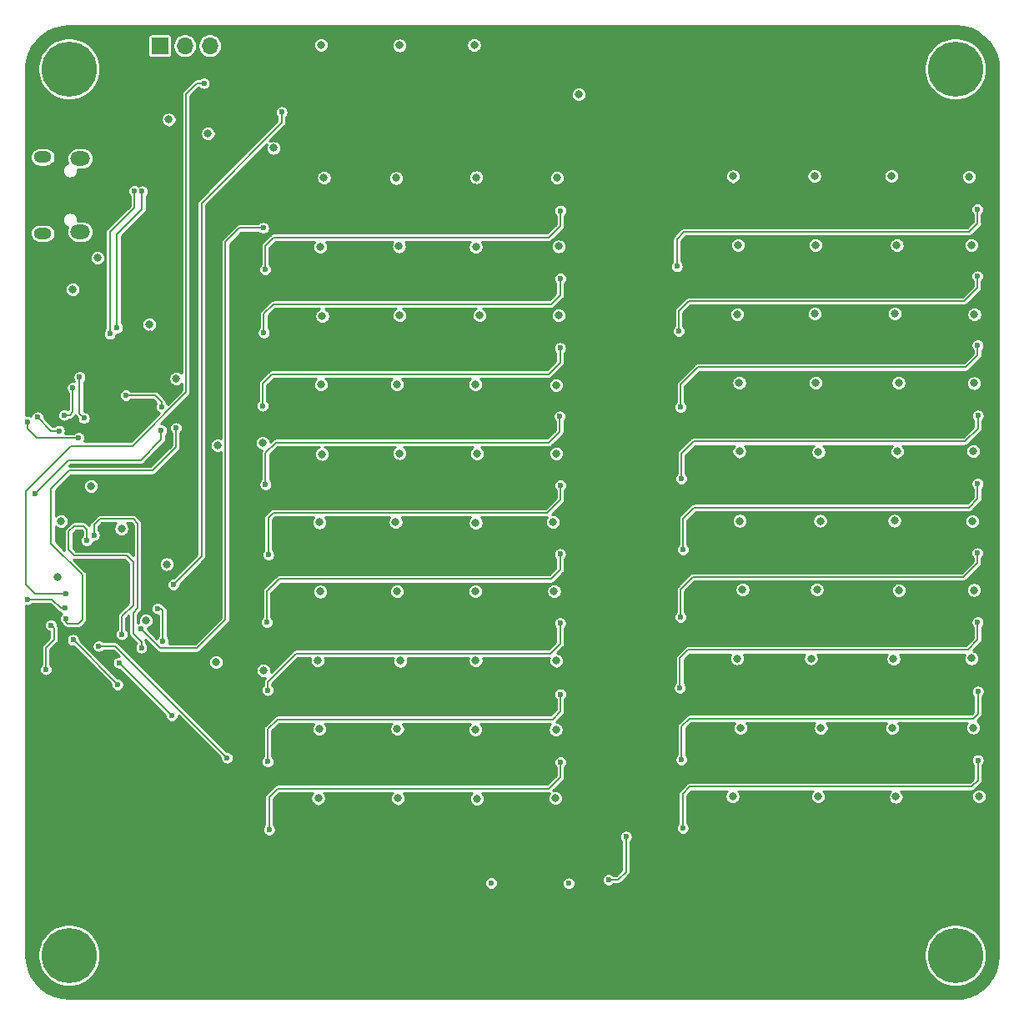
<source format=gbr>
G04 #@! TF.GenerationSoftware,KiCad,Pcbnew,5.1.5+dfsg1-2build2*
G04 #@! TF.CreationDate,2021-01-24T21:22:00+01:00*
G04 #@! TF.ProjectId,Logic_panel_v1_1,4c6f6769-635f-4706-916e-656c5f76315f,rev?*
G04 #@! TF.SameCoordinates,Original*
G04 #@! TF.FileFunction,Copper,L4,Bot*
G04 #@! TF.FilePolarity,Positive*
%FSLAX46Y46*%
G04 Gerber Fmt 4.6, Leading zero omitted, Abs format (unit mm)*
G04 Created by KiCad (PCBNEW 5.1.5+dfsg1-2build2) date 2021-01-24 21:22:00*
%MOMM*%
%LPD*%
G04 APERTURE LIST*
G04 #@! TA.AperFunction,ComponentPad*
%ADD10C,5.600000*%
G04 #@! TD*
G04 #@! TA.AperFunction,ComponentPad*
%ADD11R,1.700000X1.700000*%
G04 #@! TD*
G04 #@! TA.AperFunction,ComponentPad*
%ADD12O,1.700000X1.700000*%
G04 #@! TD*
G04 #@! TA.AperFunction,ComponentPad*
%ADD13O,2.000000X1.450000*%
G04 #@! TD*
G04 #@! TA.AperFunction,ComponentPad*
%ADD14O,1.800000X1.150000*%
G04 #@! TD*
G04 #@! TA.AperFunction,ViaPad*
%ADD15C,0.800000*%
G04 #@! TD*
G04 #@! TA.AperFunction,ViaPad*
%ADD16C,0.600000*%
G04 #@! TD*
G04 #@! TA.AperFunction,Conductor*
%ADD17C,0.150000*%
G04 #@! TD*
G04 #@! TA.AperFunction,Conductor*
%ADD18C,0.254000*%
G04 #@! TD*
G04 APERTURE END LIST*
D10*
G04 #@! TO.P,H1,1*
G04 #@! TO.N,N/C*
X55000001Y-145000001D03*
G04 #@! TD*
G04 #@! TO.P,H2,1*
G04 #@! TO.N,N/C*
X145000001Y-55000001D03*
G04 #@! TD*
G04 #@! TO.P,H3,1*
G04 #@! TO.N,N/C*
X55000001Y-55000001D03*
G04 #@! TD*
G04 #@! TO.P,H4,1*
G04 #@! TO.N,N/C*
X145000001Y-145000001D03*
G04 #@! TD*
D11*
G04 #@! TO.P,SW1,1*
G04 #@! TO.N,Board_1-+5V*
X64220001Y-52640001D03*
D12*
G04 #@! TO.P,SW1,2*
G04 #@! TO.N,Board_1-Net-(D92-Pad2)*
X66760001Y-52640001D03*
G04 #@! TO.P,SW1,3*
G04 #@! TO.N,Board_1-Net-(SW1-Pad3)*
X69300001Y-52640001D03*
G04 #@! TD*
D13*
G04 #@! TO.P,J1,6*
G04 #@! TO.N,Board_1-Net-(J1-Pad6)*
X56140001Y-64095001D03*
X56140001Y-71545001D03*
D14*
X52340001Y-63945001D03*
X52340001Y-71695001D03*
G04 #@! TD*
D15*
G04 #@! TO.N,Board_1-+3V3*
X55390001Y-77390001D03*
X54200001Y-100920001D03*
D16*
X105740001Y-137700001D03*
X97870001Y-137670001D03*
D15*
X57250001Y-97340001D03*
X62790001Y-111020001D03*
X53870001Y-106610001D03*
X64910001Y-105290001D03*
X60321722Y-101700334D03*
X65900001Y-86420001D03*
X63170001Y-80930001D03*
G04 #@! TO.N,Board_1-+5V*
X69110001Y-61570001D03*
X57890001Y-74190001D03*
X65130001Y-60140001D03*
X70100001Y-93220001D03*
X69920001Y-115220001D03*
D16*
G04 #@! TO.N,Board_1-/herni_LED.sch/10.sch/DATA_IN*
X104900001Y-125400001D03*
X75320001Y-132250001D03*
G04 #@! TO.N,Board_1-/herni_LED.sch/2.sch/DATA_IN*
X104890001Y-69390001D03*
X74930001Y-75360001D03*
G04 #@! TO.N,Board_1-/herni_LED.sch/3.sch/DATA_IN*
X104880001Y-76260001D03*
X74790001Y-81780001D03*
G04 #@! TO.N,Board_1-/herni_LED.sch/4.ch/DATA_IN*
X104860001Y-83350001D03*
X74660001Y-89200001D03*
G04 #@! TO.N,Board_1-/herni_LED.sch/5.sch/DATA_IN*
X104830001Y-90270001D03*
X74960001Y-97190001D03*
G04 #@! TO.N,Board_1-/herni_LED.sch/6.sch/DATA_IN*
X104890001Y-97280001D03*
X75240001Y-104340001D03*
G04 #@! TO.N,Board_1-/herni_LED.sch/7.sch/DATA_IN*
X104870001Y-104250001D03*
X75090001Y-111200001D03*
G04 #@! TO.N,Board_1-/herni_LED.sch/8.sch/DATA_IN*
X104870001Y-111250001D03*
X75190001Y-118070001D03*
G04 #@! TO.N,Board_1-/herni_LED.sch/9.sch/DATA_IN*
X104900001Y-118490001D03*
X75190001Y-125340001D03*
G04 #@! TO.N,Board_1-/hodnoceni_LED.sch/10.sch/DATA_IN*
X147280001Y-125180001D03*
X117320001Y-132080001D03*
G04 #@! TO.N,Board_1-/hodnoceni_LED.sch/2.sch/DATA_IN*
X147240001Y-69270001D03*
X116730001Y-75050001D03*
G04 #@! TO.N,Board_1-/hodnoceni_LED.sch/3.sch/DATA_IN*
X147230001Y-76050001D03*
X116910001Y-81610001D03*
G04 #@! TO.N,Board_1-/hodnoceni_LED.sch/4.ch/DATA_IN*
X147270001Y-83070001D03*
X117100001Y-89350001D03*
G04 #@! TO.N,Board_1-/hodnoceni_LED.sch/5.sch/DATA_IN*
X147280001Y-90200001D03*
X117170001Y-96600001D03*
G04 #@! TO.N,Board_1-/hodnoceni_LED.sch/6.sch/DATA_IN*
X147270001Y-97100001D03*
X117330001Y-103800001D03*
G04 #@! TO.N,Board_1-/hodnoceni_LED.sch/7.sch/DATA_IN*
X147240001Y-104160001D03*
X117100001Y-110670001D03*
G04 #@! TO.N,Board_1-/hodnoceni_LED.sch/8.sch/DATA_IN*
X147270001Y-111170001D03*
X117030001Y-117860001D03*
G04 #@! TO.N,Board_1-/hodnoceni_LED.sch/9.sch/DATA_IN*
X147280001Y-118210001D03*
X117190001Y-125150001D03*
G04 #@! TO.N,Board_1-BARVA_1*
X59920001Y-117520001D03*
X55410001Y-112980001D03*
G04 #@! TO.N,Board_1-BARVA_4*
X56810001Y-102900001D03*
X60350001Y-112400001D03*
G04 #@! TO.N,Board_1-BARVA_5*
X57540001Y-102320001D03*
X62350001Y-113770001D03*
G04 #@! TO.N,Board_1-BARVA_6*
X64540001Y-113110001D03*
X63990001Y-109780001D03*
G04 #@! TO.N,Board_1-BTN_END*
X53160001Y-111480001D03*
X52655001Y-115975001D03*
G04 #@! TO.N,Board_1-BTN_ENTER*
X60070001Y-115290001D03*
X65449999Y-120670001D03*
G04 #@! TO.N,Board_1-BTN_NEW_GAME*
X58030001Y-113599999D03*
X111555001Y-132950001D03*
X109780001Y-137325001D03*
X71055001Y-124950001D03*
G04 #@! TO.N,Board_1-DATA_herni_LED*
X62290001Y-111845001D03*
X74718001Y-71148001D03*
G04 #@! TO.N,Board_1-DATA_zadani_LED*
X76600001Y-59390001D03*
X65600001Y-107360001D03*
G04 #@! TO.N,Board_1-GND*
X56970001Y-109210001D03*
X57920001Y-109220001D03*
X58840001Y-109160001D03*
X57490001Y-108410001D03*
X58440001Y-108380001D03*
X59380001Y-108350001D03*
X59850001Y-109070001D03*
X60940001Y-109090001D03*
X60410001Y-108420001D03*
X60880001Y-107470001D03*
X59950001Y-107470001D03*
X58970001Y-107420001D03*
X57990001Y-107450001D03*
X57010001Y-107450001D03*
X57600001Y-106630001D03*
X58470001Y-106590001D03*
X59370001Y-106590001D03*
X60270001Y-106540001D03*
X60670001Y-105730001D03*
X59870001Y-105720001D03*
X58940001Y-105710001D03*
X58070001Y-105720001D03*
X57130001Y-105680001D03*
D15*
X76460001Y-69220001D03*
X86220001Y-67910001D03*
X93400001Y-67920001D03*
X101710001Y-67920001D03*
X73680001Y-72980001D03*
X78210001Y-74960001D03*
X85590001Y-74920001D03*
X93650001Y-74930001D03*
X101570001Y-74900001D03*
X78180001Y-81930001D03*
X85500001Y-81900001D03*
X93620001Y-81910001D03*
X101550001Y-81990001D03*
X101490001Y-88920001D03*
X93700001Y-88990001D03*
X85680001Y-89000001D03*
X78250001Y-88940001D03*
X78100001Y-95950001D03*
X85630001Y-95970001D03*
X93580001Y-95970001D03*
X101810001Y-95950001D03*
X101640001Y-102950001D03*
X93810001Y-102920001D03*
X85800001Y-102950001D03*
X78300001Y-102970001D03*
X78300001Y-109950001D03*
X85980001Y-109970001D03*
X93780001Y-109950001D03*
X101700001Y-109950001D03*
X78220001Y-116970001D03*
X85590001Y-116950001D03*
X93760001Y-116960001D03*
X101940001Y-116930001D03*
X101820001Y-123950001D03*
X93820001Y-123970001D03*
X85780001Y-123940001D03*
X78320001Y-123960001D03*
X78150001Y-130900001D03*
X85830001Y-130920001D03*
X93880001Y-130900001D03*
X101750001Y-130870001D03*
X78530001Y-54490001D03*
X86280001Y-54420001D03*
X94030001Y-54440001D03*
X101870001Y-54400001D03*
X67690001Y-65270001D03*
X63080001Y-60140001D03*
X120210001Y-67830001D03*
X128140001Y-67750001D03*
X136140001Y-67770001D03*
X144370001Y-67770001D03*
X144250001Y-74820001D03*
X136440001Y-74800001D03*
X128180001Y-74810001D03*
X120240001Y-74760001D03*
X120120001Y-81780001D03*
X128410001Y-81800001D03*
X136290001Y-81800001D03*
X144230001Y-81810001D03*
X144220001Y-88760001D03*
X136430001Y-88810001D03*
X128200001Y-88800001D03*
X120440001Y-88840001D03*
X120350001Y-95760001D03*
X128550001Y-95750001D03*
X136440001Y-95800001D03*
X144230001Y-95740001D03*
X144330001Y-102760001D03*
X136630001Y-102800001D03*
X120620001Y-102790001D03*
X128460001Y-102810001D03*
X120410001Y-109760001D03*
X128460001Y-109780001D03*
X136610001Y-109780001D03*
X144190001Y-109810001D03*
X144110001Y-116810001D03*
X136390001Y-116800001D03*
X128480001Y-116780001D03*
X120420001Y-116810001D03*
X120420001Y-123740001D03*
X128400001Y-123770001D03*
X136540001Y-123760001D03*
X144440001Y-123790001D03*
X144080001Y-130760001D03*
X136380001Y-130820001D03*
X128370001Y-130780001D03*
X120310001Y-130800001D03*
X68400001Y-57950001D03*
X64710001Y-86200001D03*
X58380001Y-69180001D03*
X64100001Y-67200001D03*
X65950001Y-111050001D03*
X63780001Y-103740001D03*
X54066001Y-101996001D03*
X68928849Y-110323511D03*
D16*
X53840001Y-110345001D03*
D15*
X65690001Y-106150001D03*
X59340001Y-101510001D03*
X63200001Y-81930001D03*
X70120001Y-89420001D03*
D16*
G04 #@! TO.N,Board_1-IO0*
X60770001Y-88130001D03*
X64380001Y-91680001D03*
X51560001Y-98130001D03*
X64390001Y-89310001D03*
X50774947Y-108840001D03*
X54642356Y-109759201D03*
G04 #@! TO.N,Board_1-Net-(D7-Pad2)*
X62420001Y-67420001D03*
X59890001Y-81280001D03*
G04 #@! TO.N,Board_1-Net-(D8-Pad2)*
X61620283Y-67398676D03*
X59150003Y-81910001D03*
G04 #@! TO.N,Board_1-Net-(R8-Pad2)*
X51820001Y-90380001D03*
X53990001Y-91740001D03*
G04 #@! TO.N,Board_1-Net-(R9-Pad2)*
X50810001Y-90840001D03*
X55990001Y-92450001D03*
G04 #@! TO.N,Board_1-RX_ESP*
X56080001Y-86270001D03*
X56510001Y-90450001D03*
G04 #@! TO.N,Board_1-TX_ESP*
X55390001Y-87360001D03*
X54520001Y-90140001D03*
D15*
G04 #@! TO.N,Board_1-V_LED_1*
X80600001Y-52550001D03*
X88570001Y-52610001D03*
X96140001Y-52590001D03*
X106770001Y-57590001D03*
X80890001Y-66040001D03*
X88220001Y-66080001D03*
X96360001Y-66000001D03*
X104530001Y-66060001D03*
X80500001Y-73080001D03*
X88510001Y-73020001D03*
X96310001Y-73060001D03*
X104710001Y-73020001D03*
X80720001Y-80070001D03*
X88580001Y-80030001D03*
X96690001Y-80030001D03*
X104710001Y-80030001D03*
X80570001Y-87060001D03*
X88300001Y-87050001D03*
X96270001Y-87030001D03*
X104450001Y-87100001D03*
X122420001Y-65900001D03*
X130690001Y-65860001D03*
X138510001Y-65880001D03*
X146370001Y-65930001D03*
X139050001Y-72920001D03*
X146620001Y-72870001D03*
X130780001Y-72870001D03*
X122920001Y-72870001D03*
X122860001Y-79900001D03*
X130730001Y-79860001D03*
X138850001Y-79840001D03*
X146930001Y-79900001D03*
X123050001Y-86850001D03*
X130820001Y-86870001D03*
X139230001Y-86870001D03*
X146910001Y-86900001D03*
X75750001Y-63030001D03*
G04 #@! TO.N,Board_1-V_LED_2*
X80700001Y-94110001D03*
X88580001Y-94030001D03*
X96430001Y-94060001D03*
X80510001Y-108070001D03*
X104490001Y-94040001D03*
X104160001Y-101010001D03*
X96300001Y-101070001D03*
X104250001Y-108060001D03*
X96260001Y-108040001D03*
X88320001Y-108060001D03*
X88170001Y-101020001D03*
X80440001Y-101040001D03*
X123070001Y-93840001D03*
X131090001Y-93880001D03*
X139090001Y-93840001D03*
X146820001Y-93820001D03*
X146710001Y-100920001D03*
X138810001Y-100870001D03*
X131270001Y-100890001D03*
X123100001Y-100880001D03*
X123390001Y-107880001D03*
X130930001Y-107870001D03*
X139250001Y-107930001D03*
X146880001Y-107910001D03*
X74670001Y-92960001D03*
G04 #@! TO.N,Board_1-V_LED_3*
X80230001Y-115060001D03*
X88650001Y-115100001D03*
X96290001Y-115060001D03*
X104490001Y-115090001D03*
X80400001Y-122030001D03*
X88330001Y-122030001D03*
X96270001Y-122070001D03*
X104430001Y-122070001D03*
X80310001Y-129060001D03*
X88410001Y-129060001D03*
X96410001Y-129090001D03*
X104390001Y-129050001D03*
X122820001Y-114850001D03*
X130340001Y-114860001D03*
X138710001Y-114880001D03*
X146630001Y-114840001D03*
X146820001Y-121880001D03*
X138570001Y-121910001D03*
X123180001Y-121910001D03*
X131340001Y-121900001D03*
X122380001Y-128870001D03*
X131050001Y-128880001D03*
X138960001Y-128900001D03*
X147390001Y-128860001D03*
X74740001Y-116090001D03*
D16*
G04 #@! TO.N,Board_1-ZAPINANI_1_CAST_LED*
X68700001Y-56450001D03*
X54664001Y-108266001D03*
G04 #@! TO.N,Board_1-ZAPINANI_2_CAST_LED*
X65860001Y-91470001D03*
X54700001Y-110830001D03*
G04 #@! TD*
D17*
G04 #@! TO.N,Board_1-/herni_LED.sch/10.sch/DATA_IN*
X104900001Y-125400001D02*
X104900001Y-126920001D01*
X104900001Y-126920001D02*
X103750001Y-128070001D01*
X103750001Y-128070001D02*
X76190001Y-128070001D01*
X75320001Y-128940001D02*
X75320001Y-132250001D01*
X76190001Y-128070001D02*
X75320001Y-128940001D01*
G04 #@! TO.N,Board_1-/herni_LED.sch/2.sch/DATA_IN*
X104890001Y-69390001D02*
X104890001Y-70940001D01*
X104890001Y-70940001D02*
X103720001Y-72110001D01*
X103720001Y-72110001D02*
X75810001Y-72110001D01*
X74930001Y-72990001D02*
X74930001Y-75360001D01*
X75810001Y-72110001D02*
X74930001Y-72990001D01*
G04 #@! TO.N,Board_1-/herni_LED.sch/3.sch/DATA_IN*
X104880001Y-76260001D02*
X104880001Y-77970001D01*
X104880001Y-77970001D02*
X103970001Y-78880001D01*
X103970001Y-78880001D02*
X81190001Y-78880001D01*
X81190001Y-78880001D02*
X81180001Y-78890001D01*
X81180001Y-78890001D02*
X75750001Y-78890001D01*
X74790001Y-79850001D02*
X74790001Y-81780001D01*
X75750001Y-78890001D02*
X74790001Y-79850001D01*
G04 #@! TO.N,Board_1-/herni_LED.sch/4.ch/DATA_IN*
X104860001Y-83350001D02*
X104860001Y-84860001D01*
X104860001Y-84860001D02*
X103730001Y-85990001D01*
X103730001Y-85990001D02*
X75640001Y-85990001D01*
X74660001Y-86970001D02*
X74660001Y-89200001D01*
X75640001Y-85990001D02*
X74660001Y-86970001D01*
G04 #@! TO.N,Board_1-/herni_LED.sch/5.sch/DATA_IN*
X104830001Y-90270001D02*
X104830001Y-91850001D01*
X104830001Y-91850001D02*
X103750001Y-92930001D01*
X103750001Y-92930001D02*
X76030001Y-92930001D01*
X74960001Y-94000001D02*
X74960001Y-97190001D01*
X76030001Y-92930001D02*
X74960001Y-94000001D01*
G04 #@! TO.N,Board_1-/herni_LED.sch/6.sch/DATA_IN*
X104890001Y-97280001D02*
X104890001Y-98750001D01*
X104890001Y-98750001D02*
X103570001Y-100070001D01*
X103570001Y-100070001D02*
X75740001Y-100070001D01*
X75240001Y-100570001D02*
X75240001Y-104340001D01*
X75740001Y-100070001D02*
X75240001Y-100570001D01*
G04 #@! TO.N,Board_1-/herni_LED.sch/7.sch/DATA_IN*
X104870001Y-104250001D02*
X104870001Y-105870001D01*
X104870001Y-105870001D02*
X103950001Y-106790001D01*
X103950001Y-106790001D02*
X76330001Y-106790001D01*
X76330001Y-106790001D02*
X75090001Y-108030001D01*
X75090001Y-108030001D02*
X75090001Y-111200001D01*
G04 #@! TO.N,Board_1-/herni_LED.sch/8.sch/DATA_IN*
X75190001Y-117220001D02*
X75190001Y-118070001D01*
X78050001Y-114360001D02*
X75190001Y-117220001D01*
X103880001Y-114360001D02*
X78050001Y-114360001D01*
X104870001Y-113370001D02*
X103880001Y-114360001D01*
X104870001Y-111250001D02*
X104870001Y-113370001D01*
G04 #@! TO.N,Board_1-/herni_LED.sch/9.sch/DATA_IN*
X104900001Y-118490001D02*
X104900001Y-120230001D01*
X104900001Y-120230001D02*
X104100001Y-121030001D01*
X104100001Y-121030001D02*
X76180001Y-121030001D01*
X75190001Y-122020001D02*
X75190001Y-125340001D01*
X76180001Y-121030001D02*
X75190001Y-122020001D01*
G04 #@! TO.N,Board_1-/hodnoceni_LED.sch/10.sch/DATA_IN*
X147280001Y-125180001D02*
X147280001Y-127250001D01*
X147280001Y-127250001D02*
X146670001Y-127860001D01*
X146670001Y-127860001D02*
X118030001Y-127860001D01*
X117320001Y-128570001D02*
X117320001Y-132080001D01*
X118030001Y-127860001D02*
X117320001Y-128570001D01*
G04 #@! TO.N,Board_1-/hodnoceni_LED.sch/2.sch/DATA_IN*
X147240001Y-69270001D02*
X147240001Y-70670001D01*
X147240001Y-70670001D02*
X146370001Y-71540001D01*
X146370001Y-71540001D02*
X117460001Y-71540001D01*
X116730001Y-72270001D02*
X116730001Y-75050001D01*
X117460001Y-71540001D02*
X116730001Y-72270001D01*
G04 #@! TO.N,Board_1-/hodnoceni_LED.sch/3.sch/DATA_IN*
X147230001Y-76050001D02*
X147230001Y-77200001D01*
X147230001Y-77200001D02*
X145860001Y-78570001D01*
X145860001Y-78570001D02*
X117920001Y-78570001D01*
X116910001Y-79580001D02*
X116910001Y-81610001D01*
X117920001Y-78570001D02*
X116910001Y-79580001D01*
G04 #@! TO.N,Board_1-/hodnoceni_LED.sch/4.ch/DATA_IN*
X147270001Y-83070001D02*
X147270001Y-84050001D01*
X147270001Y-84050001D02*
X146040001Y-85280001D01*
X146040001Y-85280001D02*
X118880001Y-85280001D01*
X117100001Y-87060001D02*
X117100001Y-89350001D01*
X118880001Y-85280001D02*
X117100001Y-87060001D01*
G04 #@! TO.N,Board_1-/hodnoceni_LED.sch/5.sch/DATA_IN*
X147280001Y-90200001D02*
X147280001Y-91500001D01*
X147280001Y-91500001D02*
X145970001Y-92810001D01*
X145970001Y-92810001D02*
X118420001Y-92810001D01*
X117170001Y-94060001D02*
X117170001Y-96600001D01*
X118420001Y-92810001D02*
X117170001Y-94060001D01*
G04 #@! TO.N,Board_1-/hodnoceni_LED.sch/6.sch/DATA_IN*
X147270001Y-97100001D02*
X147270001Y-98640001D01*
X147270001Y-98640001D02*
X146360001Y-99550001D01*
X146360001Y-99550001D02*
X118470001Y-99550001D01*
X117330001Y-100690001D02*
X117330001Y-103800001D01*
X118470001Y-99550001D02*
X117330001Y-100690001D01*
G04 #@! TO.N,Board_1-/hodnoceni_LED.sch/7.sch/DATA_IN*
X147240001Y-104160001D02*
X147240001Y-105160001D01*
X147240001Y-105160001D02*
X145810001Y-106590001D01*
X145810001Y-106590001D02*
X118370001Y-106590001D01*
X117100001Y-107860001D02*
X117100001Y-110670001D01*
X118370001Y-106590001D02*
X117100001Y-107860001D01*
G04 #@! TO.N,Board_1-/hodnoceni_LED.sch/8.sch/DATA_IN*
X147270001Y-111170001D02*
X147270001Y-112980001D01*
X147270001Y-112980001D02*
X146260001Y-113990001D01*
X146260001Y-113990001D02*
X117860001Y-113990001D01*
X117030001Y-114820001D02*
X117030001Y-117860001D01*
X117860001Y-113990001D02*
X117030001Y-114820001D01*
G04 #@! TO.N,Board_1-/hodnoceni_LED.sch/9.sch/DATA_IN*
X147280001Y-118210001D02*
X147280001Y-120460001D01*
X147280001Y-120460001D02*
X146790001Y-120950001D01*
X146790001Y-120950001D02*
X118010001Y-120950001D01*
X117190001Y-121770001D02*
X117190001Y-125150001D01*
X118010001Y-120950001D02*
X117190001Y-121770001D01*
G04 #@! TO.N,Board_1-BARVA_1*
X59920001Y-117490001D02*
X55410001Y-112980001D01*
X59920001Y-117520001D02*
X59920001Y-117490001D01*
G04 #@! TO.N,Board_1-BARVA_4*
X60350001Y-112400001D02*
X60350001Y-110600001D01*
X60350001Y-110600001D02*
X61515002Y-109435000D01*
X61515002Y-109435000D02*
X61515002Y-105055002D01*
X61515002Y-105055002D02*
X60840001Y-104380001D01*
X60840001Y-104380001D02*
X55530001Y-104380001D01*
X55530001Y-104380001D02*
X54980001Y-103830001D01*
X54980001Y-103830001D02*
X54980001Y-101970001D01*
X54980001Y-101970001D02*
X55550001Y-101400001D01*
X55550001Y-101400001D02*
X56480001Y-101400001D01*
X56480001Y-101400001D02*
X56810001Y-101730001D01*
X56810001Y-101730001D02*
X56810001Y-102900001D01*
G04 #@! TO.N,Board_1-BARVA_5*
X57540001Y-101300001D02*
X57540001Y-102320001D01*
X58160001Y-100680001D02*
X57540001Y-101300001D01*
X61970001Y-101140001D02*
X61510001Y-100680001D01*
X61970001Y-109760001D02*
X61970001Y-101140001D01*
X61510001Y-100680001D02*
X58160001Y-100680001D01*
X61530001Y-110200001D02*
X61970001Y-109760001D01*
X61530001Y-112350001D02*
X61530001Y-110200001D01*
X62350001Y-113170001D02*
X61530001Y-112350001D01*
X62350001Y-113770001D02*
X62350001Y-113170001D01*
G04 #@! TO.N,Board_1-BARVA_6*
X64540001Y-109960001D02*
X64540001Y-113110001D01*
X64360001Y-109780001D02*
X64540001Y-109960001D01*
X63990001Y-109780001D02*
X64360001Y-109780001D01*
G04 #@! TO.N,Board_1-BTN_END*
X53160001Y-111480001D02*
X53480001Y-111800001D01*
X52655001Y-113800001D02*
X53480001Y-112975001D01*
X52655001Y-115975001D02*
X52655001Y-113800001D01*
X53480001Y-111800001D02*
X53480001Y-112975001D01*
G04 #@! TO.N,Board_1-BTN_ENTER*
X60070001Y-115290001D02*
X60370000Y-115590002D01*
X60370000Y-115590002D02*
X65449999Y-120670001D01*
G04 #@! TO.N,Board_1-BTN_NEW_GAME*
X111555001Y-132950001D02*
X111555001Y-136525001D01*
X110755001Y-137325001D02*
X109780001Y-137325001D01*
X111555001Y-136525001D02*
X110755001Y-137325001D01*
X58030001Y-113599999D02*
X59704999Y-113599999D01*
X59704999Y-113599999D02*
X71055001Y-124950001D01*
G04 #@! TO.N,Board_1-DATA_herni_LED*
X70880001Y-72590001D02*
X72322001Y-71148001D01*
X70880001Y-110950001D02*
X70880001Y-72590001D01*
X68000001Y-113830001D02*
X70880001Y-110950001D01*
X64275001Y-113830001D02*
X68000001Y-113830001D01*
X72322001Y-71148001D02*
X74718001Y-71148001D01*
X62290001Y-111845001D02*
X64275001Y-113830001D01*
G04 #@! TO.N,Board_1-DATA_zadani_LED*
X68455001Y-68625001D02*
X68455001Y-104505001D01*
X68455001Y-104505001D02*
X65600001Y-107360001D01*
X76600001Y-60480001D02*
X68455001Y-68625001D01*
X76600001Y-59390001D02*
X76600001Y-60480001D01*
G04 #@! TO.N,Board_1-IO0*
X64380001Y-91680001D02*
X64380001Y-92650001D01*
X64380001Y-92650001D02*
X62300001Y-94730001D01*
X62300001Y-94730001D02*
X55150001Y-94730001D01*
X54960001Y-94730001D02*
X51560001Y-98130001D01*
X55150001Y-94730001D02*
X54960001Y-94730001D01*
X62210001Y-88130001D02*
X63710001Y-88130001D01*
X60770001Y-88130001D02*
X62210001Y-88130001D01*
X64390001Y-88810001D02*
X64390001Y-89310001D01*
X63710001Y-88130001D02*
X64390001Y-88810001D01*
X54199201Y-109759201D02*
X54642356Y-109759201D01*
X53280001Y-108840001D02*
X54199201Y-109759201D01*
X50774947Y-108840001D02*
X53280001Y-108840001D01*
G04 #@! TO.N,Board_1-Net-(D7-Pad2)*
X62420001Y-69250001D02*
X62420001Y-67420001D01*
X59890001Y-71780001D02*
X62420001Y-69250001D01*
X59890001Y-81280001D02*
X59890001Y-71780001D01*
G04 #@! TO.N,Board_1-Net-(D8-Pad2)*
X59150003Y-71559999D02*
X61620283Y-69089719D01*
X59150003Y-81910001D02*
X59150003Y-71559999D01*
X61620283Y-69089719D02*
X61620283Y-67398676D01*
G04 #@! TO.N,Board_1-Net-(R8-Pad2)*
X53180001Y-91740001D02*
X51820001Y-90380001D01*
X53990001Y-91740001D02*
X53180001Y-91740001D01*
G04 #@! TO.N,Board_1-Net-(R9-Pad2)*
X55990001Y-92450001D02*
X51730001Y-92450001D01*
X50810001Y-91530001D02*
X50810001Y-90840001D01*
X51730001Y-92450001D02*
X50810001Y-91530001D01*
G04 #@! TO.N,Board_1-RX_ESP*
X56080001Y-90020001D02*
X56510001Y-90450001D01*
X56080001Y-90010001D02*
X56080001Y-90020001D01*
X56080001Y-86270001D02*
X56080001Y-90010001D01*
G04 #@! TO.N,Board_1-TX_ESP*
X55100001Y-90140001D02*
X54520001Y-90140001D01*
X55390001Y-89850001D02*
X55100001Y-90140001D01*
X55390001Y-87360001D02*
X55390001Y-89850001D01*
G04 #@! TO.N,Board_1-ZAPINANI_1_CAST_LED*
X50640001Y-107390001D02*
X51516001Y-108266001D01*
X50640001Y-97840001D02*
X50640001Y-107390001D01*
X55210001Y-93270001D02*
X50640001Y-97840001D01*
X61440001Y-93270001D02*
X55210001Y-93270001D01*
X66885000Y-87825002D02*
X61440001Y-93270001D01*
X66885000Y-57545002D02*
X66885000Y-87825002D01*
X67980001Y-56450001D02*
X66885000Y-57545002D01*
X51516001Y-108266001D02*
X54664001Y-108266001D01*
X68700001Y-56450001D02*
X67980001Y-56450001D01*
G04 #@! TO.N,Board_1-ZAPINANI_2_CAST_LED*
X54840111Y-111330111D02*
X54700001Y-111190001D01*
X55383815Y-111330001D02*
X55383705Y-111330111D01*
X54700001Y-111190001D02*
X54700001Y-110830001D01*
X55920001Y-111330001D02*
X55383815Y-111330001D01*
X56370001Y-110880001D02*
X55920001Y-111330001D01*
X56370001Y-106360001D02*
X56370001Y-110880001D01*
X53190001Y-103180001D02*
X56370001Y-106360001D01*
X55030001Y-95780001D02*
X53190001Y-97620001D01*
X63460001Y-95780001D02*
X55030001Y-95780001D01*
X55383705Y-111330111D02*
X54840111Y-111330111D01*
X65860001Y-93380001D02*
X63460001Y-95780001D01*
X53190001Y-97620001D02*
X53190001Y-103180001D01*
X65860001Y-91470001D02*
X65860001Y-93380001D01*
G04 #@! TD*
D18*
G04 #@! TO.N,Board_1-GND*
G36*
X145773956Y-50698567D02*
G01*
X146523434Y-50903601D01*
X147224774Y-51238123D01*
X147855777Y-51691545D01*
X148396524Y-52249552D01*
X148829907Y-52894494D01*
X149142230Y-53605984D01*
X149324782Y-54366370D01*
X149373001Y-55022989D01*
X149373002Y-144972064D01*
X149301435Y-145773951D01*
X149096400Y-146523436D01*
X148761879Y-147224774D01*
X148308455Y-147855780D01*
X147750450Y-148396524D01*
X147105508Y-148829907D01*
X146394016Y-149142230D01*
X145633633Y-149324782D01*
X144977013Y-149373001D01*
X55027927Y-149373001D01*
X54226051Y-149301435D01*
X53476566Y-149096400D01*
X52775228Y-148761879D01*
X52144222Y-148308455D01*
X51603478Y-147750450D01*
X51170095Y-147105508D01*
X50857772Y-146394016D01*
X50675220Y-145633633D01*
X50627001Y-144977013D01*
X50627001Y-144687094D01*
X51823001Y-144687094D01*
X51823001Y-145312908D01*
X51945091Y-145926698D01*
X52184580Y-146504875D01*
X52532264Y-147025220D01*
X52974782Y-147467738D01*
X53495127Y-147815422D01*
X54073304Y-148054911D01*
X54687094Y-148177001D01*
X55312908Y-148177001D01*
X55926698Y-148054911D01*
X56504875Y-147815422D01*
X57025220Y-147467738D01*
X57467738Y-147025220D01*
X57815422Y-146504875D01*
X58054911Y-145926698D01*
X58177001Y-145312908D01*
X58177001Y-144687094D01*
X141823001Y-144687094D01*
X141823001Y-145312908D01*
X141945091Y-145926698D01*
X142184580Y-146504875D01*
X142532264Y-147025220D01*
X142974782Y-147467738D01*
X143495127Y-147815422D01*
X144073304Y-148054911D01*
X144687094Y-148177001D01*
X145312908Y-148177001D01*
X145926698Y-148054911D01*
X146504875Y-147815422D01*
X147025220Y-147467738D01*
X147467738Y-147025220D01*
X147815422Y-146504875D01*
X148054911Y-145926698D01*
X148177001Y-145312908D01*
X148177001Y-144687094D01*
X148054911Y-144073304D01*
X147815422Y-143495127D01*
X147467738Y-142974782D01*
X147025220Y-142532264D01*
X146504875Y-142184580D01*
X145926698Y-141945091D01*
X145312908Y-141823001D01*
X144687094Y-141823001D01*
X144073304Y-141945091D01*
X143495127Y-142184580D01*
X142974782Y-142532264D01*
X142532264Y-142974782D01*
X142184580Y-143495127D01*
X141945091Y-144073304D01*
X141823001Y-144687094D01*
X58177001Y-144687094D01*
X58054911Y-144073304D01*
X57815422Y-143495127D01*
X57467738Y-142974782D01*
X57025220Y-142532264D01*
X56504875Y-142184580D01*
X55926698Y-141945091D01*
X55312908Y-141823001D01*
X54687094Y-141823001D01*
X54073304Y-141945091D01*
X53495127Y-142184580D01*
X52974782Y-142532264D01*
X52532264Y-142974782D01*
X52184580Y-143495127D01*
X51945091Y-144073304D01*
X51823001Y-144687094D01*
X50627001Y-144687094D01*
X50627001Y-137603322D01*
X97193001Y-137603322D01*
X97193001Y-137736680D01*
X97219017Y-137867475D01*
X97270051Y-137990681D01*
X97344141Y-138101564D01*
X97438438Y-138195861D01*
X97549321Y-138269951D01*
X97672527Y-138320985D01*
X97803322Y-138347001D01*
X97936680Y-138347001D01*
X98067475Y-138320985D01*
X98190681Y-138269951D01*
X98301564Y-138195861D01*
X98395861Y-138101564D01*
X98469951Y-137990681D01*
X98520985Y-137867475D01*
X98547001Y-137736680D01*
X98547001Y-137633322D01*
X105063001Y-137633322D01*
X105063001Y-137766680D01*
X105089017Y-137897475D01*
X105140051Y-138020681D01*
X105214141Y-138131564D01*
X105308438Y-138225861D01*
X105419321Y-138299951D01*
X105542527Y-138350985D01*
X105673322Y-138377001D01*
X105806680Y-138377001D01*
X105937475Y-138350985D01*
X106060681Y-138299951D01*
X106171564Y-138225861D01*
X106265861Y-138131564D01*
X106339951Y-138020681D01*
X106390985Y-137897475D01*
X106417001Y-137766680D01*
X106417001Y-137633322D01*
X106390985Y-137502527D01*
X106339951Y-137379321D01*
X106265861Y-137268438D01*
X106255745Y-137258322D01*
X109103001Y-137258322D01*
X109103001Y-137391680D01*
X109129017Y-137522475D01*
X109180051Y-137645681D01*
X109254141Y-137756564D01*
X109348438Y-137850861D01*
X109459321Y-137924951D01*
X109582527Y-137975985D01*
X109713322Y-138002001D01*
X109846680Y-138002001D01*
X109977475Y-137975985D01*
X110100681Y-137924951D01*
X110211564Y-137850861D01*
X110285424Y-137777001D01*
X110732796Y-137777001D01*
X110755001Y-137779188D01*
X110777206Y-137777001D01*
X110843608Y-137770461D01*
X110928811Y-137744615D01*
X111007334Y-137702644D01*
X111076160Y-137646160D01*
X111090324Y-137628901D01*
X111858906Y-136860320D01*
X111876160Y-136846160D01*
X111932644Y-136777334D01*
X111974615Y-136698811D01*
X112000461Y-136613608D01*
X112007001Y-136547206D01*
X112009188Y-136525001D01*
X112007001Y-136502796D01*
X112007001Y-133455424D01*
X112080861Y-133381564D01*
X112154951Y-133270681D01*
X112205985Y-133147475D01*
X112232001Y-133016680D01*
X112232001Y-132883322D01*
X112205985Y-132752527D01*
X112154951Y-132629321D01*
X112080861Y-132518438D01*
X111986564Y-132424141D01*
X111875681Y-132350051D01*
X111752475Y-132299017D01*
X111621680Y-132273001D01*
X111488322Y-132273001D01*
X111357527Y-132299017D01*
X111234321Y-132350051D01*
X111123438Y-132424141D01*
X111029141Y-132518438D01*
X110955051Y-132629321D01*
X110904017Y-132752527D01*
X110878001Y-132883322D01*
X110878001Y-133016680D01*
X110904017Y-133147475D01*
X110955051Y-133270681D01*
X111029141Y-133381564D01*
X111103001Y-133455424D01*
X111103002Y-136337776D01*
X110567778Y-136873001D01*
X110285424Y-136873001D01*
X110211564Y-136799141D01*
X110100681Y-136725051D01*
X109977475Y-136674017D01*
X109846680Y-136648001D01*
X109713322Y-136648001D01*
X109582527Y-136674017D01*
X109459321Y-136725051D01*
X109348438Y-136799141D01*
X109254141Y-136893438D01*
X109180051Y-137004321D01*
X109129017Y-137127527D01*
X109103001Y-137258322D01*
X106255745Y-137258322D01*
X106171564Y-137174141D01*
X106060681Y-137100051D01*
X105937475Y-137049017D01*
X105806680Y-137023001D01*
X105673322Y-137023001D01*
X105542527Y-137049017D01*
X105419321Y-137100051D01*
X105308438Y-137174141D01*
X105214141Y-137268438D01*
X105140051Y-137379321D01*
X105089017Y-137502527D01*
X105063001Y-137633322D01*
X98547001Y-137633322D01*
X98547001Y-137603322D01*
X98520985Y-137472527D01*
X98469951Y-137349321D01*
X98395861Y-137238438D01*
X98301564Y-137144141D01*
X98190681Y-137070051D01*
X98067475Y-137019017D01*
X97936680Y-136993001D01*
X97803322Y-136993001D01*
X97672527Y-137019017D01*
X97549321Y-137070051D01*
X97438438Y-137144141D01*
X97344141Y-137238438D01*
X97270051Y-137349321D01*
X97219017Y-137472527D01*
X97193001Y-137603322D01*
X50627001Y-137603322D01*
X50627001Y-132183322D01*
X74643001Y-132183322D01*
X74643001Y-132316680D01*
X74669017Y-132447475D01*
X74720051Y-132570681D01*
X74794141Y-132681564D01*
X74888438Y-132775861D01*
X74999321Y-132849951D01*
X75122527Y-132900985D01*
X75253322Y-132927001D01*
X75386680Y-132927001D01*
X75517475Y-132900985D01*
X75640681Y-132849951D01*
X75751564Y-132775861D01*
X75845861Y-132681564D01*
X75919951Y-132570681D01*
X75970985Y-132447475D01*
X75997001Y-132316680D01*
X75997001Y-132183322D01*
X75970985Y-132052527D01*
X75954746Y-132013322D01*
X116643001Y-132013322D01*
X116643001Y-132146680D01*
X116669017Y-132277475D01*
X116720051Y-132400681D01*
X116794141Y-132511564D01*
X116888438Y-132605861D01*
X116999321Y-132679951D01*
X117122527Y-132730985D01*
X117253322Y-132757001D01*
X117386680Y-132757001D01*
X117517475Y-132730985D01*
X117640681Y-132679951D01*
X117751564Y-132605861D01*
X117845861Y-132511564D01*
X117919951Y-132400681D01*
X117970985Y-132277475D01*
X117997001Y-132146680D01*
X117997001Y-132013322D01*
X117970985Y-131882527D01*
X117919951Y-131759321D01*
X117845861Y-131648438D01*
X117772001Y-131574578D01*
X117772001Y-128757224D01*
X118217225Y-128312001D01*
X121839156Y-128312001D01*
X121776465Y-128374692D01*
X121691432Y-128501953D01*
X121632860Y-128643358D01*
X121603001Y-128793473D01*
X121603001Y-128946529D01*
X121632860Y-129096644D01*
X121691432Y-129238049D01*
X121776465Y-129365310D01*
X121884692Y-129473537D01*
X122011953Y-129558570D01*
X122153358Y-129617142D01*
X122303473Y-129647001D01*
X122456529Y-129647001D01*
X122606644Y-129617142D01*
X122748049Y-129558570D01*
X122875310Y-129473537D01*
X122983537Y-129365310D01*
X123068570Y-129238049D01*
X123127142Y-129096644D01*
X123157001Y-128946529D01*
X123157001Y-128793473D01*
X123127142Y-128643358D01*
X123068570Y-128501953D01*
X122983537Y-128374692D01*
X122920846Y-128312001D01*
X130519156Y-128312001D01*
X130446465Y-128384692D01*
X130361432Y-128511953D01*
X130302860Y-128653358D01*
X130273001Y-128803473D01*
X130273001Y-128956529D01*
X130302860Y-129106644D01*
X130361432Y-129248049D01*
X130446465Y-129375310D01*
X130554692Y-129483537D01*
X130681953Y-129568570D01*
X130823358Y-129627142D01*
X130973473Y-129657001D01*
X131126529Y-129657001D01*
X131276644Y-129627142D01*
X131418049Y-129568570D01*
X131545310Y-129483537D01*
X131653537Y-129375310D01*
X131738570Y-129248049D01*
X131797142Y-129106644D01*
X131827001Y-128956529D01*
X131827001Y-128803473D01*
X131797142Y-128653358D01*
X131738570Y-128511953D01*
X131653537Y-128384692D01*
X131580846Y-128312001D01*
X138449156Y-128312001D01*
X138356465Y-128404692D01*
X138271432Y-128531953D01*
X138212860Y-128673358D01*
X138183001Y-128823473D01*
X138183001Y-128976529D01*
X138212860Y-129126644D01*
X138271432Y-129268049D01*
X138356465Y-129395310D01*
X138464692Y-129503537D01*
X138591953Y-129588570D01*
X138733358Y-129647142D01*
X138883473Y-129677001D01*
X139036529Y-129677001D01*
X139186644Y-129647142D01*
X139328049Y-129588570D01*
X139455310Y-129503537D01*
X139563537Y-129395310D01*
X139648570Y-129268049D01*
X139707142Y-129126644D01*
X139737001Y-128976529D01*
X139737001Y-128823473D01*
X139729045Y-128783473D01*
X146613001Y-128783473D01*
X146613001Y-128936529D01*
X146642860Y-129086644D01*
X146701432Y-129228049D01*
X146786465Y-129355310D01*
X146894692Y-129463537D01*
X147021953Y-129548570D01*
X147163358Y-129607142D01*
X147313473Y-129637001D01*
X147466529Y-129637001D01*
X147616644Y-129607142D01*
X147758049Y-129548570D01*
X147885310Y-129463537D01*
X147993537Y-129355310D01*
X148078570Y-129228049D01*
X148137142Y-129086644D01*
X148167001Y-128936529D01*
X148167001Y-128783473D01*
X148137142Y-128633358D01*
X148078570Y-128491953D01*
X147993537Y-128364692D01*
X147885310Y-128256465D01*
X147758049Y-128171432D01*
X147616644Y-128112860D01*
X147466529Y-128083001D01*
X147313473Y-128083001D01*
X147163358Y-128112860D01*
X147021953Y-128171432D01*
X146894692Y-128256465D01*
X146786465Y-128364692D01*
X146701432Y-128491953D01*
X146642860Y-128633358D01*
X146613001Y-128783473D01*
X139729045Y-128783473D01*
X139707142Y-128673358D01*
X139648570Y-128531953D01*
X139563537Y-128404692D01*
X139470846Y-128312001D01*
X146647796Y-128312001D01*
X146670001Y-128314188D01*
X146692206Y-128312001D01*
X146758608Y-128305461D01*
X146843811Y-128279615D01*
X146922334Y-128237644D01*
X146991160Y-128181160D01*
X147005324Y-128163901D01*
X147583911Y-127585316D01*
X147601160Y-127571160D01*
X147657644Y-127502334D01*
X147699615Y-127423811D01*
X147725461Y-127338608D01*
X147732001Y-127272206D01*
X147734188Y-127250002D01*
X147732001Y-127227797D01*
X147732001Y-125685424D01*
X147805861Y-125611564D01*
X147879951Y-125500681D01*
X147930985Y-125377475D01*
X147957001Y-125246680D01*
X147957001Y-125113322D01*
X147930985Y-124982527D01*
X147879951Y-124859321D01*
X147805861Y-124748438D01*
X147711564Y-124654141D01*
X147600681Y-124580051D01*
X147477475Y-124529017D01*
X147346680Y-124503001D01*
X147213322Y-124503001D01*
X147082527Y-124529017D01*
X146959321Y-124580051D01*
X146848438Y-124654141D01*
X146754141Y-124748438D01*
X146680051Y-124859321D01*
X146629017Y-124982527D01*
X146603001Y-125113322D01*
X146603001Y-125246680D01*
X146629017Y-125377475D01*
X146680051Y-125500681D01*
X146754141Y-125611564D01*
X146828001Y-125685424D01*
X146828002Y-127062776D01*
X146482778Y-127408001D01*
X118052206Y-127408001D01*
X118030001Y-127405814D01*
X117941393Y-127414541D01*
X117856191Y-127440387D01*
X117777668Y-127482358D01*
X117708842Y-127538842D01*
X117694682Y-127556096D01*
X117016101Y-128234678D01*
X116998842Y-128248842D01*
X116942358Y-128317669D01*
X116912296Y-128373912D01*
X116900387Y-128396192D01*
X116874541Y-128481394D01*
X116865814Y-128570001D01*
X116868001Y-128592206D01*
X116868002Y-131574577D01*
X116794141Y-131648438D01*
X116720051Y-131759321D01*
X116669017Y-131882527D01*
X116643001Y-132013322D01*
X75954746Y-132013322D01*
X75919951Y-131929321D01*
X75845861Y-131818438D01*
X75772001Y-131744578D01*
X75772001Y-129127224D01*
X76377225Y-128522001D01*
X79749156Y-128522001D01*
X79706465Y-128564692D01*
X79621432Y-128691953D01*
X79562860Y-128833358D01*
X79533001Y-128983473D01*
X79533001Y-129136529D01*
X79562860Y-129286644D01*
X79621432Y-129428049D01*
X79706465Y-129555310D01*
X79814692Y-129663537D01*
X79941953Y-129748570D01*
X80083358Y-129807142D01*
X80233473Y-129837001D01*
X80386529Y-129837001D01*
X80536644Y-129807142D01*
X80678049Y-129748570D01*
X80805310Y-129663537D01*
X80913537Y-129555310D01*
X80998570Y-129428049D01*
X81057142Y-129286644D01*
X81087001Y-129136529D01*
X81087001Y-128983473D01*
X81057142Y-128833358D01*
X80998570Y-128691953D01*
X80913537Y-128564692D01*
X80870846Y-128522001D01*
X87849156Y-128522001D01*
X87806465Y-128564692D01*
X87721432Y-128691953D01*
X87662860Y-128833358D01*
X87633001Y-128983473D01*
X87633001Y-129136529D01*
X87662860Y-129286644D01*
X87721432Y-129428049D01*
X87806465Y-129555310D01*
X87914692Y-129663537D01*
X88041953Y-129748570D01*
X88183358Y-129807142D01*
X88333473Y-129837001D01*
X88486529Y-129837001D01*
X88636644Y-129807142D01*
X88778049Y-129748570D01*
X88905310Y-129663537D01*
X89013537Y-129555310D01*
X89098570Y-129428049D01*
X89157142Y-129286644D01*
X89187001Y-129136529D01*
X89187001Y-128983473D01*
X89157142Y-128833358D01*
X89098570Y-128691953D01*
X89013537Y-128564692D01*
X88970846Y-128522001D01*
X95879156Y-128522001D01*
X95806465Y-128594692D01*
X95721432Y-128721953D01*
X95662860Y-128863358D01*
X95633001Y-129013473D01*
X95633001Y-129166529D01*
X95662860Y-129316644D01*
X95721432Y-129458049D01*
X95806465Y-129585310D01*
X95914692Y-129693537D01*
X96041953Y-129778570D01*
X96183358Y-129837142D01*
X96333473Y-129867001D01*
X96486529Y-129867001D01*
X96636644Y-129837142D01*
X96778049Y-129778570D01*
X96905310Y-129693537D01*
X97013537Y-129585310D01*
X97098570Y-129458049D01*
X97157142Y-129316644D01*
X97187001Y-129166529D01*
X97187001Y-129013473D01*
X97157142Y-128863358D01*
X97098570Y-128721953D01*
X97013537Y-128594692D01*
X96940846Y-128522001D01*
X103727796Y-128522001D01*
X103750001Y-128524188D01*
X103772206Y-128522001D01*
X103824285Y-128516872D01*
X103786465Y-128554692D01*
X103701432Y-128681953D01*
X103642860Y-128823358D01*
X103613001Y-128973473D01*
X103613001Y-129126529D01*
X103642860Y-129276644D01*
X103701432Y-129418049D01*
X103786465Y-129545310D01*
X103894692Y-129653537D01*
X104021953Y-129738570D01*
X104163358Y-129797142D01*
X104313473Y-129827001D01*
X104466529Y-129827001D01*
X104616644Y-129797142D01*
X104758049Y-129738570D01*
X104885310Y-129653537D01*
X104993537Y-129545310D01*
X105078570Y-129418049D01*
X105137142Y-129276644D01*
X105167001Y-129126529D01*
X105167001Y-128973473D01*
X105137142Y-128823358D01*
X105078570Y-128681953D01*
X104993537Y-128554692D01*
X104885310Y-128446465D01*
X104758049Y-128361432D01*
X104616644Y-128302860D01*
X104466529Y-128273001D01*
X104313473Y-128273001D01*
X104163358Y-128302860D01*
X104151420Y-128307805D01*
X105203906Y-127255320D01*
X105221160Y-127241160D01*
X105277644Y-127172334D01*
X105319615Y-127093811D01*
X105345461Y-127008608D01*
X105352001Y-126942206D01*
X105354188Y-126920001D01*
X105352001Y-126897796D01*
X105352001Y-125905424D01*
X105425861Y-125831564D01*
X105499951Y-125720681D01*
X105550985Y-125597475D01*
X105577001Y-125466680D01*
X105577001Y-125333322D01*
X105550985Y-125202527D01*
X105501609Y-125083322D01*
X116513001Y-125083322D01*
X116513001Y-125216680D01*
X116539017Y-125347475D01*
X116590051Y-125470681D01*
X116664141Y-125581564D01*
X116758438Y-125675861D01*
X116869321Y-125749951D01*
X116992527Y-125800985D01*
X117123322Y-125827001D01*
X117256680Y-125827001D01*
X117387475Y-125800985D01*
X117510681Y-125749951D01*
X117621564Y-125675861D01*
X117715861Y-125581564D01*
X117789951Y-125470681D01*
X117840985Y-125347475D01*
X117867001Y-125216680D01*
X117867001Y-125083322D01*
X117840985Y-124952527D01*
X117789951Y-124829321D01*
X117715861Y-124718438D01*
X117642001Y-124644578D01*
X117642001Y-121957224D01*
X118197226Y-121402001D01*
X122589156Y-121402001D01*
X122576465Y-121414692D01*
X122491432Y-121541953D01*
X122432860Y-121683358D01*
X122403001Y-121833473D01*
X122403001Y-121986529D01*
X122432860Y-122136644D01*
X122491432Y-122278049D01*
X122576465Y-122405310D01*
X122684692Y-122513537D01*
X122811953Y-122598570D01*
X122953358Y-122657142D01*
X123103473Y-122687001D01*
X123256529Y-122687001D01*
X123406644Y-122657142D01*
X123548049Y-122598570D01*
X123675310Y-122513537D01*
X123783537Y-122405310D01*
X123868570Y-122278049D01*
X123927142Y-122136644D01*
X123957001Y-121986529D01*
X123957001Y-121833473D01*
X123927142Y-121683358D01*
X123868570Y-121541953D01*
X123783537Y-121414692D01*
X123770846Y-121402001D01*
X130739156Y-121402001D01*
X130736465Y-121404692D01*
X130651432Y-121531953D01*
X130592860Y-121673358D01*
X130563001Y-121823473D01*
X130563001Y-121976529D01*
X130592860Y-122126644D01*
X130651432Y-122268049D01*
X130736465Y-122395310D01*
X130844692Y-122503537D01*
X130971953Y-122588570D01*
X131113358Y-122647142D01*
X131263473Y-122677001D01*
X131416529Y-122677001D01*
X131566644Y-122647142D01*
X131708049Y-122588570D01*
X131835310Y-122503537D01*
X131943537Y-122395310D01*
X132028570Y-122268049D01*
X132087142Y-122126644D01*
X132117001Y-121976529D01*
X132117001Y-121823473D01*
X132087142Y-121673358D01*
X132028570Y-121531953D01*
X131943537Y-121404692D01*
X131940846Y-121402001D01*
X137979156Y-121402001D01*
X137966465Y-121414692D01*
X137881432Y-121541953D01*
X137822860Y-121683358D01*
X137793001Y-121833473D01*
X137793001Y-121986529D01*
X137822860Y-122136644D01*
X137881432Y-122278049D01*
X137966465Y-122405310D01*
X138074692Y-122513537D01*
X138201953Y-122598570D01*
X138343358Y-122657142D01*
X138493473Y-122687001D01*
X138646529Y-122687001D01*
X138796644Y-122657142D01*
X138938049Y-122598570D01*
X139065310Y-122513537D01*
X139173537Y-122405310D01*
X139258570Y-122278049D01*
X139317142Y-122136644D01*
X139347001Y-121986529D01*
X139347001Y-121833473D01*
X139317142Y-121683358D01*
X139258570Y-121541953D01*
X139173537Y-121414692D01*
X139160846Y-121402001D01*
X146204900Y-121402001D01*
X146131432Y-121511953D01*
X146072860Y-121653358D01*
X146043001Y-121803473D01*
X146043001Y-121956529D01*
X146072860Y-122106644D01*
X146131432Y-122248049D01*
X146216465Y-122375310D01*
X146324692Y-122483537D01*
X146451953Y-122568570D01*
X146593358Y-122627142D01*
X146743473Y-122657001D01*
X146896529Y-122657001D01*
X147046644Y-122627142D01*
X147188049Y-122568570D01*
X147315310Y-122483537D01*
X147423537Y-122375310D01*
X147508570Y-122248049D01*
X147567142Y-122106644D01*
X147597001Y-121956529D01*
X147597001Y-121803473D01*
X147567142Y-121653358D01*
X147508570Y-121511953D01*
X147423537Y-121384692D01*
X147315310Y-121276465D01*
X147188049Y-121191432D01*
X147187868Y-121191357D01*
X147583906Y-120795320D01*
X147601160Y-120781160D01*
X147657644Y-120712334D01*
X147699615Y-120633811D01*
X147725461Y-120548608D01*
X147726909Y-120533912D01*
X147734188Y-120460001D01*
X147732001Y-120437796D01*
X147732001Y-118715424D01*
X147805861Y-118641564D01*
X147879951Y-118530681D01*
X147930985Y-118407475D01*
X147957001Y-118276680D01*
X147957001Y-118143322D01*
X147930985Y-118012527D01*
X147879951Y-117889321D01*
X147805861Y-117778438D01*
X147711564Y-117684141D01*
X147600681Y-117610051D01*
X147477475Y-117559017D01*
X147346680Y-117533001D01*
X147213322Y-117533001D01*
X147082527Y-117559017D01*
X146959321Y-117610051D01*
X146848438Y-117684141D01*
X146754141Y-117778438D01*
X146680051Y-117889321D01*
X146629017Y-118012527D01*
X146603001Y-118143322D01*
X146603001Y-118276680D01*
X146629017Y-118407475D01*
X146680051Y-118530681D01*
X146754141Y-118641564D01*
X146828001Y-118715424D01*
X146828002Y-120272776D01*
X146602778Y-120498001D01*
X118032205Y-120498001D01*
X118010000Y-120495814D01*
X117921393Y-120504541D01*
X117836191Y-120530387D01*
X117757668Y-120572358D01*
X117688842Y-120628842D01*
X117674686Y-120646091D01*
X116886101Y-121434678D01*
X116868842Y-121448842D01*
X116817049Y-121511953D01*
X116812359Y-121517668D01*
X116770387Y-121596192D01*
X116744541Y-121681394D01*
X116735814Y-121770001D01*
X116738001Y-121792206D01*
X116738002Y-124644577D01*
X116664141Y-124718438D01*
X116590051Y-124829321D01*
X116539017Y-124952527D01*
X116513001Y-125083322D01*
X105501609Y-125083322D01*
X105499951Y-125079321D01*
X105425861Y-124968438D01*
X105331564Y-124874141D01*
X105220681Y-124800051D01*
X105097475Y-124749017D01*
X104966680Y-124723001D01*
X104833322Y-124723001D01*
X104702527Y-124749017D01*
X104579321Y-124800051D01*
X104468438Y-124874141D01*
X104374141Y-124968438D01*
X104300051Y-125079321D01*
X104249017Y-125202527D01*
X104223001Y-125333322D01*
X104223001Y-125466680D01*
X104249017Y-125597475D01*
X104300051Y-125720681D01*
X104374141Y-125831564D01*
X104448001Y-125905424D01*
X104448002Y-126732776D01*
X103562778Y-127618001D01*
X76212206Y-127618001D01*
X76190001Y-127615814D01*
X76101393Y-127624541D01*
X76016191Y-127650387D01*
X75937668Y-127692358D01*
X75868842Y-127748842D01*
X75854682Y-127766096D01*
X75016101Y-128604678D01*
X74998842Y-128618842D01*
X74942358Y-128687669D01*
X74924033Y-128721953D01*
X74900387Y-128766192D01*
X74874541Y-128851394D01*
X74865814Y-128940001D01*
X74868001Y-128962206D01*
X74868002Y-131744577D01*
X74794141Y-131818438D01*
X74720051Y-131929321D01*
X74669017Y-132052527D01*
X74643001Y-132183322D01*
X50627001Y-132183322D01*
X50627001Y-115908322D01*
X51978001Y-115908322D01*
X51978001Y-116041680D01*
X52004017Y-116172475D01*
X52055051Y-116295681D01*
X52129141Y-116406564D01*
X52223438Y-116500861D01*
X52334321Y-116574951D01*
X52457527Y-116625985D01*
X52588322Y-116652001D01*
X52721680Y-116652001D01*
X52852475Y-116625985D01*
X52975681Y-116574951D01*
X53086564Y-116500861D01*
X53180861Y-116406564D01*
X53254951Y-116295681D01*
X53305985Y-116172475D01*
X53332001Y-116041680D01*
X53332001Y-115908322D01*
X53305985Y-115777527D01*
X53254951Y-115654321D01*
X53180861Y-115543438D01*
X53107001Y-115469578D01*
X53107001Y-113987224D01*
X53783911Y-113310316D01*
X53801160Y-113296160D01*
X53857644Y-113227334D01*
X53899615Y-113148811D01*
X53920066Y-113081393D01*
X53925461Y-113063609D01*
X53934188Y-112975002D01*
X53932001Y-112952797D01*
X53932001Y-112913322D01*
X54733001Y-112913322D01*
X54733001Y-113046680D01*
X54759017Y-113177475D01*
X54810051Y-113300681D01*
X54884141Y-113411564D01*
X54978438Y-113505861D01*
X55089321Y-113579951D01*
X55212527Y-113630985D01*
X55343322Y-113657001D01*
X55447778Y-113657001D01*
X59243183Y-117452408D01*
X59243001Y-117453322D01*
X59243001Y-117586680D01*
X59269017Y-117717475D01*
X59320051Y-117840681D01*
X59394141Y-117951564D01*
X59488438Y-118045861D01*
X59599321Y-118119951D01*
X59722527Y-118170985D01*
X59853322Y-118197001D01*
X59986680Y-118197001D01*
X60117475Y-118170985D01*
X60240681Y-118119951D01*
X60351564Y-118045861D01*
X60445861Y-117951564D01*
X60519951Y-117840681D01*
X60570985Y-117717475D01*
X60597001Y-117586680D01*
X60597001Y-117453322D01*
X60570985Y-117322527D01*
X60519951Y-117199321D01*
X60445861Y-117088438D01*
X60351564Y-116994141D01*
X60240681Y-116920051D01*
X60117475Y-116869017D01*
X59986680Y-116843001D01*
X59912226Y-116843001D01*
X56602544Y-113533320D01*
X57353001Y-113533320D01*
X57353001Y-113666678D01*
X57379017Y-113797473D01*
X57430051Y-113920679D01*
X57504141Y-114031562D01*
X57598438Y-114125859D01*
X57709321Y-114199949D01*
X57832527Y-114250983D01*
X57963322Y-114276999D01*
X58096680Y-114276999D01*
X58227475Y-114250983D01*
X58350681Y-114199949D01*
X58461564Y-114125859D01*
X58535424Y-114051999D01*
X59517776Y-114051999D01*
X60078778Y-114613001D01*
X60003322Y-114613001D01*
X59872527Y-114639017D01*
X59749321Y-114690051D01*
X59638438Y-114764141D01*
X59544141Y-114858438D01*
X59470051Y-114969321D01*
X59419017Y-115092527D01*
X59393001Y-115223322D01*
X59393001Y-115356680D01*
X59419017Y-115487475D01*
X59470051Y-115610681D01*
X59544141Y-115721564D01*
X59638438Y-115815861D01*
X59749321Y-115889951D01*
X59872527Y-115940985D01*
X60003322Y-115967001D01*
X60107776Y-115967001D01*
X64772999Y-120632226D01*
X64772999Y-120736680D01*
X64799015Y-120867475D01*
X64850049Y-120990681D01*
X64924139Y-121101564D01*
X65018436Y-121195861D01*
X65129319Y-121269951D01*
X65252525Y-121320985D01*
X65383320Y-121347001D01*
X65516678Y-121347001D01*
X65647473Y-121320985D01*
X65770679Y-121269951D01*
X65881562Y-121195861D01*
X65975859Y-121101564D01*
X66049949Y-120990681D01*
X66100983Y-120867475D01*
X66126999Y-120736680D01*
X66126999Y-120661223D01*
X70378001Y-124912225D01*
X70378001Y-125016680D01*
X70404017Y-125147475D01*
X70455051Y-125270681D01*
X70529141Y-125381564D01*
X70623438Y-125475861D01*
X70734321Y-125549951D01*
X70857527Y-125600985D01*
X70988322Y-125627001D01*
X71121680Y-125627001D01*
X71252475Y-125600985D01*
X71375681Y-125549951D01*
X71486564Y-125475861D01*
X71580861Y-125381564D01*
X71653186Y-125273322D01*
X74513001Y-125273322D01*
X74513001Y-125406680D01*
X74539017Y-125537475D01*
X74590051Y-125660681D01*
X74664141Y-125771564D01*
X74758438Y-125865861D01*
X74869321Y-125939951D01*
X74992527Y-125990985D01*
X75123322Y-126017001D01*
X75256680Y-126017001D01*
X75387475Y-125990985D01*
X75510681Y-125939951D01*
X75621564Y-125865861D01*
X75715861Y-125771564D01*
X75789951Y-125660681D01*
X75840985Y-125537475D01*
X75867001Y-125406680D01*
X75867001Y-125273322D01*
X75840985Y-125142527D01*
X75789951Y-125019321D01*
X75715861Y-124908438D01*
X75642001Y-124834578D01*
X75642001Y-122207224D01*
X76367226Y-121482001D01*
X79849156Y-121482001D01*
X79796465Y-121534692D01*
X79711432Y-121661953D01*
X79652860Y-121803358D01*
X79623001Y-121953473D01*
X79623001Y-122106529D01*
X79652860Y-122256644D01*
X79711432Y-122398049D01*
X79796465Y-122525310D01*
X79904692Y-122633537D01*
X80031953Y-122718570D01*
X80173358Y-122777142D01*
X80323473Y-122807001D01*
X80476529Y-122807001D01*
X80626644Y-122777142D01*
X80768049Y-122718570D01*
X80895310Y-122633537D01*
X81003537Y-122525310D01*
X81088570Y-122398049D01*
X81147142Y-122256644D01*
X81177001Y-122106529D01*
X81177001Y-121953473D01*
X81147142Y-121803358D01*
X81088570Y-121661953D01*
X81003537Y-121534692D01*
X80950846Y-121482001D01*
X87779156Y-121482001D01*
X87726465Y-121534692D01*
X87641432Y-121661953D01*
X87582860Y-121803358D01*
X87553001Y-121953473D01*
X87553001Y-122106529D01*
X87582860Y-122256644D01*
X87641432Y-122398049D01*
X87726465Y-122525310D01*
X87834692Y-122633537D01*
X87961953Y-122718570D01*
X88103358Y-122777142D01*
X88253473Y-122807001D01*
X88406529Y-122807001D01*
X88556644Y-122777142D01*
X88698049Y-122718570D01*
X88825310Y-122633537D01*
X88933537Y-122525310D01*
X89018570Y-122398049D01*
X89077142Y-122256644D01*
X89107001Y-122106529D01*
X89107001Y-121953473D01*
X89077142Y-121803358D01*
X89018570Y-121661953D01*
X88933537Y-121534692D01*
X88880846Y-121482001D01*
X95759156Y-121482001D01*
X95666465Y-121574692D01*
X95581432Y-121701953D01*
X95522860Y-121843358D01*
X95493001Y-121993473D01*
X95493001Y-122146529D01*
X95522860Y-122296644D01*
X95581432Y-122438049D01*
X95666465Y-122565310D01*
X95774692Y-122673537D01*
X95901953Y-122758570D01*
X96043358Y-122817142D01*
X96193473Y-122847001D01*
X96346529Y-122847001D01*
X96496644Y-122817142D01*
X96638049Y-122758570D01*
X96765310Y-122673537D01*
X96873537Y-122565310D01*
X96958570Y-122438049D01*
X97017142Y-122296644D01*
X97047001Y-122146529D01*
X97047001Y-121993473D01*
X97017142Y-121843358D01*
X96958570Y-121701953D01*
X96873537Y-121574692D01*
X96780846Y-121482001D01*
X103919156Y-121482001D01*
X103826465Y-121574692D01*
X103741432Y-121701953D01*
X103682860Y-121843358D01*
X103653001Y-121993473D01*
X103653001Y-122146529D01*
X103682860Y-122296644D01*
X103741432Y-122438049D01*
X103826465Y-122565310D01*
X103934692Y-122673537D01*
X104061953Y-122758570D01*
X104203358Y-122817142D01*
X104353473Y-122847001D01*
X104506529Y-122847001D01*
X104656644Y-122817142D01*
X104798049Y-122758570D01*
X104925310Y-122673537D01*
X105033537Y-122565310D01*
X105118570Y-122438049D01*
X105177142Y-122296644D01*
X105207001Y-122146529D01*
X105207001Y-121993473D01*
X105177142Y-121843358D01*
X105118570Y-121701953D01*
X105033537Y-121574692D01*
X104925310Y-121466465D01*
X104798049Y-121381432D01*
X104656644Y-121322860D01*
X104506529Y-121293001D01*
X104476224Y-121293001D01*
X105203906Y-120565320D01*
X105221160Y-120551160D01*
X105277644Y-120482334D01*
X105319615Y-120403811D01*
X105331058Y-120366089D01*
X105345461Y-120318609D01*
X105354188Y-120230001D01*
X105352001Y-120207796D01*
X105352001Y-118995424D01*
X105425861Y-118921564D01*
X105499951Y-118810681D01*
X105550985Y-118687475D01*
X105577001Y-118556680D01*
X105577001Y-118423322D01*
X105550985Y-118292527D01*
X105499951Y-118169321D01*
X105425861Y-118058438D01*
X105331564Y-117964141D01*
X105220681Y-117890051D01*
X105097475Y-117839017D01*
X104966680Y-117813001D01*
X104833322Y-117813001D01*
X104702527Y-117839017D01*
X104579321Y-117890051D01*
X104468438Y-117964141D01*
X104374141Y-118058438D01*
X104300051Y-118169321D01*
X104249017Y-118292527D01*
X104223001Y-118423322D01*
X104223001Y-118556680D01*
X104249017Y-118687475D01*
X104300051Y-118810681D01*
X104374141Y-118921564D01*
X104448001Y-118995424D01*
X104448002Y-120042776D01*
X103912778Y-120578001D01*
X76202203Y-120578001D01*
X76180000Y-120575814D01*
X76157797Y-120578001D01*
X76157796Y-120578001D01*
X76091394Y-120584541D01*
X76006191Y-120610387D01*
X75927668Y-120652358D01*
X75858842Y-120708842D01*
X75844686Y-120726091D01*
X74886101Y-121684678D01*
X74868842Y-121698842D01*
X74812358Y-121767669D01*
X74777185Y-121833473D01*
X74770387Y-121846192D01*
X74744541Y-121931394D01*
X74735814Y-122020001D01*
X74738001Y-122042206D01*
X74738002Y-124834577D01*
X74664141Y-124908438D01*
X74590051Y-125019321D01*
X74539017Y-125142527D01*
X74513001Y-125273322D01*
X71653186Y-125273322D01*
X71654951Y-125270681D01*
X71705985Y-125147475D01*
X71732001Y-125016680D01*
X71732001Y-124883322D01*
X71705985Y-124752527D01*
X71654951Y-124629321D01*
X71580861Y-124518438D01*
X71486564Y-124424141D01*
X71375681Y-124350051D01*
X71252475Y-124299017D01*
X71121680Y-124273001D01*
X71017225Y-124273001D01*
X62757697Y-116013473D01*
X73963001Y-116013473D01*
X73963001Y-116166529D01*
X73992860Y-116316644D01*
X74051432Y-116458049D01*
X74136465Y-116585310D01*
X74244692Y-116693537D01*
X74371953Y-116778570D01*
X74513358Y-116837142D01*
X74663473Y-116867001D01*
X74816529Y-116867001D01*
X74925441Y-116845337D01*
X74886101Y-116884678D01*
X74868842Y-116898842D01*
X74812359Y-116967668D01*
X74770387Y-117046192D01*
X74744541Y-117131394D01*
X74735814Y-117220001D01*
X74738001Y-117242207D01*
X74738001Y-117564578D01*
X74664141Y-117638438D01*
X74590051Y-117749321D01*
X74539017Y-117872527D01*
X74513001Y-118003322D01*
X74513001Y-118136680D01*
X74539017Y-118267475D01*
X74590051Y-118390681D01*
X74664141Y-118501564D01*
X74758438Y-118595861D01*
X74869321Y-118669951D01*
X74992527Y-118720985D01*
X75123322Y-118747001D01*
X75256680Y-118747001D01*
X75387475Y-118720985D01*
X75510681Y-118669951D01*
X75621564Y-118595861D01*
X75715861Y-118501564D01*
X75789951Y-118390681D01*
X75840985Y-118267475D01*
X75867001Y-118136680D01*
X75867001Y-118003322D01*
X75840985Y-117872527D01*
X75808177Y-117793322D01*
X116353001Y-117793322D01*
X116353001Y-117926680D01*
X116379017Y-118057475D01*
X116430051Y-118180681D01*
X116504141Y-118291564D01*
X116598438Y-118385861D01*
X116709321Y-118459951D01*
X116832527Y-118510985D01*
X116963322Y-118537001D01*
X117096680Y-118537001D01*
X117227475Y-118510985D01*
X117350681Y-118459951D01*
X117461564Y-118385861D01*
X117555861Y-118291564D01*
X117629951Y-118180681D01*
X117680985Y-118057475D01*
X117707001Y-117926680D01*
X117707001Y-117793322D01*
X117680985Y-117662527D01*
X117629951Y-117539321D01*
X117555861Y-117428438D01*
X117482001Y-117354578D01*
X117482001Y-115007224D01*
X118047226Y-114442001D01*
X122158127Y-114442001D01*
X122131432Y-114481953D01*
X122072860Y-114623358D01*
X122043001Y-114773473D01*
X122043001Y-114926529D01*
X122072860Y-115076644D01*
X122131432Y-115218049D01*
X122216465Y-115345310D01*
X122324692Y-115453537D01*
X122451953Y-115538570D01*
X122593358Y-115597142D01*
X122743473Y-115627001D01*
X122896529Y-115627001D01*
X123046644Y-115597142D01*
X123188049Y-115538570D01*
X123315310Y-115453537D01*
X123423537Y-115345310D01*
X123508570Y-115218049D01*
X123567142Y-115076644D01*
X123597001Y-114926529D01*
X123597001Y-114773473D01*
X123567142Y-114623358D01*
X123508570Y-114481953D01*
X123481875Y-114442001D01*
X129684809Y-114442001D01*
X129651432Y-114491953D01*
X129592860Y-114633358D01*
X129563001Y-114783473D01*
X129563001Y-114936529D01*
X129592860Y-115086644D01*
X129651432Y-115228049D01*
X129736465Y-115355310D01*
X129844692Y-115463537D01*
X129971953Y-115548570D01*
X130113358Y-115607142D01*
X130263473Y-115637001D01*
X130416529Y-115637001D01*
X130566644Y-115607142D01*
X130708049Y-115548570D01*
X130835310Y-115463537D01*
X130943537Y-115355310D01*
X131028570Y-115228049D01*
X131087142Y-115086644D01*
X131117001Y-114936529D01*
X131117001Y-114783473D01*
X131087142Y-114633358D01*
X131028570Y-114491953D01*
X130995193Y-114442001D01*
X138068172Y-114442001D01*
X138021432Y-114511953D01*
X137962860Y-114653358D01*
X137933001Y-114803473D01*
X137933001Y-114956529D01*
X137962860Y-115106644D01*
X138021432Y-115248049D01*
X138106465Y-115375310D01*
X138214692Y-115483537D01*
X138341953Y-115568570D01*
X138483358Y-115627142D01*
X138633473Y-115657001D01*
X138786529Y-115657001D01*
X138936644Y-115627142D01*
X139078049Y-115568570D01*
X139205310Y-115483537D01*
X139313537Y-115375310D01*
X139398570Y-115248049D01*
X139457142Y-115106644D01*
X139487001Y-114956529D01*
X139487001Y-114803473D01*
X139457142Y-114653358D01*
X139398570Y-114511953D01*
X139351830Y-114442001D01*
X145961445Y-114442001D01*
X145941432Y-114471953D01*
X145882860Y-114613358D01*
X145853001Y-114763473D01*
X145853001Y-114916529D01*
X145882860Y-115066644D01*
X145941432Y-115208049D01*
X146026465Y-115335310D01*
X146134692Y-115443537D01*
X146261953Y-115528570D01*
X146403358Y-115587142D01*
X146553473Y-115617001D01*
X146706529Y-115617001D01*
X146856644Y-115587142D01*
X146998049Y-115528570D01*
X147125310Y-115443537D01*
X147233537Y-115335310D01*
X147318570Y-115208049D01*
X147377142Y-115066644D01*
X147407001Y-114916529D01*
X147407001Y-114763473D01*
X147377142Y-114613358D01*
X147318570Y-114471953D01*
X147233537Y-114344692D01*
X147125310Y-114236465D01*
X146998049Y-114151432D01*
X146856644Y-114092860D01*
X146806366Y-114082859D01*
X147573906Y-113315320D01*
X147591160Y-113301160D01*
X147647644Y-113232334D01*
X147689615Y-113153811D01*
X147700579Y-113117669D01*
X147715461Y-113068609D01*
X147724188Y-112980001D01*
X147722001Y-112957796D01*
X147722001Y-111675424D01*
X147795861Y-111601564D01*
X147869951Y-111490681D01*
X147920985Y-111367475D01*
X147947001Y-111236680D01*
X147947001Y-111103322D01*
X147920985Y-110972527D01*
X147869951Y-110849321D01*
X147795861Y-110738438D01*
X147701564Y-110644141D01*
X147590681Y-110570051D01*
X147467475Y-110519017D01*
X147336680Y-110493001D01*
X147203322Y-110493001D01*
X147072527Y-110519017D01*
X146949321Y-110570051D01*
X146838438Y-110644141D01*
X146744141Y-110738438D01*
X146670051Y-110849321D01*
X146619017Y-110972527D01*
X146593001Y-111103322D01*
X146593001Y-111236680D01*
X146619017Y-111367475D01*
X146670051Y-111490681D01*
X146744141Y-111601564D01*
X146818001Y-111675424D01*
X146818002Y-112792776D01*
X146072778Y-113538001D01*
X117882205Y-113538001D01*
X117860000Y-113535814D01*
X117771393Y-113544541D01*
X117751563Y-113550557D01*
X117686191Y-113570387D01*
X117607668Y-113612358D01*
X117538842Y-113668842D01*
X117524686Y-113686091D01*
X116726101Y-114484678D01*
X116708842Y-114498842D01*
X116654801Y-114564692D01*
X116652359Y-114567668D01*
X116610387Y-114646192D01*
X116584541Y-114731394D01*
X116575814Y-114820001D01*
X116578001Y-114842206D01*
X116578002Y-117354577D01*
X116504141Y-117428438D01*
X116430051Y-117539321D01*
X116379017Y-117662527D01*
X116353001Y-117793322D01*
X75808177Y-117793322D01*
X75789951Y-117749321D01*
X75715861Y-117638438D01*
X75642001Y-117564578D01*
X75642001Y-117407224D01*
X78237225Y-114812001D01*
X79491706Y-114812001D01*
X79482860Y-114833358D01*
X79453001Y-114983473D01*
X79453001Y-115136529D01*
X79482860Y-115286644D01*
X79541432Y-115428049D01*
X79626465Y-115555310D01*
X79734692Y-115663537D01*
X79861953Y-115748570D01*
X80003358Y-115807142D01*
X80153473Y-115837001D01*
X80306529Y-115837001D01*
X80456644Y-115807142D01*
X80598049Y-115748570D01*
X80725310Y-115663537D01*
X80833537Y-115555310D01*
X80918570Y-115428049D01*
X80977142Y-115286644D01*
X81007001Y-115136529D01*
X81007001Y-114983473D01*
X80977142Y-114833358D01*
X80968296Y-114812001D01*
X87928275Y-114812001D01*
X87902860Y-114873358D01*
X87873001Y-115023473D01*
X87873001Y-115176529D01*
X87902860Y-115326644D01*
X87961432Y-115468049D01*
X88046465Y-115595310D01*
X88154692Y-115703537D01*
X88281953Y-115788570D01*
X88423358Y-115847142D01*
X88573473Y-115877001D01*
X88726529Y-115877001D01*
X88876644Y-115847142D01*
X89018049Y-115788570D01*
X89145310Y-115703537D01*
X89253537Y-115595310D01*
X89338570Y-115468049D01*
X89397142Y-115326644D01*
X89427001Y-115176529D01*
X89427001Y-115023473D01*
X89397142Y-114873358D01*
X89371727Y-114812001D01*
X95551706Y-114812001D01*
X95542860Y-114833358D01*
X95513001Y-114983473D01*
X95513001Y-115136529D01*
X95542860Y-115286644D01*
X95601432Y-115428049D01*
X95686465Y-115555310D01*
X95794692Y-115663537D01*
X95921953Y-115748570D01*
X96063358Y-115807142D01*
X96213473Y-115837001D01*
X96366529Y-115837001D01*
X96516644Y-115807142D01*
X96658049Y-115748570D01*
X96785310Y-115663537D01*
X96893537Y-115555310D01*
X96978570Y-115428049D01*
X97037142Y-115286644D01*
X97067001Y-115136529D01*
X97067001Y-114983473D01*
X97037142Y-114833358D01*
X97028296Y-114812001D01*
X103764133Y-114812001D01*
X103742860Y-114863358D01*
X103713001Y-115013473D01*
X103713001Y-115166529D01*
X103742860Y-115316644D01*
X103801432Y-115458049D01*
X103886465Y-115585310D01*
X103994692Y-115693537D01*
X104121953Y-115778570D01*
X104263358Y-115837142D01*
X104413473Y-115867001D01*
X104566529Y-115867001D01*
X104716644Y-115837142D01*
X104858049Y-115778570D01*
X104985310Y-115693537D01*
X105093537Y-115585310D01*
X105178570Y-115458049D01*
X105237142Y-115316644D01*
X105267001Y-115166529D01*
X105267001Y-115013473D01*
X105237142Y-114863358D01*
X105178570Y-114721953D01*
X105093537Y-114594692D01*
X104985310Y-114486465D01*
X104858049Y-114401432D01*
X104716644Y-114342860D01*
X104566529Y-114313001D01*
X104566225Y-114313001D01*
X105173911Y-113705316D01*
X105191160Y-113691160D01*
X105247644Y-113622334D01*
X105289615Y-113543811D01*
X105315461Y-113458608D01*
X105322001Y-113392206D01*
X105322001Y-113392205D01*
X105324188Y-113370002D01*
X105322001Y-113347799D01*
X105322001Y-111755424D01*
X105395861Y-111681564D01*
X105469951Y-111570681D01*
X105520985Y-111447475D01*
X105547001Y-111316680D01*
X105547001Y-111183322D01*
X105520985Y-111052527D01*
X105469951Y-110929321D01*
X105395861Y-110818438D01*
X105301564Y-110724141D01*
X105190681Y-110650051D01*
X105077869Y-110603322D01*
X116423001Y-110603322D01*
X116423001Y-110736680D01*
X116449017Y-110867475D01*
X116500051Y-110990681D01*
X116574141Y-111101564D01*
X116668438Y-111195861D01*
X116779321Y-111269951D01*
X116902527Y-111320985D01*
X117033322Y-111347001D01*
X117166680Y-111347001D01*
X117297475Y-111320985D01*
X117420681Y-111269951D01*
X117531564Y-111195861D01*
X117625861Y-111101564D01*
X117699951Y-110990681D01*
X117750985Y-110867475D01*
X117777001Y-110736680D01*
X117777001Y-110603322D01*
X117750985Y-110472527D01*
X117699951Y-110349321D01*
X117625861Y-110238438D01*
X117552001Y-110164578D01*
X117552001Y-108047224D01*
X117795752Y-107803473D01*
X122613001Y-107803473D01*
X122613001Y-107956529D01*
X122642860Y-108106644D01*
X122701432Y-108248049D01*
X122786465Y-108375310D01*
X122894692Y-108483537D01*
X123021953Y-108568570D01*
X123163358Y-108627142D01*
X123313473Y-108657001D01*
X123466529Y-108657001D01*
X123616644Y-108627142D01*
X123758049Y-108568570D01*
X123885310Y-108483537D01*
X123993537Y-108375310D01*
X124078570Y-108248049D01*
X124137142Y-108106644D01*
X124167001Y-107956529D01*
X124167001Y-107803473D01*
X124165012Y-107793473D01*
X130153001Y-107793473D01*
X130153001Y-107946529D01*
X130182860Y-108096644D01*
X130241432Y-108238049D01*
X130326465Y-108365310D01*
X130434692Y-108473537D01*
X130561953Y-108558570D01*
X130703358Y-108617142D01*
X130853473Y-108647001D01*
X131006529Y-108647001D01*
X131156644Y-108617142D01*
X131298049Y-108558570D01*
X131425310Y-108473537D01*
X131533537Y-108365310D01*
X131618570Y-108238049D01*
X131677142Y-108096644D01*
X131707001Y-107946529D01*
X131707001Y-107853473D01*
X138473001Y-107853473D01*
X138473001Y-108006529D01*
X138502860Y-108156644D01*
X138561432Y-108298049D01*
X138646465Y-108425310D01*
X138754692Y-108533537D01*
X138881953Y-108618570D01*
X139023358Y-108677142D01*
X139173473Y-108707001D01*
X139326529Y-108707001D01*
X139476644Y-108677142D01*
X139618049Y-108618570D01*
X139745310Y-108533537D01*
X139853537Y-108425310D01*
X139938570Y-108298049D01*
X139997142Y-108156644D01*
X140027001Y-108006529D01*
X140027001Y-107853473D01*
X140023023Y-107833473D01*
X146103001Y-107833473D01*
X146103001Y-107986529D01*
X146132860Y-108136644D01*
X146191432Y-108278049D01*
X146276465Y-108405310D01*
X146384692Y-108513537D01*
X146511953Y-108598570D01*
X146653358Y-108657142D01*
X146803473Y-108687001D01*
X146956529Y-108687001D01*
X147106644Y-108657142D01*
X147248049Y-108598570D01*
X147375310Y-108513537D01*
X147483537Y-108405310D01*
X147568570Y-108278049D01*
X147627142Y-108136644D01*
X147657001Y-107986529D01*
X147657001Y-107833473D01*
X147627142Y-107683358D01*
X147568570Y-107541953D01*
X147483537Y-107414692D01*
X147375310Y-107306465D01*
X147248049Y-107221432D01*
X147106644Y-107162860D01*
X146956529Y-107133001D01*
X146803473Y-107133001D01*
X146653358Y-107162860D01*
X146511953Y-107221432D01*
X146384692Y-107306465D01*
X146276465Y-107414692D01*
X146191432Y-107541953D01*
X146132860Y-107683358D01*
X146103001Y-107833473D01*
X140023023Y-107833473D01*
X139997142Y-107703358D01*
X139938570Y-107561953D01*
X139853537Y-107434692D01*
X139745310Y-107326465D01*
X139618049Y-107241432D01*
X139476644Y-107182860D01*
X139326529Y-107153001D01*
X139173473Y-107153001D01*
X139023358Y-107182860D01*
X138881953Y-107241432D01*
X138754692Y-107326465D01*
X138646465Y-107434692D01*
X138561432Y-107561953D01*
X138502860Y-107703358D01*
X138473001Y-107853473D01*
X131707001Y-107853473D01*
X131707001Y-107793473D01*
X131677142Y-107643358D01*
X131618570Y-107501953D01*
X131533537Y-107374692D01*
X131425310Y-107266465D01*
X131298049Y-107181432D01*
X131156644Y-107122860D01*
X131006529Y-107093001D01*
X130853473Y-107093001D01*
X130703358Y-107122860D01*
X130561953Y-107181432D01*
X130434692Y-107266465D01*
X130326465Y-107374692D01*
X130241432Y-107501953D01*
X130182860Y-107643358D01*
X130153001Y-107793473D01*
X124165012Y-107793473D01*
X124137142Y-107653358D01*
X124078570Y-107511953D01*
X123993537Y-107384692D01*
X123885310Y-107276465D01*
X123758049Y-107191432D01*
X123616644Y-107132860D01*
X123466529Y-107103001D01*
X123313473Y-107103001D01*
X123163358Y-107132860D01*
X123021953Y-107191432D01*
X122894692Y-107276465D01*
X122786465Y-107384692D01*
X122701432Y-107511953D01*
X122642860Y-107653358D01*
X122613001Y-107803473D01*
X117795752Y-107803473D01*
X118557226Y-107042001D01*
X145787796Y-107042001D01*
X145810001Y-107044188D01*
X145832206Y-107042001D01*
X145898608Y-107035461D01*
X145983811Y-107009615D01*
X146062334Y-106967644D01*
X146131160Y-106911160D01*
X146145324Y-106893901D01*
X147543911Y-105495316D01*
X147561160Y-105481160D01*
X147617644Y-105412334D01*
X147659615Y-105333811D01*
X147685461Y-105248608D01*
X147687411Y-105228811D01*
X147694188Y-105160002D01*
X147692001Y-105137797D01*
X147692001Y-104665424D01*
X147765861Y-104591564D01*
X147839951Y-104480681D01*
X147890985Y-104357475D01*
X147917001Y-104226680D01*
X147917001Y-104093322D01*
X147890985Y-103962527D01*
X147839951Y-103839321D01*
X147765861Y-103728438D01*
X147671564Y-103634141D01*
X147560681Y-103560051D01*
X147437475Y-103509017D01*
X147306680Y-103483001D01*
X147173322Y-103483001D01*
X147042527Y-103509017D01*
X146919321Y-103560051D01*
X146808438Y-103634141D01*
X146714141Y-103728438D01*
X146640051Y-103839321D01*
X146589017Y-103962527D01*
X146563001Y-104093322D01*
X146563001Y-104226680D01*
X146589017Y-104357475D01*
X146640051Y-104480681D01*
X146714141Y-104591564D01*
X146788002Y-104665425D01*
X146788002Y-104972775D01*
X145622778Y-106138001D01*
X118392205Y-106138001D01*
X118370000Y-106135814D01*
X118281393Y-106144541D01*
X118261563Y-106150557D01*
X118196191Y-106170387D01*
X118117668Y-106212358D01*
X118048842Y-106268842D01*
X118034686Y-106286091D01*
X116796101Y-107524678D01*
X116778842Y-107538842D01*
X116722358Y-107607669D01*
X116687998Y-107671953D01*
X116680387Y-107686192D01*
X116654541Y-107771394D01*
X116645814Y-107860001D01*
X116648001Y-107882206D01*
X116648002Y-110164577D01*
X116574141Y-110238438D01*
X116500051Y-110349321D01*
X116449017Y-110472527D01*
X116423001Y-110603322D01*
X105077869Y-110603322D01*
X105067475Y-110599017D01*
X104936680Y-110573001D01*
X104803322Y-110573001D01*
X104672527Y-110599017D01*
X104549321Y-110650051D01*
X104438438Y-110724141D01*
X104344141Y-110818438D01*
X104270051Y-110929321D01*
X104219017Y-111052527D01*
X104193001Y-111183322D01*
X104193001Y-111316680D01*
X104219017Y-111447475D01*
X104270051Y-111570681D01*
X104344141Y-111681564D01*
X104418001Y-111755424D01*
X104418002Y-113182775D01*
X103692778Y-113908001D01*
X78072206Y-113908001D01*
X78050001Y-113905814D01*
X77961393Y-113914541D01*
X77876191Y-113940387D01*
X77797668Y-113982358D01*
X77728842Y-114038842D01*
X77714682Y-114056096D01*
X75495338Y-116275441D01*
X75517001Y-116166529D01*
X75517001Y-116013473D01*
X75487142Y-115863358D01*
X75428570Y-115721953D01*
X75343537Y-115594692D01*
X75235310Y-115486465D01*
X75108049Y-115401432D01*
X74966644Y-115342860D01*
X74816529Y-115313001D01*
X74663473Y-115313001D01*
X74513358Y-115342860D01*
X74371953Y-115401432D01*
X74244692Y-115486465D01*
X74136465Y-115594692D01*
X74051432Y-115721953D01*
X73992860Y-115863358D01*
X73963001Y-116013473D01*
X62757697Y-116013473D01*
X61887697Y-115143473D01*
X69143001Y-115143473D01*
X69143001Y-115296529D01*
X69172860Y-115446644D01*
X69231432Y-115588049D01*
X69316465Y-115715310D01*
X69424692Y-115823537D01*
X69551953Y-115908570D01*
X69693358Y-115967142D01*
X69843473Y-115997001D01*
X69996529Y-115997001D01*
X70146644Y-115967142D01*
X70288049Y-115908570D01*
X70415310Y-115823537D01*
X70523537Y-115715310D01*
X70608570Y-115588049D01*
X70667142Y-115446644D01*
X70697001Y-115296529D01*
X70697001Y-115143473D01*
X70667142Y-114993358D01*
X70608570Y-114851953D01*
X70523537Y-114724692D01*
X70415310Y-114616465D01*
X70288049Y-114531432D01*
X70146644Y-114472860D01*
X69996529Y-114443001D01*
X69843473Y-114443001D01*
X69693358Y-114472860D01*
X69551953Y-114531432D01*
X69424692Y-114616465D01*
X69316465Y-114724692D01*
X69231432Y-114851953D01*
X69172860Y-114993358D01*
X69143001Y-115143473D01*
X61887697Y-115143473D01*
X60040322Y-113296099D01*
X60026158Y-113278840D01*
X59957332Y-113222356D01*
X59878809Y-113180385D01*
X59793606Y-113154539D01*
X59727204Y-113147999D01*
X59704999Y-113145812D01*
X59682794Y-113147999D01*
X58535424Y-113147999D01*
X58461564Y-113074139D01*
X58350681Y-113000049D01*
X58227475Y-112949015D01*
X58096680Y-112922999D01*
X57963322Y-112922999D01*
X57832527Y-112949015D01*
X57709321Y-113000049D01*
X57598438Y-113074139D01*
X57504141Y-113168436D01*
X57430051Y-113279319D01*
X57379017Y-113402525D01*
X57353001Y-113533320D01*
X56602544Y-113533320D01*
X56087001Y-113017778D01*
X56087001Y-112913322D01*
X56060985Y-112782527D01*
X56009951Y-112659321D01*
X55935861Y-112548438D01*
X55841564Y-112454141D01*
X55730681Y-112380051D01*
X55607475Y-112329017D01*
X55476680Y-112303001D01*
X55343322Y-112303001D01*
X55212527Y-112329017D01*
X55089321Y-112380051D01*
X54978438Y-112454141D01*
X54884141Y-112548438D01*
X54810051Y-112659321D01*
X54759017Y-112782527D01*
X54733001Y-112913322D01*
X53932001Y-112913322D01*
X53932001Y-111822205D01*
X53934188Y-111800000D01*
X53925461Y-111711393D01*
X53911516Y-111665424D01*
X53899615Y-111626191D01*
X53857644Y-111547668D01*
X53837001Y-111522514D01*
X53837001Y-111413322D01*
X53810985Y-111282527D01*
X53759951Y-111159321D01*
X53685861Y-111048438D01*
X53591564Y-110954141D01*
X53480681Y-110880051D01*
X53357475Y-110829017D01*
X53226680Y-110803001D01*
X53093322Y-110803001D01*
X52962527Y-110829017D01*
X52839321Y-110880051D01*
X52728438Y-110954141D01*
X52634141Y-111048438D01*
X52560051Y-111159321D01*
X52509017Y-111282527D01*
X52483001Y-111413322D01*
X52483001Y-111546680D01*
X52509017Y-111677475D01*
X52560051Y-111800681D01*
X52634141Y-111911564D01*
X52728438Y-112005861D01*
X52839321Y-112079951D01*
X52962527Y-112130985D01*
X53028001Y-112144008D01*
X53028002Y-112787776D01*
X52351096Y-113464682D01*
X52333843Y-113478842D01*
X52280524Y-113543811D01*
X52277359Y-113547668D01*
X52235387Y-113626192D01*
X52209541Y-113711394D01*
X52200814Y-113800001D01*
X52203002Y-113822216D01*
X52203001Y-115469578D01*
X52129141Y-115543438D01*
X52055051Y-115654321D01*
X52004017Y-115777527D01*
X51978001Y-115908322D01*
X50627001Y-115908322D01*
X50627001Y-109500836D01*
X50708268Y-109517001D01*
X50841626Y-109517001D01*
X50972421Y-109490985D01*
X51095627Y-109439951D01*
X51206510Y-109365861D01*
X51280370Y-109292001D01*
X53092778Y-109292001D01*
X53863886Y-110063111D01*
X53878042Y-110080360D01*
X53946868Y-110136844D01*
X54023485Y-110177796D01*
X54025391Y-110178815D01*
X54110593Y-110204661D01*
X54132556Y-110206824D01*
X54210793Y-110285061D01*
X54256786Y-110315793D01*
X54174141Y-110398438D01*
X54100051Y-110509321D01*
X54049017Y-110632527D01*
X54023001Y-110763322D01*
X54023001Y-110896680D01*
X54049017Y-111027475D01*
X54100051Y-111150681D01*
X54174141Y-111261564D01*
X54268438Y-111355861D01*
X54280416Y-111363865D01*
X54322358Y-111442333D01*
X54378842Y-111511160D01*
X54396100Y-111525324D01*
X54504791Y-111634015D01*
X54518952Y-111651270D01*
X54587778Y-111707754D01*
X54666301Y-111749725D01*
X54751504Y-111775571D01*
X54817906Y-111782111D01*
X54817907Y-111782111D01*
X54840110Y-111784298D01*
X54862313Y-111782111D01*
X55361500Y-111782111D01*
X55383705Y-111784298D01*
X55405910Y-111782111D01*
X55407027Y-111782001D01*
X55897796Y-111782001D01*
X55920001Y-111784188D01*
X55942206Y-111782001D01*
X56008608Y-111775461D01*
X56093811Y-111749615D01*
X56172334Y-111707644D01*
X56241160Y-111651160D01*
X56255324Y-111633901D01*
X56673911Y-111215316D01*
X56691160Y-111201160D01*
X56747644Y-111132334D01*
X56789615Y-111053811D01*
X56815461Y-110968609D01*
X56824188Y-110880002D01*
X56822001Y-110857797D01*
X56822001Y-106382205D01*
X56824188Y-106360000D01*
X56815461Y-106271393D01*
X56789615Y-106186191D01*
X56762688Y-106135814D01*
X56747644Y-106107668D01*
X56691160Y-106038842D01*
X56673913Y-106024688D01*
X55478322Y-104829098D01*
X55507796Y-104832001D01*
X55507797Y-104832001D01*
X55530000Y-104834188D01*
X55552203Y-104832001D01*
X60652778Y-104832001D01*
X61063003Y-105242227D01*
X61063002Y-109247775D01*
X60046097Y-110264682D01*
X60028843Y-110278842D01*
X59985684Y-110331432D01*
X59972359Y-110347668D01*
X59930387Y-110426192D01*
X59904541Y-110511394D01*
X59895814Y-110600001D01*
X59898002Y-110622216D01*
X59898001Y-111894578D01*
X59824141Y-111968438D01*
X59750051Y-112079321D01*
X59699017Y-112202527D01*
X59673001Y-112333322D01*
X59673001Y-112466680D01*
X59699017Y-112597475D01*
X59750051Y-112720681D01*
X59824141Y-112831564D01*
X59918438Y-112925861D01*
X60029321Y-112999951D01*
X60152527Y-113050985D01*
X60283322Y-113077001D01*
X60416680Y-113077001D01*
X60547475Y-113050985D01*
X60670681Y-112999951D01*
X60781564Y-112925861D01*
X60875861Y-112831564D01*
X60949951Y-112720681D01*
X61000985Y-112597475D01*
X61027001Y-112466680D01*
X61027001Y-112333322D01*
X61000985Y-112202527D01*
X60949951Y-112079321D01*
X60875861Y-111968438D01*
X60802001Y-111894578D01*
X60802001Y-110787224D01*
X61078002Y-110511224D01*
X61078001Y-112327796D01*
X61075814Y-112350001D01*
X61084541Y-112438608D01*
X61101946Y-112495985D01*
X61110387Y-112523810D01*
X61152358Y-112602333D01*
X61208842Y-112671160D01*
X61226101Y-112685324D01*
X61851677Y-113310902D01*
X61824141Y-113338438D01*
X61750051Y-113449321D01*
X61699017Y-113572527D01*
X61673001Y-113703322D01*
X61673001Y-113836680D01*
X61699017Y-113967475D01*
X61750051Y-114090681D01*
X61824141Y-114201564D01*
X61918438Y-114295861D01*
X62029321Y-114369951D01*
X62152527Y-114420985D01*
X62283322Y-114447001D01*
X62416680Y-114447001D01*
X62547475Y-114420985D01*
X62670681Y-114369951D01*
X62781564Y-114295861D01*
X62875861Y-114201564D01*
X62949951Y-114090681D01*
X63000985Y-113967475D01*
X63027001Y-113836680D01*
X63027001Y-113703322D01*
X63000985Y-113572527D01*
X62949951Y-113449321D01*
X62875861Y-113338438D01*
X62802001Y-113264578D01*
X62802001Y-113192205D01*
X62804188Y-113170000D01*
X62795461Y-113081393D01*
X62769615Y-112996191D01*
X62732465Y-112926688D01*
X63939682Y-114133906D01*
X63953842Y-114151160D01*
X64022668Y-114207644D01*
X64053620Y-114224188D01*
X64101191Y-114249615D01*
X64186393Y-114275461D01*
X64275001Y-114284188D01*
X64297206Y-114282001D01*
X67977796Y-114282001D01*
X68000001Y-114284188D01*
X68022206Y-114282001D01*
X68088608Y-114275461D01*
X68173811Y-114249615D01*
X68252334Y-114207644D01*
X68321160Y-114151160D01*
X68335324Y-114133901D01*
X71183913Y-111285314D01*
X71201160Y-111271160D01*
X71257644Y-111202334D01*
X71294531Y-111133322D01*
X74413001Y-111133322D01*
X74413001Y-111266680D01*
X74439017Y-111397475D01*
X74490051Y-111520681D01*
X74564141Y-111631564D01*
X74658438Y-111725861D01*
X74769321Y-111799951D01*
X74892527Y-111850985D01*
X75023322Y-111877001D01*
X75156680Y-111877001D01*
X75287475Y-111850985D01*
X75410681Y-111799951D01*
X75521564Y-111725861D01*
X75615861Y-111631564D01*
X75689951Y-111520681D01*
X75740985Y-111397475D01*
X75767001Y-111266680D01*
X75767001Y-111133322D01*
X75740985Y-111002527D01*
X75689951Y-110879321D01*
X75615861Y-110768438D01*
X75542001Y-110694578D01*
X75542001Y-108217224D01*
X75765752Y-107993473D01*
X79733001Y-107993473D01*
X79733001Y-108146529D01*
X79762860Y-108296644D01*
X79821432Y-108438049D01*
X79906465Y-108565310D01*
X80014692Y-108673537D01*
X80141953Y-108758570D01*
X80283358Y-108817142D01*
X80433473Y-108847001D01*
X80586529Y-108847001D01*
X80736644Y-108817142D01*
X80878049Y-108758570D01*
X81005310Y-108673537D01*
X81113537Y-108565310D01*
X81198570Y-108438049D01*
X81257142Y-108296644D01*
X81287001Y-108146529D01*
X81287001Y-107993473D01*
X81285012Y-107983473D01*
X87543001Y-107983473D01*
X87543001Y-108136529D01*
X87572860Y-108286644D01*
X87631432Y-108428049D01*
X87716465Y-108555310D01*
X87824692Y-108663537D01*
X87951953Y-108748570D01*
X88093358Y-108807142D01*
X88243473Y-108837001D01*
X88396529Y-108837001D01*
X88546644Y-108807142D01*
X88688049Y-108748570D01*
X88815310Y-108663537D01*
X88923537Y-108555310D01*
X89008570Y-108428049D01*
X89067142Y-108286644D01*
X89097001Y-108136529D01*
X89097001Y-107983473D01*
X89093023Y-107963473D01*
X95483001Y-107963473D01*
X95483001Y-108116529D01*
X95512860Y-108266644D01*
X95571432Y-108408049D01*
X95656465Y-108535310D01*
X95764692Y-108643537D01*
X95891953Y-108728570D01*
X96033358Y-108787142D01*
X96183473Y-108817001D01*
X96336529Y-108817001D01*
X96486644Y-108787142D01*
X96628049Y-108728570D01*
X96755310Y-108643537D01*
X96863537Y-108535310D01*
X96948570Y-108408049D01*
X97007142Y-108266644D01*
X97037001Y-108116529D01*
X97037001Y-107983473D01*
X103473001Y-107983473D01*
X103473001Y-108136529D01*
X103502860Y-108286644D01*
X103561432Y-108428049D01*
X103646465Y-108555310D01*
X103754692Y-108663537D01*
X103881953Y-108748570D01*
X104023358Y-108807142D01*
X104173473Y-108837001D01*
X104326529Y-108837001D01*
X104476644Y-108807142D01*
X104618049Y-108748570D01*
X104745310Y-108663537D01*
X104853537Y-108555310D01*
X104938570Y-108428049D01*
X104997142Y-108286644D01*
X105027001Y-108136529D01*
X105027001Y-107983473D01*
X104997142Y-107833358D01*
X104938570Y-107691953D01*
X104853537Y-107564692D01*
X104745310Y-107456465D01*
X104618049Y-107371432D01*
X104476644Y-107312860D01*
X104326529Y-107283001D01*
X104173473Y-107283001D01*
X104023358Y-107312860D01*
X103881953Y-107371432D01*
X103754692Y-107456465D01*
X103646465Y-107564692D01*
X103561432Y-107691953D01*
X103502860Y-107833358D01*
X103473001Y-107983473D01*
X97037001Y-107983473D01*
X97037001Y-107963473D01*
X97007142Y-107813358D01*
X96948570Y-107671953D01*
X96863537Y-107544692D01*
X96755310Y-107436465D01*
X96628049Y-107351432D01*
X96486644Y-107292860D01*
X96336529Y-107263001D01*
X96183473Y-107263001D01*
X96033358Y-107292860D01*
X95891953Y-107351432D01*
X95764692Y-107436465D01*
X95656465Y-107544692D01*
X95571432Y-107671953D01*
X95512860Y-107813358D01*
X95483001Y-107963473D01*
X89093023Y-107963473D01*
X89067142Y-107833358D01*
X89008570Y-107691953D01*
X88923537Y-107564692D01*
X88815310Y-107456465D01*
X88688049Y-107371432D01*
X88546644Y-107312860D01*
X88396529Y-107283001D01*
X88243473Y-107283001D01*
X88093358Y-107312860D01*
X87951953Y-107371432D01*
X87824692Y-107456465D01*
X87716465Y-107564692D01*
X87631432Y-107691953D01*
X87572860Y-107833358D01*
X87543001Y-107983473D01*
X81285012Y-107983473D01*
X81257142Y-107843358D01*
X81198570Y-107701953D01*
X81113537Y-107574692D01*
X81005310Y-107466465D01*
X80878049Y-107381432D01*
X80736644Y-107322860D01*
X80586529Y-107293001D01*
X80433473Y-107293001D01*
X80283358Y-107322860D01*
X80141953Y-107381432D01*
X80014692Y-107466465D01*
X79906465Y-107574692D01*
X79821432Y-107701953D01*
X79762860Y-107843358D01*
X79733001Y-107993473D01*
X75765752Y-107993473D01*
X76517225Y-107242001D01*
X103927796Y-107242001D01*
X103950001Y-107244188D01*
X103972206Y-107242001D01*
X104038608Y-107235461D01*
X104123811Y-107209615D01*
X104202334Y-107167644D01*
X104271160Y-107111160D01*
X104285324Y-107093901D01*
X105173911Y-106205316D01*
X105191160Y-106191160D01*
X105247644Y-106122334D01*
X105289615Y-106043811D01*
X105315461Y-105958608D01*
X105322001Y-105892206D01*
X105322001Y-105892205D01*
X105324188Y-105870002D01*
X105322001Y-105847799D01*
X105322001Y-104755424D01*
X105395861Y-104681564D01*
X105469951Y-104570681D01*
X105520985Y-104447475D01*
X105547001Y-104316680D01*
X105547001Y-104183322D01*
X105520985Y-104052527D01*
X105469951Y-103929321D01*
X105395861Y-103818438D01*
X105310745Y-103733322D01*
X116653001Y-103733322D01*
X116653001Y-103866680D01*
X116679017Y-103997475D01*
X116730051Y-104120681D01*
X116804141Y-104231564D01*
X116898438Y-104325861D01*
X117009321Y-104399951D01*
X117132527Y-104450985D01*
X117263322Y-104477001D01*
X117396680Y-104477001D01*
X117527475Y-104450985D01*
X117650681Y-104399951D01*
X117761564Y-104325861D01*
X117855861Y-104231564D01*
X117929951Y-104120681D01*
X117980985Y-103997475D01*
X118007001Y-103866680D01*
X118007001Y-103733322D01*
X117980985Y-103602527D01*
X117929951Y-103479321D01*
X117855861Y-103368438D01*
X117782001Y-103294578D01*
X117782001Y-100877224D01*
X117855752Y-100803473D01*
X122323001Y-100803473D01*
X122323001Y-100956529D01*
X122352860Y-101106644D01*
X122411432Y-101248049D01*
X122496465Y-101375310D01*
X122604692Y-101483537D01*
X122731953Y-101568570D01*
X122873358Y-101627142D01*
X123023473Y-101657001D01*
X123176529Y-101657001D01*
X123326644Y-101627142D01*
X123468049Y-101568570D01*
X123595310Y-101483537D01*
X123703537Y-101375310D01*
X123788570Y-101248049D01*
X123847142Y-101106644D01*
X123877001Y-100956529D01*
X123877001Y-100813473D01*
X130493001Y-100813473D01*
X130493001Y-100966529D01*
X130522860Y-101116644D01*
X130581432Y-101258049D01*
X130666465Y-101385310D01*
X130774692Y-101493537D01*
X130901953Y-101578570D01*
X131043358Y-101637142D01*
X131193473Y-101667001D01*
X131346529Y-101667001D01*
X131496644Y-101637142D01*
X131638049Y-101578570D01*
X131765310Y-101493537D01*
X131873537Y-101385310D01*
X131958570Y-101258049D01*
X132017142Y-101116644D01*
X132047001Y-100966529D01*
X132047001Y-100813473D01*
X132043023Y-100793473D01*
X138033001Y-100793473D01*
X138033001Y-100946529D01*
X138062860Y-101096644D01*
X138121432Y-101238049D01*
X138206465Y-101365310D01*
X138314692Y-101473537D01*
X138441953Y-101558570D01*
X138583358Y-101617142D01*
X138733473Y-101647001D01*
X138886529Y-101647001D01*
X139036644Y-101617142D01*
X139178049Y-101558570D01*
X139305310Y-101473537D01*
X139413537Y-101365310D01*
X139498570Y-101238049D01*
X139557142Y-101096644D01*
X139587001Y-100946529D01*
X139587001Y-100843473D01*
X145933001Y-100843473D01*
X145933001Y-100996529D01*
X145962860Y-101146644D01*
X146021432Y-101288049D01*
X146106465Y-101415310D01*
X146214692Y-101523537D01*
X146341953Y-101608570D01*
X146483358Y-101667142D01*
X146633473Y-101697001D01*
X146786529Y-101697001D01*
X146936644Y-101667142D01*
X147078049Y-101608570D01*
X147205310Y-101523537D01*
X147313537Y-101415310D01*
X147398570Y-101288049D01*
X147457142Y-101146644D01*
X147487001Y-100996529D01*
X147487001Y-100843473D01*
X147457142Y-100693358D01*
X147398570Y-100551953D01*
X147313537Y-100424692D01*
X147205310Y-100316465D01*
X147078049Y-100231432D01*
X146936644Y-100172860D01*
X146786529Y-100143001D01*
X146633473Y-100143001D01*
X146483358Y-100172860D01*
X146341953Y-100231432D01*
X146214692Y-100316465D01*
X146106465Y-100424692D01*
X146021432Y-100551953D01*
X145962860Y-100693358D01*
X145933001Y-100843473D01*
X139587001Y-100843473D01*
X139587001Y-100793473D01*
X139557142Y-100643358D01*
X139498570Y-100501953D01*
X139413537Y-100374692D01*
X139305310Y-100266465D01*
X139178049Y-100181432D01*
X139036644Y-100122860D01*
X138886529Y-100093001D01*
X138733473Y-100093001D01*
X138583358Y-100122860D01*
X138441953Y-100181432D01*
X138314692Y-100266465D01*
X138206465Y-100374692D01*
X138121432Y-100501953D01*
X138062860Y-100643358D01*
X138033001Y-100793473D01*
X132043023Y-100793473D01*
X132017142Y-100663358D01*
X131958570Y-100521953D01*
X131873537Y-100394692D01*
X131765310Y-100286465D01*
X131638049Y-100201432D01*
X131496644Y-100142860D01*
X131346529Y-100113001D01*
X131193473Y-100113001D01*
X131043358Y-100142860D01*
X130901953Y-100201432D01*
X130774692Y-100286465D01*
X130666465Y-100394692D01*
X130581432Y-100521953D01*
X130522860Y-100663358D01*
X130493001Y-100813473D01*
X123877001Y-100813473D01*
X123877001Y-100803473D01*
X123847142Y-100653358D01*
X123788570Y-100511953D01*
X123703537Y-100384692D01*
X123595310Y-100276465D01*
X123468049Y-100191432D01*
X123326644Y-100132860D01*
X123176529Y-100103001D01*
X123023473Y-100103001D01*
X122873358Y-100132860D01*
X122731953Y-100191432D01*
X122604692Y-100276465D01*
X122496465Y-100384692D01*
X122411432Y-100511953D01*
X122352860Y-100653358D01*
X122323001Y-100803473D01*
X117855752Y-100803473D01*
X118657226Y-100002001D01*
X146337796Y-100002001D01*
X146360001Y-100004188D01*
X146382206Y-100002001D01*
X146448608Y-99995461D01*
X146533811Y-99969615D01*
X146612334Y-99927644D01*
X146681160Y-99871160D01*
X146695324Y-99853901D01*
X147573911Y-98975316D01*
X147591160Y-98961160D01*
X147647644Y-98892334D01*
X147689615Y-98813811D01*
X147715461Y-98728608D01*
X147722001Y-98662206D01*
X147724188Y-98640002D01*
X147722001Y-98617797D01*
X147722001Y-97605424D01*
X147795861Y-97531564D01*
X147869951Y-97420681D01*
X147920985Y-97297475D01*
X147947001Y-97166680D01*
X147947001Y-97033322D01*
X147920985Y-96902527D01*
X147869951Y-96779321D01*
X147795861Y-96668438D01*
X147701564Y-96574141D01*
X147590681Y-96500051D01*
X147467475Y-96449017D01*
X147336680Y-96423001D01*
X147203322Y-96423001D01*
X147072527Y-96449017D01*
X146949321Y-96500051D01*
X146838438Y-96574141D01*
X146744141Y-96668438D01*
X146670051Y-96779321D01*
X146619017Y-96902527D01*
X146593001Y-97033322D01*
X146593001Y-97166680D01*
X146619017Y-97297475D01*
X146670051Y-97420681D01*
X146744141Y-97531564D01*
X146818001Y-97605424D01*
X146818002Y-98452775D01*
X146172778Y-99098001D01*
X118492203Y-99098001D01*
X118470000Y-99095814D01*
X118447797Y-99098001D01*
X118447796Y-99098001D01*
X118381394Y-99104541D01*
X118296191Y-99130387D01*
X118217668Y-99172358D01*
X118148842Y-99228842D01*
X118134686Y-99246091D01*
X117026101Y-100354678D01*
X117008842Y-100368842D01*
X116952358Y-100437669D01*
X116928987Y-100481394D01*
X116910387Y-100516192D01*
X116884541Y-100601394D01*
X116875814Y-100690001D01*
X116878001Y-100712206D01*
X116878002Y-103294577D01*
X116804141Y-103368438D01*
X116730051Y-103479321D01*
X116679017Y-103602527D01*
X116653001Y-103733322D01*
X105310745Y-103733322D01*
X105301564Y-103724141D01*
X105190681Y-103650051D01*
X105067475Y-103599017D01*
X104936680Y-103573001D01*
X104803322Y-103573001D01*
X104672527Y-103599017D01*
X104549321Y-103650051D01*
X104438438Y-103724141D01*
X104344141Y-103818438D01*
X104270051Y-103929321D01*
X104219017Y-104052527D01*
X104193001Y-104183322D01*
X104193001Y-104316680D01*
X104219017Y-104447475D01*
X104270051Y-104570681D01*
X104344141Y-104681564D01*
X104418001Y-104755424D01*
X104418002Y-105682775D01*
X103762778Y-106338001D01*
X76352206Y-106338001D01*
X76330001Y-106335814D01*
X76241393Y-106344541D01*
X76190432Y-106360000D01*
X76156191Y-106370387D01*
X76077668Y-106412358D01*
X76008842Y-106468842D01*
X75994682Y-106486096D01*
X74786101Y-107694678D01*
X74768842Y-107708842D01*
X74712358Y-107777669D01*
X74682015Y-107834438D01*
X74670387Y-107856192D01*
X74644541Y-107941394D01*
X74635814Y-108030001D01*
X74638001Y-108052206D01*
X74638002Y-110694577D01*
X74564141Y-110768438D01*
X74490051Y-110879321D01*
X74439017Y-111002527D01*
X74413001Y-111133322D01*
X71294531Y-111133322D01*
X71299615Y-111123811D01*
X71314060Y-111076192D01*
X71325461Y-111038609D01*
X71334188Y-110950002D01*
X71332001Y-110927797D01*
X71332001Y-104273322D01*
X74563001Y-104273322D01*
X74563001Y-104406680D01*
X74589017Y-104537475D01*
X74640051Y-104660681D01*
X74714141Y-104771564D01*
X74808438Y-104865861D01*
X74919321Y-104939951D01*
X75042527Y-104990985D01*
X75173322Y-105017001D01*
X75306680Y-105017001D01*
X75437475Y-104990985D01*
X75560681Y-104939951D01*
X75671564Y-104865861D01*
X75765861Y-104771564D01*
X75839951Y-104660681D01*
X75890985Y-104537475D01*
X75917001Y-104406680D01*
X75917001Y-104273322D01*
X75890985Y-104142527D01*
X75839951Y-104019321D01*
X75765861Y-103908438D01*
X75692001Y-103834578D01*
X75692001Y-100757224D01*
X75927225Y-100522001D01*
X79859156Y-100522001D01*
X79836465Y-100544692D01*
X79751432Y-100671953D01*
X79692860Y-100813358D01*
X79663001Y-100963473D01*
X79663001Y-101116529D01*
X79692860Y-101266644D01*
X79751432Y-101408049D01*
X79836465Y-101535310D01*
X79944692Y-101643537D01*
X80071953Y-101728570D01*
X80213358Y-101787142D01*
X80363473Y-101817001D01*
X80516529Y-101817001D01*
X80666644Y-101787142D01*
X80808049Y-101728570D01*
X80935310Y-101643537D01*
X81043537Y-101535310D01*
X81128570Y-101408049D01*
X81187142Y-101266644D01*
X81217001Y-101116529D01*
X81217001Y-100963473D01*
X81187142Y-100813358D01*
X81128570Y-100671953D01*
X81043537Y-100544692D01*
X81020846Y-100522001D01*
X87569156Y-100522001D01*
X87566465Y-100524692D01*
X87481432Y-100651953D01*
X87422860Y-100793358D01*
X87393001Y-100943473D01*
X87393001Y-101096529D01*
X87422860Y-101246644D01*
X87481432Y-101388049D01*
X87566465Y-101515310D01*
X87674692Y-101623537D01*
X87801953Y-101708570D01*
X87943358Y-101767142D01*
X88093473Y-101797001D01*
X88246529Y-101797001D01*
X88396644Y-101767142D01*
X88538049Y-101708570D01*
X88665310Y-101623537D01*
X88773537Y-101515310D01*
X88858570Y-101388049D01*
X88917142Y-101246644D01*
X88947001Y-101096529D01*
X88947001Y-100943473D01*
X88917142Y-100793358D01*
X88858570Y-100651953D01*
X88773537Y-100524692D01*
X88770846Y-100522001D01*
X95749156Y-100522001D01*
X95696465Y-100574692D01*
X95611432Y-100701953D01*
X95552860Y-100843358D01*
X95523001Y-100993473D01*
X95523001Y-101146529D01*
X95552860Y-101296644D01*
X95611432Y-101438049D01*
X95696465Y-101565310D01*
X95804692Y-101673537D01*
X95931953Y-101758570D01*
X96073358Y-101817142D01*
X96223473Y-101847001D01*
X96376529Y-101847001D01*
X96526644Y-101817142D01*
X96668049Y-101758570D01*
X96795310Y-101673537D01*
X96903537Y-101565310D01*
X96988570Y-101438049D01*
X97047142Y-101296644D01*
X97077001Y-101146529D01*
X97077001Y-100993473D01*
X97047142Y-100843358D01*
X96988570Y-100701953D01*
X96903537Y-100574692D01*
X96850846Y-100522001D01*
X103547796Y-100522001D01*
X103551348Y-100522351D01*
X103471432Y-100641953D01*
X103412860Y-100783358D01*
X103383001Y-100933473D01*
X103383001Y-101086529D01*
X103412860Y-101236644D01*
X103471432Y-101378049D01*
X103556465Y-101505310D01*
X103664692Y-101613537D01*
X103791953Y-101698570D01*
X103933358Y-101757142D01*
X104083473Y-101787001D01*
X104236529Y-101787001D01*
X104386644Y-101757142D01*
X104528049Y-101698570D01*
X104655310Y-101613537D01*
X104763537Y-101505310D01*
X104848570Y-101378049D01*
X104907142Y-101236644D01*
X104937001Y-101086529D01*
X104937001Y-100933473D01*
X104907142Y-100783358D01*
X104848570Y-100641953D01*
X104763537Y-100514692D01*
X104655310Y-100406465D01*
X104528049Y-100321432D01*
X104386644Y-100262860D01*
X104236529Y-100233001D01*
X104083473Y-100233001D01*
X104036975Y-100242250D01*
X105193906Y-99085320D01*
X105211160Y-99071160D01*
X105267644Y-99002334D01*
X105309615Y-98923811D01*
X105319163Y-98892335D01*
X105335461Y-98838609D01*
X105344188Y-98750001D01*
X105342001Y-98727796D01*
X105342001Y-97785424D01*
X105415861Y-97711564D01*
X105489951Y-97600681D01*
X105540985Y-97477475D01*
X105567001Y-97346680D01*
X105567001Y-97213322D01*
X105540985Y-97082527D01*
X105489951Y-96959321D01*
X105415861Y-96848438D01*
X105321564Y-96754141D01*
X105210681Y-96680051D01*
X105087475Y-96629017D01*
X104956680Y-96603001D01*
X104823322Y-96603001D01*
X104692527Y-96629017D01*
X104569321Y-96680051D01*
X104458438Y-96754141D01*
X104364141Y-96848438D01*
X104290051Y-96959321D01*
X104239017Y-97082527D01*
X104213001Y-97213322D01*
X104213001Y-97346680D01*
X104239017Y-97477475D01*
X104290051Y-97600681D01*
X104364141Y-97711564D01*
X104438001Y-97785424D01*
X104438002Y-98562776D01*
X103382778Y-99618001D01*
X75762206Y-99618001D01*
X75740001Y-99615814D01*
X75651393Y-99624541D01*
X75566191Y-99650387D01*
X75487668Y-99692358D01*
X75418842Y-99748842D01*
X75404682Y-99766096D01*
X74936101Y-100234678D01*
X74918842Y-100248842D01*
X74862358Y-100317669D01*
X74840351Y-100358842D01*
X74820387Y-100396192D01*
X74794541Y-100481394D01*
X74785814Y-100570001D01*
X74788001Y-100592206D01*
X74788002Y-103834577D01*
X74714141Y-103908438D01*
X74640051Y-104019321D01*
X74589017Y-104142527D01*
X74563001Y-104273322D01*
X71332001Y-104273322D01*
X71332001Y-92883473D01*
X73893001Y-92883473D01*
X73893001Y-93036529D01*
X73922860Y-93186644D01*
X73981432Y-93328049D01*
X74066465Y-93455310D01*
X74174692Y-93563537D01*
X74301953Y-93648570D01*
X74443358Y-93707142D01*
X74591444Y-93736597D01*
X74582358Y-93747669D01*
X74550288Y-93807668D01*
X74540387Y-93826192D01*
X74514541Y-93911394D01*
X74505814Y-94000001D01*
X74508001Y-94022206D01*
X74508002Y-96684577D01*
X74434141Y-96758438D01*
X74360051Y-96869321D01*
X74309017Y-96992527D01*
X74283001Y-97123322D01*
X74283001Y-97256680D01*
X74309017Y-97387475D01*
X74360051Y-97510681D01*
X74434141Y-97621564D01*
X74528438Y-97715861D01*
X74639321Y-97789951D01*
X74762527Y-97840985D01*
X74893322Y-97867001D01*
X75026680Y-97867001D01*
X75157475Y-97840985D01*
X75280681Y-97789951D01*
X75391564Y-97715861D01*
X75485861Y-97621564D01*
X75559951Y-97510681D01*
X75610985Y-97387475D01*
X75637001Y-97256680D01*
X75637001Y-97123322D01*
X75610985Y-96992527D01*
X75559951Y-96869321D01*
X75485861Y-96758438D01*
X75412001Y-96684578D01*
X75412001Y-96533322D01*
X116493001Y-96533322D01*
X116493001Y-96666680D01*
X116519017Y-96797475D01*
X116570051Y-96920681D01*
X116644141Y-97031564D01*
X116738438Y-97125861D01*
X116849321Y-97199951D01*
X116972527Y-97250985D01*
X117103322Y-97277001D01*
X117236680Y-97277001D01*
X117367475Y-97250985D01*
X117490681Y-97199951D01*
X117601564Y-97125861D01*
X117695861Y-97031564D01*
X117769951Y-96920681D01*
X117820985Y-96797475D01*
X117847001Y-96666680D01*
X117847001Y-96533322D01*
X117820985Y-96402527D01*
X117769951Y-96279321D01*
X117695861Y-96168438D01*
X117622001Y-96094578D01*
X117622001Y-94247224D01*
X118607225Y-93262001D01*
X122549156Y-93262001D01*
X122466465Y-93344692D01*
X122381432Y-93471953D01*
X122322860Y-93613358D01*
X122293001Y-93763473D01*
X122293001Y-93916529D01*
X122322860Y-94066644D01*
X122381432Y-94208049D01*
X122466465Y-94335310D01*
X122574692Y-94443537D01*
X122701953Y-94528570D01*
X122843358Y-94587142D01*
X122993473Y-94617001D01*
X123146529Y-94617001D01*
X123296644Y-94587142D01*
X123438049Y-94528570D01*
X123565310Y-94443537D01*
X123673537Y-94335310D01*
X123758570Y-94208049D01*
X123817142Y-94066644D01*
X123847001Y-93916529D01*
X123847001Y-93763473D01*
X123817142Y-93613358D01*
X123758570Y-93471953D01*
X123673537Y-93344692D01*
X123590846Y-93262001D01*
X130616339Y-93262001D01*
X130594692Y-93276465D01*
X130486465Y-93384692D01*
X130401432Y-93511953D01*
X130342860Y-93653358D01*
X130313001Y-93803473D01*
X130313001Y-93956529D01*
X130342860Y-94106644D01*
X130401432Y-94248049D01*
X130486465Y-94375310D01*
X130594692Y-94483537D01*
X130721953Y-94568570D01*
X130863358Y-94627142D01*
X131013473Y-94657001D01*
X131166529Y-94657001D01*
X131316644Y-94627142D01*
X131458049Y-94568570D01*
X131585310Y-94483537D01*
X131693537Y-94375310D01*
X131778570Y-94248049D01*
X131837142Y-94106644D01*
X131867001Y-93956529D01*
X131867001Y-93803473D01*
X131837142Y-93653358D01*
X131778570Y-93511953D01*
X131693537Y-93384692D01*
X131585310Y-93276465D01*
X131563663Y-93262001D01*
X138569156Y-93262001D01*
X138486465Y-93344692D01*
X138401432Y-93471953D01*
X138342860Y-93613358D01*
X138313001Y-93763473D01*
X138313001Y-93916529D01*
X138342860Y-94066644D01*
X138401432Y-94208049D01*
X138486465Y-94335310D01*
X138594692Y-94443537D01*
X138721953Y-94528570D01*
X138863358Y-94587142D01*
X139013473Y-94617001D01*
X139166529Y-94617001D01*
X139316644Y-94587142D01*
X139458049Y-94528570D01*
X139585310Y-94443537D01*
X139693537Y-94335310D01*
X139778570Y-94208049D01*
X139837142Y-94066644D01*
X139867001Y-93916529D01*
X139867001Y-93763473D01*
X139863023Y-93743473D01*
X146043001Y-93743473D01*
X146043001Y-93896529D01*
X146072860Y-94046644D01*
X146131432Y-94188049D01*
X146216465Y-94315310D01*
X146324692Y-94423537D01*
X146451953Y-94508570D01*
X146593358Y-94567142D01*
X146743473Y-94597001D01*
X146896529Y-94597001D01*
X147046644Y-94567142D01*
X147188049Y-94508570D01*
X147315310Y-94423537D01*
X147423537Y-94315310D01*
X147508570Y-94188049D01*
X147567142Y-94046644D01*
X147597001Y-93896529D01*
X147597001Y-93743473D01*
X147567142Y-93593358D01*
X147508570Y-93451953D01*
X147423537Y-93324692D01*
X147315310Y-93216465D01*
X147188049Y-93131432D01*
X147046644Y-93072860D01*
X146896529Y-93043001D01*
X146743473Y-93043001D01*
X146593358Y-93072860D01*
X146451953Y-93131432D01*
X146324692Y-93216465D01*
X146216465Y-93324692D01*
X146131432Y-93451953D01*
X146072860Y-93593358D01*
X146043001Y-93743473D01*
X139863023Y-93743473D01*
X139837142Y-93613358D01*
X139778570Y-93471953D01*
X139693537Y-93344692D01*
X139610846Y-93262001D01*
X145947796Y-93262001D01*
X145970001Y-93264188D01*
X145992206Y-93262001D01*
X146058608Y-93255461D01*
X146143811Y-93229615D01*
X146222334Y-93187644D01*
X146291160Y-93131160D01*
X146305324Y-93113901D01*
X147583906Y-91835320D01*
X147601160Y-91821160D01*
X147657644Y-91752334D01*
X147699615Y-91673811D01*
X147725461Y-91588608D01*
X147732001Y-91522206D01*
X147734188Y-91500001D01*
X147732001Y-91477796D01*
X147732001Y-90705424D01*
X147805861Y-90631564D01*
X147879951Y-90520681D01*
X147930985Y-90397475D01*
X147957001Y-90266680D01*
X147957001Y-90133322D01*
X147930985Y-90002527D01*
X147879951Y-89879321D01*
X147805861Y-89768438D01*
X147711564Y-89674141D01*
X147600681Y-89600051D01*
X147477475Y-89549017D01*
X147346680Y-89523001D01*
X147213322Y-89523001D01*
X147082527Y-89549017D01*
X146959321Y-89600051D01*
X146848438Y-89674141D01*
X146754141Y-89768438D01*
X146680051Y-89879321D01*
X146629017Y-90002527D01*
X146603001Y-90133322D01*
X146603001Y-90266680D01*
X146629017Y-90397475D01*
X146680051Y-90520681D01*
X146754141Y-90631564D01*
X146828001Y-90705424D01*
X146828002Y-91312776D01*
X145782778Y-92358001D01*
X118442206Y-92358001D01*
X118420001Y-92355814D01*
X118331393Y-92364541D01*
X118269481Y-92383322D01*
X118246191Y-92390387D01*
X118167668Y-92432358D01*
X118098842Y-92488842D01*
X118084682Y-92506096D01*
X116866101Y-93724678D01*
X116848842Y-93738842D01*
X116792358Y-93807669D01*
X116751902Y-93883358D01*
X116750387Y-93886192D01*
X116724541Y-93971394D01*
X116715814Y-94060001D01*
X116718001Y-94082206D01*
X116718002Y-96094577D01*
X116644141Y-96168438D01*
X116570051Y-96279321D01*
X116519017Y-96402527D01*
X116493001Y-96533322D01*
X75412001Y-96533322D01*
X75412001Y-94187224D01*
X76217225Y-93382001D01*
X80427148Y-93382001D01*
X80331953Y-93421432D01*
X80204692Y-93506465D01*
X80096465Y-93614692D01*
X80011432Y-93741953D01*
X79952860Y-93883358D01*
X79923001Y-94033473D01*
X79923001Y-94186529D01*
X79952860Y-94336644D01*
X80011432Y-94478049D01*
X80096465Y-94605310D01*
X80204692Y-94713537D01*
X80331953Y-94798570D01*
X80473358Y-94857142D01*
X80623473Y-94887001D01*
X80776529Y-94887001D01*
X80926644Y-94857142D01*
X81068049Y-94798570D01*
X81195310Y-94713537D01*
X81303537Y-94605310D01*
X81388570Y-94478049D01*
X81447142Y-94336644D01*
X81477001Y-94186529D01*
X81477001Y-94033473D01*
X81447142Y-93883358D01*
X81388570Y-93741953D01*
X81303537Y-93614692D01*
X81195310Y-93506465D01*
X81068049Y-93421432D01*
X80972854Y-93382001D01*
X88151237Y-93382001D01*
X88084692Y-93426465D01*
X87976465Y-93534692D01*
X87891432Y-93661953D01*
X87832860Y-93803358D01*
X87803001Y-93953473D01*
X87803001Y-94106529D01*
X87832860Y-94256644D01*
X87891432Y-94398049D01*
X87976465Y-94525310D01*
X88084692Y-94633537D01*
X88211953Y-94718570D01*
X88353358Y-94777142D01*
X88503473Y-94807001D01*
X88656529Y-94807001D01*
X88806644Y-94777142D01*
X88948049Y-94718570D01*
X89075310Y-94633537D01*
X89183537Y-94525310D01*
X89268570Y-94398049D01*
X89327142Y-94256644D01*
X89357001Y-94106529D01*
X89357001Y-93953473D01*
X89327142Y-93803358D01*
X89268570Y-93661953D01*
X89183537Y-93534692D01*
X89075310Y-93426465D01*
X89008765Y-93382001D01*
X96046135Y-93382001D01*
X95934692Y-93456465D01*
X95826465Y-93564692D01*
X95741432Y-93691953D01*
X95682860Y-93833358D01*
X95653001Y-93983473D01*
X95653001Y-94136529D01*
X95682860Y-94286644D01*
X95741432Y-94428049D01*
X95826465Y-94555310D01*
X95934692Y-94663537D01*
X96061953Y-94748570D01*
X96203358Y-94807142D01*
X96353473Y-94837001D01*
X96506529Y-94837001D01*
X96656644Y-94807142D01*
X96798049Y-94748570D01*
X96925310Y-94663537D01*
X97033537Y-94555310D01*
X97118570Y-94428049D01*
X97177142Y-94286644D01*
X97207001Y-94136529D01*
X97207001Y-93983473D01*
X97203023Y-93963473D01*
X103713001Y-93963473D01*
X103713001Y-94116529D01*
X103742860Y-94266644D01*
X103801432Y-94408049D01*
X103886465Y-94535310D01*
X103994692Y-94643537D01*
X104121953Y-94728570D01*
X104263358Y-94787142D01*
X104413473Y-94817001D01*
X104566529Y-94817001D01*
X104716644Y-94787142D01*
X104858049Y-94728570D01*
X104985310Y-94643537D01*
X105093537Y-94535310D01*
X105178570Y-94408049D01*
X105237142Y-94266644D01*
X105267001Y-94116529D01*
X105267001Y-93963473D01*
X105237142Y-93813358D01*
X105178570Y-93671953D01*
X105093537Y-93544692D01*
X104985310Y-93436465D01*
X104858049Y-93351432D01*
X104716644Y-93292860D01*
X104566529Y-93263001D01*
X104413473Y-93263001D01*
X104263358Y-93292860D01*
X104121953Y-93351432D01*
X103994692Y-93436465D01*
X103886465Y-93544692D01*
X103801432Y-93671953D01*
X103742860Y-93813358D01*
X103713001Y-93963473D01*
X97203023Y-93963473D01*
X97177142Y-93833358D01*
X97118570Y-93691953D01*
X97033537Y-93564692D01*
X96925310Y-93456465D01*
X96813867Y-93382001D01*
X103727796Y-93382001D01*
X103750001Y-93384188D01*
X103772206Y-93382001D01*
X103838608Y-93375461D01*
X103923811Y-93349615D01*
X104002334Y-93307644D01*
X104071160Y-93251160D01*
X104085324Y-93233901D01*
X105133906Y-92185320D01*
X105151160Y-92171160D01*
X105207644Y-92102334D01*
X105249615Y-92023811D01*
X105251245Y-92018438D01*
X105275461Y-91938609D01*
X105284188Y-91850001D01*
X105282001Y-91827796D01*
X105282001Y-90775424D01*
X105355861Y-90701564D01*
X105429951Y-90590681D01*
X105480985Y-90467475D01*
X105507001Y-90336680D01*
X105507001Y-90203322D01*
X105480985Y-90072527D01*
X105429951Y-89949321D01*
X105355861Y-89838438D01*
X105261564Y-89744141D01*
X105150681Y-89670051D01*
X105027475Y-89619017D01*
X104896680Y-89593001D01*
X104763322Y-89593001D01*
X104632527Y-89619017D01*
X104509321Y-89670051D01*
X104398438Y-89744141D01*
X104304141Y-89838438D01*
X104230051Y-89949321D01*
X104179017Y-90072527D01*
X104153001Y-90203322D01*
X104153001Y-90336680D01*
X104179017Y-90467475D01*
X104230051Y-90590681D01*
X104304141Y-90701564D01*
X104378001Y-90775424D01*
X104378002Y-91662776D01*
X103562778Y-92478001D01*
X76052206Y-92478001D01*
X76030001Y-92475814D01*
X75941393Y-92484541D01*
X75870353Y-92506091D01*
X75856191Y-92510387D01*
X75777668Y-92552358D01*
X75708842Y-92608842D01*
X75694682Y-92626096D01*
X75445392Y-92875386D01*
X75417142Y-92733358D01*
X75358570Y-92591953D01*
X75273537Y-92464692D01*
X75165310Y-92356465D01*
X75038049Y-92271432D01*
X74896644Y-92212860D01*
X74746529Y-92183001D01*
X74593473Y-92183001D01*
X74443358Y-92212860D01*
X74301953Y-92271432D01*
X74174692Y-92356465D01*
X74066465Y-92464692D01*
X73981432Y-92591953D01*
X73922860Y-92733358D01*
X73893001Y-92883473D01*
X71332001Y-92883473D01*
X71332001Y-89133322D01*
X73983001Y-89133322D01*
X73983001Y-89266680D01*
X74009017Y-89397475D01*
X74060051Y-89520681D01*
X74134141Y-89631564D01*
X74228438Y-89725861D01*
X74339321Y-89799951D01*
X74462527Y-89850985D01*
X74593322Y-89877001D01*
X74726680Y-89877001D01*
X74857475Y-89850985D01*
X74980681Y-89799951D01*
X75091564Y-89725861D01*
X75185861Y-89631564D01*
X75259951Y-89520681D01*
X75310985Y-89397475D01*
X75333690Y-89283322D01*
X116423001Y-89283322D01*
X116423001Y-89416680D01*
X116449017Y-89547475D01*
X116500051Y-89670681D01*
X116574141Y-89781564D01*
X116668438Y-89875861D01*
X116779321Y-89949951D01*
X116902527Y-90000985D01*
X117033322Y-90027001D01*
X117166680Y-90027001D01*
X117297475Y-90000985D01*
X117420681Y-89949951D01*
X117531564Y-89875861D01*
X117625861Y-89781564D01*
X117699951Y-89670681D01*
X117750985Y-89547475D01*
X117777001Y-89416680D01*
X117777001Y-89283322D01*
X117750985Y-89152527D01*
X117699951Y-89029321D01*
X117625861Y-88918438D01*
X117552001Y-88844578D01*
X117552001Y-87247224D01*
X118025752Y-86773473D01*
X122273001Y-86773473D01*
X122273001Y-86926529D01*
X122302860Y-87076644D01*
X122361432Y-87218049D01*
X122446465Y-87345310D01*
X122554692Y-87453537D01*
X122681953Y-87538570D01*
X122823358Y-87597142D01*
X122973473Y-87627001D01*
X123126529Y-87627001D01*
X123276644Y-87597142D01*
X123418049Y-87538570D01*
X123545310Y-87453537D01*
X123653537Y-87345310D01*
X123738570Y-87218049D01*
X123797142Y-87076644D01*
X123827001Y-86926529D01*
X123827001Y-86793473D01*
X130043001Y-86793473D01*
X130043001Y-86946529D01*
X130072860Y-87096644D01*
X130131432Y-87238049D01*
X130216465Y-87365310D01*
X130324692Y-87473537D01*
X130451953Y-87558570D01*
X130593358Y-87617142D01*
X130743473Y-87647001D01*
X130896529Y-87647001D01*
X131046644Y-87617142D01*
X131188049Y-87558570D01*
X131315310Y-87473537D01*
X131423537Y-87365310D01*
X131508570Y-87238049D01*
X131567142Y-87096644D01*
X131597001Y-86946529D01*
X131597001Y-86793473D01*
X138453001Y-86793473D01*
X138453001Y-86946529D01*
X138482860Y-87096644D01*
X138541432Y-87238049D01*
X138626465Y-87365310D01*
X138734692Y-87473537D01*
X138861953Y-87558570D01*
X139003358Y-87617142D01*
X139153473Y-87647001D01*
X139306529Y-87647001D01*
X139456644Y-87617142D01*
X139598049Y-87558570D01*
X139725310Y-87473537D01*
X139833537Y-87365310D01*
X139918570Y-87238049D01*
X139977142Y-87096644D01*
X140007001Y-86946529D01*
X140007001Y-86823473D01*
X146133001Y-86823473D01*
X146133001Y-86976529D01*
X146162860Y-87126644D01*
X146221432Y-87268049D01*
X146306465Y-87395310D01*
X146414692Y-87503537D01*
X146541953Y-87588570D01*
X146683358Y-87647142D01*
X146833473Y-87677001D01*
X146986529Y-87677001D01*
X147136644Y-87647142D01*
X147278049Y-87588570D01*
X147405310Y-87503537D01*
X147513537Y-87395310D01*
X147598570Y-87268049D01*
X147657142Y-87126644D01*
X147687001Y-86976529D01*
X147687001Y-86823473D01*
X147657142Y-86673358D01*
X147598570Y-86531953D01*
X147513537Y-86404692D01*
X147405310Y-86296465D01*
X147278049Y-86211432D01*
X147136644Y-86152860D01*
X146986529Y-86123001D01*
X146833473Y-86123001D01*
X146683358Y-86152860D01*
X146541953Y-86211432D01*
X146414692Y-86296465D01*
X146306465Y-86404692D01*
X146221432Y-86531953D01*
X146162860Y-86673358D01*
X146133001Y-86823473D01*
X140007001Y-86823473D01*
X140007001Y-86793473D01*
X139977142Y-86643358D01*
X139918570Y-86501953D01*
X139833537Y-86374692D01*
X139725310Y-86266465D01*
X139598049Y-86181432D01*
X139456644Y-86122860D01*
X139306529Y-86093001D01*
X139153473Y-86093001D01*
X139003358Y-86122860D01*
X138861953Y-86181432D01*
X138734692Y-86266465D01*
X138626465Y-86374692D01*
X138541432Y-86501953D01*
X138482860Y-86643358D01*
X138453001Y-86793473D01*
X131597001Y-86793473D01*
X131567142Y-86643358D01*
X131508570Y-86501953D01*
X131423537Y-86374692D01*
X131315310Y-86266465D01*
X131188049Y-86181432D01*
X131046644Y-86122860D01*
X130896529Y-86093001D01*
X130743473Y-86093001D01*
X130593358Y-86122860D01*
X130451953Y-86181432D01*
X130324692Y-86266465D01*
X130216465Y-86374692D01*
X130131432Y-86501953D01*
X130072860Y-86643358D01*
X130043001Y-86793473D01*
X123827001Y-86793473D01*
X123827001Y-86773473D01*
X123797142Y-86623358D01*
X123738570Y-86481953D01*
X123653537Y-86354692D01*
X123545310Y-86246465D01*
X123418049Y-86161432D01*
X123276644Y-86102860D01*
X123126529Y-86073001D01*
X122973473Y-86073001D01*
X122823358Y-86102860D01*
X122681953Y-86161432D01*
X122554692Y-86246465D01*
X122446465Y-86354692D01*
X122361432Y-86481953D01*
X122302860Y-86623358D01*
X122273001Y-86773473D01*
X118025752Y-86773473D01*
X119067226Y-85732001D01*
X146017796Y-85732001D01*
X146040001Y-85734188D01*
X146062206Y-85732001D01*
X146128608Y-85725461D01*
X146213811Y-85699615D01*
X146292334Y-85657644D01*
X146361160Y-85601160D01*
X146375324Y-85583901D01*
X147573906Y-84385320D01*
X147591160Y-84371160D01*
X147647644Y-84302334D01*
X147689615Y-84223811D01*
X147715461Y-84138608D01*
X147722001Y-84072206D01*
X147724188Y-84050001D01*
X147722001Y-84027796D01*
X147722001Y-83575424D01*
X147795861Y-83501564D01*
X147869951Y-83390681D01*
X147920985Y-83267475D01*
X147947001Y-83136680D01*
X147947001Y-83003322D01*
X147920985Y-82872527D01*
X147869951Y-82749321D01*
X147795861Y-82638438D01*
X147701564Y-82544141D01*
X147590681Y-82470051D01*
X147467475Y-82419017D01*
X147336680Y-82393001D01*
X147203322Y-82393001D01*
X147072527Y-82419017D01*
X146949321Y-82470051D01*
X146838438Y-82544141D01*
X146744141Y-82638438D01*
X146670051Y-82749321D01*
X146619017Y-82872527D01*
X146593001Y-83003322D01*
X146593001Y-83136680D01*
X146619017Y-83267475D01*
X146670051Y-83390681D01*
X146744141Y-83501564D01*
X146818002Y-83575425D01*
X146818002Y-83862776D01*
X145852778Y-84828001D01*
X118902205Y-84828001D01*
X118880000Y-84825814D01*
X118791393Y-84834541D01*
X118707460Y-84860002D01*
X118706191Y-84860387D01*
X118627668Y-84902358D01*
X118558842Y-84958842D01*
X118544687Y-84976091D01*
X116796101Y-86724678D01*
X116778842Y-86738842D01*
X116722358Y-86807669D01*
X116713911Y-86823473D01*
X116680387Y-86886192D01*
X116654541Y-86971394D01*
X116645814Y-87060001D01*
X116648001Y-87082206D01*
X116648002Y-88844577D01*
X116574141Y-88918438D01*
X116500051Y-89029321D01*
X116449017Y-89152527D01*
X116423001Y-89283322D01*
X75333690Y-89283322D01*
X75337001Y-89266680D01*
X75337001Y-89133322D01*
X75310985Y-89002527D01*
X75259951Y-88879321D01*
X75185861Y-88768438D01*
X75112001Y-88694578D01*
X75112001Y-87157224D01*
X75827226Y-86442001D01*
X80096339Y-86442001D01*
X80074692Y-86456465D01*
X79966465Y-86564692D01*
X79881432Y-86691953D01*
X79822860Y-86833358D01*
X79793001Y-86983473D01*
X79793001Y-87136529D01*
X79822860Y-87286644D01*
X79881432Y-87428049D01*
X79966465Y-87555310D01*
X80074692Y-87663537D01*
X80201953Y-87748570D01*
X80343358Y-87807142D01*
X80493473Y-87837001D01*
X80646529Y-87837001D01*
X80796644Y-87807142D01*
X80938049Y-87748570D01*
X81065310Y-87663537D01*
X81173537Y-87555310D01*
X81258570Y-87428049D01*
X81317142Y-87286644D01*
X81347001Y-87136529D01*
X81347001Y-86983473D01*
X81317142Y-86833358D01*
X81258570Y-86691953D01*
X81173537Y-86564692D01*
X81065310Y-86456465D01*
X81043663Y-86442001D01*
X87811373Y-86442001D01*
X87804692Y-86446465D01*
X87696465Y-86554692D01*
X87611432Y-86681953D01*
X87552860Y-86823358D01*
X87523001Y-86973473D01*
X87523001Y-87126529D01*
X87552860Y-87276644D01*
X87611432Y-87418049D01*
X87696465Y-87545310D01*
X87804692Y-87653537D01*
X87931953Y-87738570D01*
X88073358Y-87797142D01*
X88223473Y-87827001D01*
X88376529Y-87827001D01*
X88526644Y-87797142D01*
X88668049Y-87738570D01*
X88795310Y-87653537D01*
X88903537Y-87545310D01*
X88988570Y-87418049D01*
X89047142Y-87276644D01*
X89077001Y-87126529D01*
X89077001Y-86973473D01*
X89047142Y-86823358D01*
X88988570Y-86681953D01*
X88903537Y-86554692D01*
X88795310Y-86446465D01*
X88788629Y-86442001D01*
X95759156Y-86442001D01*
X95666465Y-86534692D01*
X95581432Y-86661953D01*
X95522860Y-86803358D01*
X95493001Y-86953473D01*
X95493001Y-87106529D01*
X95522860Y-87256644D01*
X95581432Y-87398049D01*
X95666465Y-87525310D01*
X95774692Y-87633537D01*
X95901953Y-87718570D01*
X96043358Y-87777142D01*
X96193473Y-87807001D01*
X96346529Y-87807001D01*
X96496644Y-87777142D01*
X96638049Y-87718570D01*
X96765310Y-87633537D01*
X96873537Y-87525310D01*
X96958570Y-87398049D01*
X97017142Y-87256644D01*
X97047001Y-87106529D01*
X97047001Y-87023473D01*
X103673001Y-87023473D01*
X103673001Y-87176529D01*
X103702860Y-87326644D01*
X103761432Y-87468049D01*
X103846465Y-87595310D01*
X103954692Y-87703537D01*
X104081953Y-87788570D01*
X104223358Y-87847142D01*
X104373473Y-87877001D01*
X104526529Y-87877001D01*
X104676644Y-87847142D01*
X104818049Y-87788570D01*
X104945310Y-87703537D01*
X105053537Y-87595310D01*
X105138570Y-87468049D01*
X105197142Y-87326644D01*
X105227001Y-87176529D01*
X105227001Y-87023473D01*
X105197142Y-86873358D01*
X105138570Y-86731953D01*
X105053537Y-86604692D01*
X104945310Y-86496465D01*
X104818049Y-86411432D01*
X104676644Y-86352860D01*
X104526529Y-86323001D01*
X104373473Y-86323001D01*
X104223358Y-86352860D01*
X104081953Y-86411432D01*
X103954692Y-86496465D01*
X103846465Y-86604692D01*
X103761432Y-86731953D01*
X103702860Y-86873358D01*
X103673001Y-87023473D01*
X97047001Y-87023473D01*
X97047001Y-86953473D01*
X97017142Y-86803358D01*
X96958570Y-86661953D01*
X96873537Y-86534692D01*
X96780846Y-86442001D01*
X103707796Y-86442001D01*
X103730001Y-86444188D01*
X103752206Y-86442001D01*
X103818608Y-86435461D01*
X103903811Y-86409615D01*
X103982334Y-86367644D01*
X104051160Y-86311160D01*
X104065324Y-86293901D01*
X105163911Y-85195316D01*
X105181160Y-85181160D01*
X105237644Y-85112334D01*
X105279615Y-85033811D01*
X105305461Y-84948608D01*
X105312001Y-84882206D01*
X105314188Y-84860002D01*
X105312001Y-84837797D01*
X105312001Y-83855424D01*
X105385861Y-83781564D01*
X105459951Y-83670681D01*
X105510985Y-83547475D01*
X105537001Y-83416680D01*
X105537001Y-83283322D01*
X105510985Y-83152527D01*
X105459951Y-83029321D01*
X105385861Y-82918438D01*
X105291564Y-82824141D01*
X105180681Y-82750051D01*
X105057475Y-82699017D01*
X104926680Y-82673001D01*
X104793322Y-82673001D01*
X104662527Y-82699017D01*
X104539321Y-82750051D01*
X104428438Y-82824141D01*
X104334141Y-82918438D01*
X104260051Y-83029321D01*
X104209017Y-83152527D01*
X104183001Y-83283322D01*
X104183001Y-83416680D01*
X104209017Y-83547475D01*
X104260051Y-83670681D01*
X104334141Y-83781564D01*
X104408001Y-83855424D01*
X104408002Y-84672775D01*
X103542778Y-85538001D01*
X75662205Y-85538001D01*
X75640000Y-85535814D01*
X75551393Y-85544541D01*
X75531563Y-85550557D01*
X75466191Y-85570387D01*
X75387668Y-85612358D01*
X75318842Y-85668842D01*
X75304686Y-85686091D01*
X74356101Y-86634678D01*
X74338842Y-86648842D01*
X74282358Y-86717669D01*
X74241840Y-86793473D01*
X74240387Y-86796192D01*
X74214541Y-86881394D01*
X74205814Y-86970001D01*
X74208001Y-86992206D01*
X74208002Y-88694577D01*
X74134141Y-88768438D01*
X74060051Y-88879321D01*
X74009017Y-89002527D01*
X73983001Y-89133322D01*
X71332001Y-89133322D01*
X71332001Y-81713322D01*
X74113001Y-81713322D01*
X74113001Y-81846680D01*
X74139017Y-81977475D01*
X74190051Y-82100681D01*
X74264141Y-82211564D01*
X74358438Y-82305861D01*
X74469321Y-82379951D01*
X74592527Y-82430985D01*
X74723322Y-82457001D01*
X74856680Y-82457001D01*
X74987475Y-82430985D01*
X75110681Y-82379951D01*
X75221564Y-82305861D01*
X75315861Y-82211564D01*
X75389951Y-82100681D01*
X75440985Y-81977475D01*
X75467001Y-81846680D01*
X75467001Y-81713322D01*
X75440985Y-81582527D01*
X75424746Y-81543322D01*
X116233001Y-81543322D01*
X116233001Y-81676680D01*
X116259017Y-81807475D01*
X116310051Y-81930681D01*
X116384141Y-82041564D01*
X116478438Y-82135861D01*
X116589321Y-82209951D01*
X116712527Y-82260985D01*
X116843322Y-82287001D01*
X116976680Y-82287001D01*
X117107475Y-82260985D01*
X117230681Y-82209951D01*
X117341564Y-82135861D01*
X117435861Y-82041564D01*
X117509951Y-81930681D01*
X117560985Y-81807475D01*
X117587001Y-81676680D01*
X117587001Y-81543322D01*
X117560985Y-81412527D01*
X117509951Y-81289321D01*
X117435861Y-81178438D01*
X117362001Y-81104578D01*
X117362001Y-79823473D01*
X122083001Y-79823473D01*
X122083001Y-79976529D01*
X122112860Y-80126644D01*
X122171432Y-80268049D01*
X122256465Y-80395310D01*
X122364692Y-80503537D01*
X122491953Y-80588570D01*
X122633358Y-80647142D01*
X122783473Y-80677001D01*
X122936529Y-80677001D01*
X123086644Y-80647142D01*
X123228049Y-80588570D01*
X123355310Y-80503537D01*
X123463537Y-80395310D01*
X123548570Y-80268049D01*
X123607142Y-80126644D01*
X123637001Y-79976529D01*
X123637001Y-79823473D01*
X123629045Y-79783473D01*
X129953001Y-79783473D01*
X129953001Y-79936529D01*
X129982860Y-80086644D01*
X130041432Y-80228049D01*
X130126465Y-80355310D01*
X130234692Y-80463537D01*
X130361953Y-80548570D01*
X130503358Y-80607142D01*
X130653473Y-80637001D01*
X130806529Y-80637001D01*
X130956644Y-80607142D01*
X131098049Y-80548570D01*
X131225310Y-80463537D01*
X131333537Y-80355310D01*
X131418570Y-80228049D01*
X131477142Y-80086644D01*
X131507001Y-79936529D01*
X131507001Y-79783473D01*
X131503023Y-79763473D01*
X138073001Y-79763473D01*
X138073001Y-79916529D01*
X138102860Y-80066644D01*
X138161432Y-80208049D01*
X138246465Y-80335310D01*
X138354692Y-80443537D01*
X138481953Y-80528570D01*
X138623358Y-80587142D01*
X138773473Y-80617001D01*
X138926529Y-80617001D01*
X139076644Y-80587142D01*
X139218049Y-80528570D01*
X139345310Y-80443537D01*
X139453537Y-80335310D01*
X139538570Y-80208049D01*
X139597142Y-80066644D01*
X139627001Y-79916529D01*
X139627001Y-79823473D01*
X146153001Y-79823473D01*
X146153001Y-79976529D01*
X146182860Y-80126644D01*
X146241432Y-80268049D01*
X146326465Y-80395310D01*
X146434692Y-80503537D01*
X146561953Y-80588570D01*
X146703358Y-80647142D01*
X146853473Y-80677001D01*
X147006529Y-80677001D01*
X147156644Y-80647142D01*
X147298049Y-80588570D01*
X147425310Y-80503537D01*
X147533537Y-80395310D01*
X147618570Y-80268049D01*
X147677142Y-80126644D01*
X147707001Y-79976529D01*
X147707001Y-79823473D01*
X147677142Y-79673358D01*
X147618570Y-79531953D01*
X147533537Y-79404692D01*
X147425310Y-79296465D01*
X147298049Y-79211432D01*
X147156644Y-79152860D01*
X147006529Y-79123001D01*
X146853473Y-79123001D01*
X146703358Y-79152860D01*
X146561953Y-79211432D01*
X146434692Y-79296465D01*
X146326465Y-79404692D01*
X146241432Y-79531953D01*
X146182860Y-79673358D01*
X146153001Y-79823473D01*
X139627001Y-79823473D01*
X139627001Y-79763473D01*
X139597142Y-79613358D01*
X139538570Y-79471953D01*
X139453537Y-79344692D01*
X139345310Y-79236465D01*
X139218049Y-79151432D01*
X139076644Y-79092860D01*
X138926529Y-79063001D01*
X138773473Y-79063001D01*
X138623358Y-79092860D01*
X138481953Y-79151432D01*
X138354692Y-79236465D01*
X138246465Y-79344692D01*
X138161432Y-79471953D01*
X138102860Y-79613358D01*
X138073001Y-79763473D01*
X131503023Y-79763473D01*
X131477142Y-79633358D01*
X131418570Y-79491953D01*
X131333537Y-79364692D01*
X131225310Y-79256465D01*
X131098049Y-79171432D01*
X130956644Y-79112860D01*
X130806529Y-79083001D01*
X130653473Y-79083001D01*
X130503358Y-79112860D01*
X130361953Y-79171432D01*
X130234692Y-79256465D01*
X130126465Y-79364692D01*
X130041432Y-79491953D01*
X129982860Y-79633358D01*
X129953001Y-79783473D01*
X123629045Y-79783473D01*
X123607142Y-79673358D01*
X123548570Y-79531953D01*
X123463537Y-79404692D01*
X123355310Y-79296465D01*
X123228049Y-79211432D01*
X123086644Y-79152860D01*
X122936529Y-79123001D01*
X122783473Y-79123001D01*
X122633358Y-79152860D01*
X122491953Y-79211432D01*
X122364692Y-79296465D01*
X122256465Y-79404692D01*
X122171432Y-79531953D01*
X122112860Y-79673358D01*
X122083001Y-79823473D01*
X117362001Y-79823473D01*
X117362001Y-79767224D01*
X118107225Y-79022001D01*
X145837796Y-79022001D01*
X145860001Y-79024188D01*
X145882206Y-79022001D01*
X145948608Y-79015461D01*
X146033811Y-78989615D01*
X146112334Y-78947644D01*
X146181160Y-78891160D01*
X146195324Y-78873901D01*
X147533906Y-77535320D01*
X147551160Y-77521160D01*
X147607644Y-77452334D01*
X147649615Y-77373811D01*
X147675461Y-77288609D01*
X147684188Y-77200001D01*
X147682001Y-77177796D01*
X147682001Y-76555424D01*
X147755861Y-76481564D01*
X147829951Y-76370681D01*
X147880985Y-76247475D01*
X147907001Y-76116680D01*
X147907001Y-75983322D01*
X147880985Y-75852527D01*
X147829951Y-75729321D01*
X147755861Y-75618438D01*
X147661564Y-75524141D01*
X147550681Y-75450051D01*
X147427475Y-75399017D01*
X147296680Y-75373001D01*
X147163322Y-75373001D01*
X147032527Y-75399017D01*
X146909321Y-75450051D01*
X146798438Y-75524141D01*
X146704141Y-75618438D01*
X146630051Y-75729321D01*
X146579017Y-75852527D01*
X146553001Y-75983322D01*
X146553001Y-76116680D01*
X146579017Y-76247475D01*
X146630051Y-76370681D01*
X146704141Y-76481564D01*
X146778001Y-76555424D01*
X146778002Y-77012776D01*
X145672778Y-78118001D01*
X117942206Y-78118001D01*
X117920001Y-78115814D01*
X117831393Y-78124541D01*
X117767869Y-78143811D01*
X117746191Y-78150387D01*
X117667668Y-78192358D01*
X117598842Y-78248842D01*
X117584682Y-78266096D01*
X116606101Y-79244678D01*
X116588842Y-79258842D01*
X116532358Y-79327669D01*
X116495934Y-79395814D01*
X116490387Y-79406192D01*
X116464541Y-79491394D01*
X116455814Y-79580001D01*
X116458001Y-79602206D01*
X116458002Y-81104577D01*
X116384141Y-81178438D01*
X116310051Y-81289321D01*
X116259017Y-81412527D01*
X116233001Y-81543322D01*
X75424746Y-81543322D01*
X75389951Y-81459321D01*
X75315861Y-81348438D01*
X75242001Y-81274578D01*
X75242001Y-80037224D01*
X75937225Y-79342001D01*
X80447148Y-79342001D01*
X80351953Y-79381432D01*
X80224692Y-79466465D01*
X80116465Y-79574692D01*
X80031432Y-79701953D01*
X79972860Y-79843358D01*
X79943001Y-79993473D01*
X79943001Y-80146529D01*
X79972860Y-80296644D01*
X80031432Y-80438049D01*
X80116465Y-80565310D01*
X80224692Y-80673537D01*
X80351953Y-80758570D01*
X80493358Y-80817142D01*
X80643473Y-80847001D01*
X80796529Y-80847001D01*
X80946644Y-80817142D01*
X81088049Y-80758570D01*
X81215310Y-80673537D01*
X81323537Y-80565310D01*
X81408570Y-80438049D01*
X81467142Y-80296644D01*
X81497001Y-80146529D01*
X81497001Y-79993473D01*
X81467142Y-79843358D01*
X81408570Y-79701953D01*
X81323537Y-79574692D01*
X81215310Y-79466465D01*
X81088049Y-79381432D01*
X80992854Y-79342001D01*
X81157796Y-79342001D01*
X81180001Y-79344188D01*
X81202206Y-79342001D01*
X81268608Y-79335461D01*
X81280014Y-79332001D01*
X88234721Y-79332001D01*
X88211953Y-79341432D01*
X88084692Y-79426465D01*
X87976465Y-79534692D01*
X87891432Y-79661953D01*
X87832860Y-79803358D01*
X87803001Y-79953473D01*
X87803001Y-80106529D01*
X87832860Y-80256644D01*
X87891432Y-80398049D01*
X87976465Y-80525310D01*
X88084692Y-80633537D01*
X88211953Y-80718570D01*
X88353358Y-80777142D01*
X88503473Y-80807001D01*
X88656529Y-80807001D01*
X88806644Y-80777142D01*
X88948049Y-80718570D01*
X89075310Y-80633537D01*
X89183537Y-80525310D01*
X89268570Y-80398049D01*
X89327142Y-80256644D01*
X89357001Y-80106529D01*
X89357001Y-79953473D01*
X89327142Y-79803358D01*
X89268570Y-79661953D01*
X89183537Y-79534692D01*
X89075310Y-79426465D01*
X88948049Y-79341432D01*
X88925281Y-79332001D01*
X96344721Y-79332001D01*
X96321953Y-79341432D01*
X96194692Y-79426465D01*
X96086465Y-79534692D01*
X96001432Y-79661953D01*
X95942860Y-79803358D01*
X95913001Y-79953473D01*
X95913001Y-80106529D01*
X95942860Y-80256644D01*
X96001432Y-80398049D01*
X96086465Y-80525310D01*
X96194692Y-80633537D01*
X96321953Y-80718570D01*
X96463358Y-80777142D01*
X96613473Y-80807001D01*
X96766529Y-80807001D01*
X96916644Y-80777142D01*
X97058049Y-80718570D01*
X97185310Y-80633537D01*
X97293537Y-80525310D01*
X97378570Y-80398049D01*
X97437142Y-80256644D01*
X97467001Y-80106529D01*
X97467001Y-79953473D01*
X103933001Y-79953473D01*
X103933001Y-80106529D01*
X103962860Y-80256644D01*
X104021432Y-80398049D01*
X104106465Y-80525310D01*
X104214692Y-80633537D01*
X104341953Y-80718570D01*
X104483358Y-80777142D01*
X104633473Y-80807001D01*
X104786529Y-80807001D01*
X104936644Y-80777142D01*
X105078049Y-80718570D01*
X105205310Y-80633537D01*
X105313537Y-80525310D01*
X105398570Y-80398049D01*
X105457142Y-80256644D01*
X105487001Y-80106529D01*
X105487001Y-79953473D01*
X105457142Y-79803358D01*
X105398570Y-79661953D01*
X105313537Y-79534692D01*
X105205310Y-79426465D01*
X105078049Y-79341432D01*
X104936644Y-79282860D01*
X104786529Y-79253001D01*
X104633473Y-79253001D01*
X104483358Y-79282860D01*
X104341953Y-79341432D01*
X104214692Y-79426465D01*
X104106465Y-79534692D01*
X104021432Y-79661953D01*
X103962860Y-79803358D01*
X103933001Y-79953473D01*
X97467001Y-79953473D01*
X97437142Y-79803358D01*
X97378570Y-79661953D01*
X97293537Y-79534692D01*
X97185310Y-79426465D01*
X97058049Y-79341432D01*
X97035281Y-79332001D01*
X103947796Y-79332001D01*
X103970001Y-79334188D01*
X103992206Y-79332001D01*
X104058608Y-79325461D01*
X104143811Y-79299615D01*
X104222334Y-79257644D01*
X104291160Y-79201160D01*
X104305324Y-79183901D01*
X105183911Y-78305316D01*
X105201160Y-78291160D01*
X105257644Y-78222334D01*
X105299615Y-78143811D01*
X105325461Y-78058608D01*
X105332001Y-77992206D01*
X105334188Y-77970002D01*
X105332001Y-77947797D01*
X105332001Y-76765424D01*
X105405861Y-76691564D01*
X105479951Y-76580681D01*
X105530985Y-76457475D01*
X105557001Y-76326680D01*
X105557001Y-76193322D01*
X105530985Y-76062527D01*
X105479951Y-75939321D01*
X105405861Y-75828438D01*
X105311564Y-75734141D01*
X105200681Y-75660051D01*
X105077475Y-75609017D01*
X104946680Y-75583001D01*
X104813322Y-75583001D01*
X104682527Y-75609017D01*
X104559321Y-75660051D01*
X104448438Y-75734141D01*
X104354141Y-75828438D01*
X104280051Y-75939321D01*
X104229017Y-76062527D01*
X104203001Y-76193322D01*
X104203001Y-76326680D01*
X104229017Y-76457475D01*
X104280051Y-76580681D01*
X104354141Y-76691564D01*
X104428001Y-76765424D01*
X104428002Y-77782775D01*
X103782778Y-78428001D01*
X81212205Y-78428001D01*
X81190000Y-78425814D01*
X81101394Y-78434541D01*
X81089988Y-78438001D01*
X75772205Y-78438001D01*
X75750000Y-78435814D01*
X75661393Y-78444541D01*
X75576191Y-78470387D01*
X75497668Y-78512358D01*
X75428842Y-78568842D01*
X75414682Y-78586096D01*
X74486101Y-79514678D01*
X74468842Y-79528842D01*
X74412358Y-79597669D01*
X74393282Y-79633358D01*
X74370387Y-79676192D01*
X74344541Y-79761394D01*
X74335814Y-79850001D01*
X74338001Y-79872206D01*
X74338002Y-81274577D01*
X74264141Y-81348438D01*
X74190051Y-81459321D01*
X74139017Y-81582527D01*
X74113001Y-81713322D01*
X71332001Y-81713322D01*
X71332001Y-75293322D01*
X74253001Y-75293322D01*
X74253001Y-75426680D01*
X74279017Y-75557475D01*
X74330051Y-75680681D01*
X74404141Y-75791564D01*
X74498438Y-75885861D01*
X74609321Y-75959951D01*
X74732527Y-76010985D01*
X74863322Y-76037001D01*
X74996680Y-76037001D01*
X75127475Y-76010985D01*
X75250681Y-75959951D01*
X75361564Y-75885861D01*
X75455861Y-75791564D01*
X75529951Y-75680681D01*
X75580985Y-75557475D01*
X75607001Y-75426680D01*
X75607001Y-75293322D01*
X75580985Y-75162527D01*
X75529951Y-75039321D01*
X75492534Y-74983322D01*
X116053001Y-74983322D01*
X116053001Y-75116680D01*
X116079017Y-75247475D01*
X116130051Y-75370681D01*
X116204141Y-75481564D01*
X116298438Y-75575861D01*
X116409321Y-75649951D01*
X116532527Y-75700985D01*
X116663322Y-75727001D01*
X116796680Y-75727001D01*
X116927475Y-75700985D01*
X117050681Y-75649951D01*
X117161564Y-75575861D01*
X117255861Y-75481564D01*
X117329951Y-75370681D01*
X117380985Y-75247475D01*
X117407001Y-75116680D01*
X117407001Y-74983322D01*
X117380985Y-74852527D01*
X117329951Y-74729321D01*
X117255861Y-74618438D01*
X117182001Y-74544578D01*
X117182001Y-72793473D01*
X122143001Y-72793473D01*
X122143001Y-72946529D01*
X122172860Y-73096644D01*
X122231432Y-73238049D01*
X122316465Y-73365310D01*
X122424692Y-73473537D01*
X122551953Y-73558570D01*
X122693358Y-73617142D01*
X122843473Y-73647001D01*
X122996529Y-73647001D01*
X123146644Y-73617142D01*
X123288049Y-73558570D01*
X123415310Y-73473537D01*
X123523537Y-73365310D01*
X123608570Y-73238049D01*
X123667142Y-73096644D01*
X123697001Y-72946529D01*
X123697001Y-72793473D01*
X130003001Y-72793473D01*
X130003001Y-72946529D01*
X130032860Y-73096644D01*
X130091432Y-73238049D01*
X130176465Y-73365310D01*
X130284692Y-73473537D01*
X130411953Y-73558570D01*
X130553358Y-73617142D01*
X130703473Y-73647001D01*
X130856529Y-73647001D01*
X131006644Y-73617142D01*
X131148049Y-73558570D01*
X131275310Y-73473537D01*
X131383537Y-73365310D01*
X131468570Y-73238049D01*
X131527142Y-73096644D01*
X131557001Y-72946529D01*
X131557001Y-72843473D01*
X138273001Y-72843473D01*
X138273001Y-72996529D01*
X138302860Y-73146644D01*
X138361432Y-73288049D01*
X138446465Y-73415310D01*
X138554692Y-73523537D01*
X138681953Y-73608570D01*
X138823358Y-73667142D01*
X138973473Y-73697001D01*
X139126529Y-73697001D01*
X139276644Y-73667142D01*
X139418049Y-73608570D01*
X139545310Y-73523537D01*
X139653537Y-73415310D01*
X139738570Y-73288049D01*
X139797142Y-73146644D01*
X139827001Y-72996529D01*
X139827001Y-72843473D01*
X139817056Y-72793473D01*
X145843001Y-72793473D01*
X145843001Y-72946529D01*
X145872860Y-73096644D01*
X145931432Y-73238049D01*
X146016465Y-73365310D01*
X146124692Y-73473537D01*
X146251953Y-73558570D01*
X146393358Y-73617142D01*
X146543473Y-73647001D01*
X146696529Y-73647001D01*
X146846644Y-73617142D01*
X146988049Y-73558570D01*
X147115310Y-73473537D01*
X147223537Y-73365310D01*
X147308570Y-73238049D01*
X147367142Y-73096644D01*
X147397001Y-72946529D01*
X147397001Y-72793473D01*
X147367142Y-72643358D01*
X147308570Y-72501953D01*
X147223537Y-72374692D01*
X147115310Y-72266465D01*
X146988049Y-72181432D01*
X146846644Y-72122860D01*
X146696529Y-72093001D01*
X146543473Y-72093001D01*
X146393358Y-72122860D01*
X146251953Y-72181432D01*
X146124692Y-72266465D01*
X146016465Y-72374692D01*
X145931432Y-72501953D01*
X145872860Y-72643358D01*
X145843001Y-72793473D01*
X139817056Y-72793473D01*
X139797142Y-72693358D01*
X139738570Y-72551953D01*
X139653537Y-72424692D01*
X139545310Y-72316465D01*
X139418049Y-72231432D01*
X139276644Y-72172860D01*
X139126529Y-72143001D01*
X138973473Y-72143001D01*
X138823358Y-72172860D01*
X138681953Y-72231432D01*
X138554692Y-72316465D01*
X138446465Y-72424692D01*
X138361432Y-72551953D01*
X138302860Y-72693358D01*
X138273001Y-72843473D01*
X131557001Y-72843473D01*
X131557001Y-72793473D01*
X131527142Y-72643358D01*
X131468570Y-72501953D01*
X131383537Y-72374692D01*
X131275310Y-72266465D01*
X131148049Y-72181432D01*
X131006644Y-72122860D01*
X130856529Y-72093001D01*
X130703473Y-72093001D01*
X130553358Y-72122860D01*
X130411953Y-72181432D01*
X130284692Y-72266465D01*
X130176465Y-72374692D01*
X130091432Y-72501953D01*
X130032860Y-72643358D01*
X130003001Y-72793473D01*
X123697001Y-72793473D01*
X123667142Y-72643358D01*
X123608570Y-72501953D01*
X123523537Y-72374692D01*
X123415310Y-72266465D01*
X123288049Y-72181432D01*
X123146644Y-72122860D01*
X122996529Y-72093001D01*
X122843473Y-72093001D01*
X122693358Y-72122860D01*
X122551953Y-72181432D01*
X122424692Y-72266465D01*
X122316465Y-72374692D01*
X122231432Y-72501953D01*
X122172860Y-72643358D01*
X122143001Y-72793473D01*
X117182001Y-72793473D01*
X117182001Y-72457224D01*
X117647225Y-71992001D01*
X146347796Y-71992001D01*
X146370001Y-71994188D01*
X146392206Y-71992001D01*
X146458608Y-71985461D01*
X146543811Y-71959615D01*
X146622334Y-71917644D01*
X146691160Y-71861160D01*
X146705324Y-71843901D01*
X147543906Y-71005320D01*
X147561160Y-70991160D01*
X147617644Y-70922334D01*
X147659615Y-70843811D01*
X147664762Y-70826843D01*
X147685461Y-70758609D01*
X147694188Y-70670001D01*
X147692001Y-70647796D01*
X147692001Y-69775424D01*
X147765861Y-69701564D01*
X147839951Y-69590681D01*
X147890985Y-69467475D01*
X147917001Y-69336680D01*
X147917001Y-69203322D01*
X147890985Y-69072527D01*
X147839951Y-68949321D01*
X147765861Y-68838438D01*
X147671564Y-68744141D01*
X147560681Y-68670051D01*
X147437475Y-68619017D01*
X147306680Y-68593001D01*
X147173322Y-68593001D01*
X147042527Y-68619017D01*
X146919321Y-68670051D01*
X146808438Y-68744141D01*
X146714141Y-68838438D01*
X146640051Y-68949321D01*
X146589017Y-69072527D01*
X146563001Y-69203322D01*
X146563001Y-69336680D01*
X146589017Y-69467475D01*
X146640051Y-69590681D01*
X146714141Y-69701564D01*
X146788001Y-69775424D01*
X146788002Y-70482776D01*
X146182778Y-71088001D01*
X117482206Y-71088001D01*
X117460001Y-71085814D01*
X117371393Y-71094541D01*
X117363284Y-71097001D01*
X117286191Y-71120387D01*
X117207668Y-71162358D01*
X117138842Y-71218842D01*
X117124682Y-71236096D01*
X116426101Y-71934678D01*
X116408842Y-71948842D01*
X116352358Y-72017669D01*
X116329156Y-72061078D01*
X116310387Y-72096192D01*
X116284541Y-72181394D01*
X116275814Y-72270001D01*
X116278001Y-72292206D01*
X116278002Y-74544577D01*
X116204141Y-74618438D01*
X116130051Y-74729321D01*
X116079017Y-74852527D01*
X116053001Y-74983322D01*
X75492534Y-74983322D01*
X75455861Y-74928438D01*
X75382001Y-74854578D01*
X75382001Y-73177224D01*
X75997225Y-72562001D01*
X79919156Y-72562001D01*
X79896465Y-72584692D01*
X79811432Y-72711953D01*
X79752860Y-72853358D01*
X79723001Y-73003473D01*
X79723001Y-73156529D01*
X79752860Y-73306644D01*
X79811432Y-73448049D01*
X79896465Y-73575310D01*
X80004692Y-73683537D01*
X80131953Y-73768570D01*
X80273358Y-73827142D01*
X80423473Y-73857001D01*
X80576529Y-73857001D01*
X80726644Y-73827142D01*
X80868049Y-73768570D01*
X80995310Y-73683537D01*
X81103537Y-73575310D01*
X81188570Y-73448049D01*
X81247142Y-73306644D01*
X81277001Y-73156529D01*
X81277001Y-73003473D01*
X81247142Y-72853358D01*
X81188570Y-72711953D01*
X81103537Y-72584692D01*
X81080846Y-72562001D01*
X87881536Y-72562001D01*
X87821432Y-72651953D01*
X87762860Y-72793358D01*
X87733001Y-72943473D01*
X87733001Y-73096529D01*
X87762860Y-73246644D01*
X87821432Y-73388049D01*
X87906465Y-73515310D01*
X88014692Y-73623537D01*
X88141953Y-73708570D01*
X88283358Y-73767142D01*
X88433473Y-73797001D01*
X88586529Y-73797001D01*
X88736644Y-73767142D01*
X88878049Y-73708570D01*
X89005310Y-73623537D01*
X89113537Y-73515310D01*
X89198570Y-73388049D01*
X89257142Y-73246644D01*
X89287001Y-73096529D01*
X89287001Y-72943473D01*
X89257142Y-72793358D01*
X89198570Y-72651953D01*
X89138466Y-72562001D01*
X95709156Y-72562001D01*
X95706465Y-72564692D01*
X95621432Y-72691953D01*
X95562860Y-72833358D01*
X95533001Y-72983473D01*
X95533001Y-73136529D01*
X95562860Y-73286644D01*
X95621432Y-73428049D01*
X95706465Y-73555310D01*
X95814692Y-73663537D01*
X95941953Y-73748570D01*
X96083358Y-73807142D01*
X96233473Y-73837001D01*
X96386529Y-73837001D01*
X96536644Y-73807142D01*
X96678049Y-73748570D01*
X96805310Y-73663537D01*
X96913537Y-73555310D01*
X96998570Y-73428049D01*
X97057142Y-73286644D01*
X97087001Y-73136529D01*
X97087001Y-72983473D01*
X97079045Y-72943473D01*
X103933001Y-72943473D01*
X103933001Y-73096529D01*
X103962860Y-73246644D01*
X104021432Y-73388049D01*
X104106465Y-73515310D01*
X104214692Y-73623537D01*
X104341953Y-73708570D01*
X104483358Y-73767142D01*
X104633473Y-73797001D01*
X104786529Y-73797001D01*
X104936644Y-73767142D01*
X105078049Y-73708570D01*
X105205310Y-73623537D01*
X105313537Y-73515310D01*
X105398570Y-73388049D01*
X105457142Y-73246644D01*
X105487001Y-73096529D01*
X105487001Y-72943473D01*
X105457142Y-72793358D01*
X105398570Y-72651953D01*
X105313537Y-72524692D01*
X105205310Y-72416465D01*
X105078049Y-72331432D01*
X104936644Y-72272860D01*
X104786529Y-72243001D01*
X104633473Y-72243001D01*
X104483358Y-72272860D01*
X104341953Y-72331432D01*
X104214692Y-72416465D01*
X104106465Y-72524692D01*
X104021432Y-72651953D01*
X103962860Y-72793358D01*
X103933001Y-72943473D01*
X97079045Y-72943473D01*
X97057142Y-72833358D01*
X96998570Y-72691953D01*
X96913537Y-72564692D01*
X96910846Y-72562001D01*
X103697796Y-72562001D01*
X103720001Y-72564188D01*
X103742206Y-72562001D01*
X103808608Y-72555461D01*
X103893811Y-72529615D01*
X103972334Y-72487644D01*
X104041160Y-72431160D01*
X104055324Y-72413901D01*
X105193906Y-71275320D01*
X105211160Y-71261160D01*
X105267644Y-71192334D01*
X105309615Y-71113811D01*
X105314714Y-71097001D01*
X105335461Y-71028609D01*
X105344188Y-70940001D01*
X105342001Y-70917796D01*
X105342001Y-69895424D01*
X105415861Y-69821564D01*
X105489951Y-69710681D01*
X105540985Y-69587475D01*
X105567001Y-69456680D01*
X105567001Y-69323322D01*
X105540985Y-69192527D01*
X105489951Y-69069321D01*
X105415861Y-68958438D01*
X105321564Y-68864141D01*
X105210681Y-68790051D01*
X105087475Y-68739017D01*
X104956680Y-68713001D01*
X104823322Y-68713001D01*
X104692527Y-68739017D01*
X104569321Y-68790051D01*
X104458438Y-68864141D01*
X104364141Y-68958438D01*
X104290051Y-69069321D01*
X104239017Y-69192527D01*
X104213001Y-69323322D01*
X104213001Y-69456680D01*
X104239017Y-69587475D01*
X104290051Y-69710681D01*
X104364141Y-69821564D01*
X104438001Y-69895424D01*
X104438002Y-70752776D01*
X103532778Y-71658001D01*
X75832206Y-71658001D01*
X75810001Y-71655814D01*
X75721393Y-71664541D01*
X75636191Y-71690387D01*
X75557668Y-71732358D01*
X75488842Y-71788842D01*
X75474682Y-71806096D01*
X74626101Y-72654678D01*
X74608842Y-72668842D01*
X74552358Y-72737669D01*
X74510388Y-72816191D01*
X74510387Y-72816192D01*
X74484541Y-72901394D01*
X74475814Y-72990001D01*
X74478001Y-73012206D01*
X74478002Y-74854577D01*
X74404141Y-74928438D01*
X74330051Y-75039321D01*
X74279017Y-75162527D01*
X74253001Y-75293322D01*
X71332001Y-75293322D01*
X71332001Y-72777224D01*
X72509225Y-71600001D01*
X74212578Y-71600001D01*
X74286438Y-71673861D01*
X74397321Y-71747951D01*
X74520527Y-71798985D01*
X74651322Y-71825001D01*
X74784680Y-71825001D01*
X74915475Y-71798985D01*
X75038681Y-71747951D01*
X75149564Y-71673861D01*
X75243861Y-71579564D01*
X75317951Y-71468681D01*
X75368985Y-71345475D01*
X75395001Y-71214680D01*
X75395001Y-71081322D01*
X75368985Y-70950527D01*
X75317951Y-70827321D01*
X75243861Y-70716438D01*
X75149564Y-70622141D01*
X75038681Y-70548051D01*
X74915475Y-70497017D01*
X74784680Y-70471001D01*
X74651322Y-70471001D01*
X74520527Y-70497017D01*
X74397321Y-70548051D01*
X74286438Y-70622141D01*
X74212578Y-70696001D01*
X72344206Y-70696001D01*
X72322001Y-70693814D01*
X72233393Y-70702541D01*
X72148191Y-70728387D01*
X72069668Y-70770358D01*
X72000842Y-70826842D01*
X71986682Y-70844096D01*
X70576097Y-72254682D01*
X70558843Y-72268842D01*
X70519760Y-72316465D01*
X70502359Y-72337668D01*
X70460387Y-72416192D01*
X70434541Y-72501394D01*
X70425814Y-72590001D01*
X70428002Y-72612216D01*
X70428001Y-92514844D01*
X70326644Y-92472860D01*
X70176529Y-92443001D01*
X70023473Y-92443001D01*
X69873358Y-92472860D01*
X69731953Y-92531432D01*
X69604692Y-92616465D01*
X69496465Y-92724692D01*
X69411432Y-92851953D01*
X69352860Y-92993358D01*
X69323001Y-93143473D01*
X69323001Y-93296529D01*
X69352860Y-93446644D01*
X69411432Y-93588049D01*
X69496465Y-93715310D01*
X69604692Y-93823537D01*
X69731953Y-93908570D01*
X69873358Y-93967142D01*
X70023473Y-93997001D01*
X70176529Y-93997001D01*
X70326644Y-93967142D01*
X70428001Y-93925158D01*
X70428001Y-110762776D01*
X67812778Y-113378001D01*
X65161772Y-113378001D01*
X65190985Y-113307475D01*
X65217001Y-113176680D01*
X65217001Y-113043322D01*
X65190985Y-112912527D01*
X65139951Y-112789321D01*
X65065861Y-112678438D01*
X64992001Y-112604578D01*
X64992001Y-109982203D01*
X64994188Y-109960000D01*
X64992001Y-109937796D01*
X64985461Y-109871394D01*
X64959615Y-109786191D01*
X64917644Y-109707668D01*
X64861160Y-109638842D01*
X64843906Y-109624683D01*
X64695324Y-109476101D01*
X64681160Y-109458842D01*
X64612334Y-109402358D01*
X64533811Y-109360387D01*
X64521312Y-109356595D01*
X64515861Y-109348438D01*
X64421564Y-109254141D01*
X64310681Y-109180051D01*
X64187475Y-109129017D01*
X64056680Y-109103001D01*
X63923322Y-109103001D01*
X63792527Y-109129017D01*
X63669321Y-109180051D01*
X63558438Y-109254141D01*
X63464141Y-109348438D01*
X63390051Y-109459321D01*
X63339017Y-109582527D01*
X63313001Y-109713322D01*
X63313001Y-109846680D01*
X63339017Y-109977475D01*
X63390051Y-110100681D01*
X63464141Y-110211564D01*
X63558438Y-110305861D01*
X63669321Y-110379951D01*
X63792527Y-110430985D01*
X63923322Y-110457001D01*
X64056680Y-110457001D01*
X64088001Y-110450771D01*
X64088002Y-112604577D01*
X64014141Y-112678438D01*
X63940051Y-112789321D01*
X63920572Y-112836348D01*
X62967001Y-111882778D01*
X62967001Y-111778322D01*
X62966751Y-111777066D01*
X63016644Y-111767142D01*
X63158049Y-111708570D01*
X63285310Y-111623537D01*
X63393537Y-111515310D01*
X63478570Y-111388049D01*
X63537142Y-111246644D01*
X63567001Y-111096529D01*
X63567001Y-110943473D01*
X63537142Y-110793358D01*
X63478570Y-110651953D01*
X63393537Y-110524692D01*
X63285310Y-110416465D01*
X63158049Y-110331432D01*
X63016644Y-110272860D01*
X62866529Y-110243001D01*
X62713473Y-110243001D01*
X62563358Y-110272860D01*
X62421953Y-110331432D01*
X62294692Y-110416465D01*
X62186465Y-110524692D01*
X62101432Y-110651953D01*
X62042860Y-110793358D01*
X62013001Y-110943473D01*
X62013001Y-111096529D01*
X62036970Y-111217030D01*
X61982001Y-111239799D01*
X61982001Y-110387224D01*
X62273907Y-110095319D01*
X62291160Y-110081160D01*
X62347644Y-110012334D01*
X62389615Y-109933811D01*
X62415461Y-109848608D01*
X62422001Y-109782206D01*
X62422001Y-109782205D01*
X62424188Y-109760001D01*
X62422001Y-109737796D01*
X62422001Y-107293322D01*
X64923001Y-107293322D01*
X64923001Y-107426680D01*
X64949017Y-107557475D01*
X65000051Y-107680681D01*
X65074141Y-107791564D01*
X65168438Y-107885861D01*
X65279321Y-107959951D01*
X65402527Y-108010985D01*
X65533322Y-108037001D01*
X65666680Y-108037001D01*
X65797475Y-108010985D01*
X65920681Y-107959951D01*
X66031564Y-107885861D01*
X66125861Y-107791564D01*
X66199951Y-107680681D01*
X66250985Y-107557475D01*
X66277001Y-107426680D01*
X66277001Y-107322224D01*
X68758906Y-104840320D01*
X68776160Y-104826160D01*
X68832644Y-104757334D01*
X68874615Y-104678811D01*
X68888714Y-104632333D01*
X68900461Y-104593609D01*
X68909188Y-104505001D01*
X68907001Y-104482796D01*
X68907001Y-68812224D01*
X71755752Y-65963473D01*
X80113001Y-65963473D01*
X80113001Y-66116529D01*
X80142860Y-66266644D01*
X80201432Y-66408049D01*
X80286465Y-66535310D01*
X80394692Y-66643537D01*
X80521953Y-66728570D01*
X80663358Y-66787142D01*
X80813473Y-66817001D01*
X80966529Y-66817001D01*
X81116644Y-66787142D01*
X81258049Y-66728570D01*
X81385310Y-66643537D01*
X81493537Y-66535310D01*
X81578570Y-66408049D01*
X81637142Y-66266644D01*
X81667001Y-66116529D01*
X81667001Y-66003473D01*
X87443001Y-66003473D01*
X87443001Y-66156529D01*
X87472860Y-66306644D01*
X87531432Y-66448049D01*
X87616465Y-66575310D01*
X87724692Y-66683537D01*
X87851953Y-66768570D01*
X87993358Y-66827142D01*
X88143473Y-66857001D01*
X88296529Y-66857001D01*
X88446644Y-66827142D01*
X88588049Y-66768570D01*
X88715310Y-66683537D01*
X88823537Y-66575310D01*
X88908570Y-66448049D01*
X88967142Y-66306644D01*
X88997001Y-66156529D01*
X88997001Y-66003473D01*
X88981089Y-65923473D01*
X95583001Y-65923473D01*
X95583001Y-66076529D01*
X95612860Y-66226644D01*
X95671432Y-66368049D01*
X95756465Y-66495310D01*
X95864692Y-66603537D01*
X95991953Y-66688570D01*
X96133358Y-66747142D01*
X96283473Y-66777001D01*
X96436529Y-66777001D01*
X96586644Y-66747142D01*
X96728049Y-66688570D01*
X96855310Y-66603537D01*
X96963537Y-66495310D01*
X97048570Y-66368049D01*
X97107142Y-66226644D01*
X97137001Y-66076529D01*
X97137001Y-65983473D01*
X103753001Y-65983473D01*
X103753001Y-66136529D01*
X103782860Y-66286644D01*
X103841432Y-66428049D01*
X103926465Y-66555310D01*
X104034692Y-66663537D01*
X104161953Y-66748570D01*
X104303358Y-66807142D01*
X104453473Y-66837001D01*
X104606529Y-66837001D01*
X104756644Y-66807142D01*
X104898049Y-66748570D01*
X105025310Y-66663537D01*
X105133537Y-66555310D01*
X105218570Y-66428049D01*
X105277142Y-66286644D01*
X105307001Y-66136529D01*
X105307001Y-65983473D01*
X105277142Y-65833358D01*
X105273048Y-65823473D01*
X121643001Y-65823473D01*
X121643001Y-65976529D01*
X121672860Y-66126644D01*
X121731432Y-66268049D01*
X121816465Y-66395310D01*
X121924692Y-66503537D01*
X122051953Y-66588570D01*
X122193358Y-66647142D01*
X122343473Y-66677001D01*
X122496529Y-66677001D01*
X122646644Y-66647142D01*
X122788049Y-66588570D01*
X122915310Y-66503537D01*
X123023537Y-66395310D01*
X123108570Y-66268049D01*
X123167142Y-66126644D01*
X123197001Y-65976529D01*
X123197001Y-65823473D01*
X123189045Y-65783473D01*
X129913001Y-65783473D01*
X129913001Y-65936529D01*
X129942860Y-66086644D01*
X130001432Y-66228049D01*
X130086465Y-66355310D01*
X130194692Y-66463537D01*
X130321953Y-66548570D01*
X130463358Y-66607142D01*
X130613473Y-66637001D01*
X130766529Y-66637001D01*
X130916644Y-66607142D01*
X131058049Y-66548570D01*
X131185310Y-66463537D01*
X131293537Y-66355310D01*
X131378570Y-66228049D01*
X131437142Y-66086644D01*
X131467001Y-65936529D01*
X131467001Y-65803473D01*
X137733001Y-65803473D01*
X137733001Y-65956529D01*
X137762860Y-66106644D01*
X137821432Y-66248049D01*
X137906465Y-66375310D01*
X138014692Y-66483537D01*
X138141953Y-66568570D01*
X138283358Y-66627142D01*
X138433473Y-66657001D01*
X138586529Y-66657001D01*
X138736644Y-66627142D01*
X138878049Y-66568570D01*
X139005310Y-66483537D01*
X139113537Y-66375310D01*
X139198570Y-66248049D01*
X139257142Y-66106644D01*
X139287001Y-65956529D01*
X139287001Y-65853473D01*
X145593001Y-65853473D01*
X145593001Y-66006529D01*
X145622860Y-66156644D01*
X145681432Y-66298049D01*
X145766465Y-66425310D01*
X145874692Y-66533537D01*
X146001953Y-66618570D01*
X146143358Y-66677142D01*
X146293473Y-66707001D01*
X146446529Y-66707001D01*
X146596644Y-66677142D01*
X146738049Y-66618570D01*
X146865310Y-66533537D01*
X146973537Y-66425310D01*
X147058570Y-66298049D01*
X147117142Y-66156644D01*
X147147001Y-66006529D01*
X147147001Y-65853473D01*
X147117142Y-65703358D01*
X147058570Y-65561953D01*
X146973537Y-65434692D01*
X146865310Y-65326465D01*
X146738049Y-65241432D01*
X146596644Y-65182860D01*
X146446529Y-65153001D01*
X146293473Y-65153001D01*
X146143358Y-65182860D01*
X146001953Y-65241432D01*
X145874692Y-65326465D01*
X145766465Y-65434692D01*
X145681432Y-65561953D01*
X145622860Y-65703358D01*
X145593001Y-65853473D01*
X139287001Y-65853473D01*
X139287001Y-65803473D01*
X139257142Y-65653358D01*
X139198570Y-65511953D01*
X139113537Y-65384692D01*
X139005310Y-65276465D01*
X138878049Y-65191432D01*
X138736644Y-65132860D01*
X138586529Y-65103001D01*
X138433473Y-65103001D01*
X138283358Y-65132860D01*
X138141953Y-65191432D01*
X138014692Y-65276465D01*
X137906465Y-65384692D01*
X137821432Y-65511953D01*
X137762860Y-65653358D01*
X137733001Y-65803473D01*
X131467001Y-65803473D01*
X131467001Y-65783473D01*
X131437142Y-65633358D01*
X131378570Y-65491953D01*
X131293537Y-65364692D01*
X131185310Y-65256465D01*
X131058049Y-65171432D01*
X130916644Y-65112860D01*
X130766529Y-65083001D01*
X130613473Y-65083001D01*
X130463358Y-65112860D01*
X130321953Y-65171432D01*
X130194692Y-65256465D01*
X130086465Y-65364692D01*
X130001432Y-65491953D01*
X129942860Y-65633358D01*
X129913001Y-65783473D01*
X123189045Y-65783473D01*
X123167142Y-65673358D01*
X123108570Y-65531953D01*
X123023537Y-65404692D01*
X122915310Y-65296465D01*
X122788049Y-65211432D01*
X122646644Y-65152860D01*
X122496529Y-65123001D01*
X122343473Y-65123001D01*
X122193358Y-65152860D01*
X122051953Y-65211432D01*
X121924692Y-65296465D01*
X121816465Y-65404692D01*
X121731432Y-65531953D01*
X121672860Y-65673358D01*
X121643001Y-65823473D01*
X105273048Y-65823473D01*
X105218570Y-65691953D01*
X105133537Y-65564692D01*
X105025310Y-65456465D01*
X104898049Y-65371432D01*
X104756644Y-65312860D01*
X104606529Y-65283001D01*
X104453473Y-65283001D01*
X104303358Y-65312860D01*
X104161953Y-65371432D01*
X104034692Y-65456465D01*
X103926465Y-65564692D01*
X103841432Y-65691953D01*
X103782860Y-65833358D01*
X103753001Y-65983473D01*
X97137001Y-65983473D01*
X97137001Y-65923473D01*
X97107142Y-65773358D01*
X97048570Y-65631953D01*
X96963537Y-65504692D01*
X96855310Y-65396465D01*
X96728049Y-65311432D01*
X96586644Y-65252860D01*
X96436529Y-65223001D01*
X96283473Y-65223001D01*
X96133358Y-65252860D01*
X95991953Y-65311432D01*
X95864692Y-65396465D01*
X95756465Y-65504692D01*
X95671432Y-65631953D01*
X95612860Y-65773358D01*
X95583001Y-65923473D01*
X88981089Y-65923473D01*
X88967142Y-65853358D01*
X88908570Y-65711953D01*
X88823537Y-65584692D01*
X88715310Y-65476465D01*
X88588049Y-65391432D01*
X88446644Y-65332860D01*
X88296529Y-65303001D01*
X88143473Y-65303001D01*
X87993358Y-65332860D01*
X87851953Y-65391432D01*
X87724692Y-65476465D01*
X87616465Y-65584692D01*
X87531432Y-65711953D01*
X87472860Y-65853358D01*
X87443001Y-66003473D01*
X81667001Y-66003473D01*
X81667001Y-65963473D01*
X81637142Y-65813358D01*
X81578570Y-65671953D01*
X81493537Y-65544692D01*
X81385310Y-65436465D01*
X81258049Y-65351432D01*
X81116644Y-65292860D01*
X80966529Y-65263001D01*
X80813473Y-65263001D01*
X80663358Y-65292860D01*
X80521953Y-65351432D01*
X80394692Y-65436465D01*
X80286465Y-65544692D01*
X80201432Y-65671953D01*
X80142860Y-65813358D01*
X80113001Y-65963473D01*
X71755752Y-65963473D01*
X75069806Y-62649421D01*
X75061432Y-62661953D01*
X75002860Y-62803358D01*
X74973001Y-62953473D01*
X74973001Y-63106529D01*
X75002860Y-63256644D01*
X75061432Y-63398049D01*
X75146465Y-63525310D01*
X75254692Y-63633537D01*
X75381953Y-63718570D01*
X75523358Y-63777142D01*
X75673473Y-63807001D01*
X75826529Y-63807001D01*
X75976644Y-63777142D01*
X76118049Y-63718570D01*
X76245310Y-63633537D01*
X76353537Y-63525310D01*
X76438570Y-63398049D01*
X76497142Y-63256644D01*
X76527001Y-63106529D01*
X76527001Y-62953473D01*
X76497142Y-62803358D01*
X76438570Y-62661953D01*
X76353537Y-62534692D01*
X76245310Y-62426465D01*
X76118049Y-62341432D01*
X75976644Y-62282860D01*
X75826529Y-62253001D01*
X75673473Y-62253001D01*
X75523358Y-62282860D01*
X75381953Y-62341432D01*
X75369421Y-62349806D01*
X76903912Y-60815315D01*
X76921160Y-60801160D01*
X76977644Y-60732334D01*
X77019615Y-60653811D01*
X77045461Y-60568608D01*
X77052001Y-60502206D01*
X77052001Y-60502205D01*
X77054188Y-60480002D01*
X77052001Y-60457799D01*
X77052001Y-59895424D01*
X77125861Y-59821564D01*
X77199951Y-59710681D01*
X77250985Y-59587475D01*
X77277001Y-59456680D01*
X77277001Y-59323322D01*
X77250985Y-59192527D01*
X77199951Y-59069321D01*
X77125861Y-58958438D01*
X77031564Y-58864141D01*
X76920681Y-58790051D01*
X76797475Y-58739017D01*
X76666680Y-58713001D01*
X76533322Y-58713001D01*
X76402527Y-58739017D01*
X76279321Y-58790051D01*
X76168438Y-58864141D01*
X76074141Y-58958438D01*
X76000051Y-59069321D01*
X75949017Y-59192527D01*
X75923001Y-59323322D01*
X75923001Y-59456680D01*
X75949017Y-59587475D01*
X76000051Y-59710681D01*
X76074141Y-59821564D01*
X76148001Y-59895424D01*
X76148002Y-60292775D01*
X68151101Y-68289678D01*
X68133842Y-68303842D01*
X68077359Y-68372668D01*
X68035387Y-68451192D01*
X68009541Y-68536394D01*
X68000814Y-68625001D01*
X68003001Y-68647206D01*
X68003002Y-104317776D01*
X65637778Y-106683001D01*
X65533322Y-106683001D01*
X65402527Y-106709017D01*
X65279321Y-106760051D01*
X65168438Y-106834141D01*
X65074141Y-106928438D01*
X65000051Y-107039321D01*
X64949017Y-107162527D01*
X64923001Y-107293322D01*
X62422001Y-107293322D01*
X62422001Y-105213473D01*
X64133001Y-105213473D01*
X64133001Y-105366529D01*
X64162860Y-105516644D01*
X64221432Y-105658049D01*
X64306465Y-105785310D01*
X64414692Y-105893537D01*
X64541953Y-105978570D01*
X64683358Y-106037142D01*
X64833473Y-106067001D01*
X64986529Y-106067001D01*
X65136644Y-106037142D01*
X65278049Y-105978570D01*
X65405310Y-105893537D01*
X65513537Y-105785310D01*
X65598570Y-105658049D01*
X65657142Y-105516644D01*
X65687001Y-105366529D01*
X65687001Y-105213473D01*
X65657142Y-105063358D01*
X65598570Y-104921953D01*
X65513537Y-104794692D01*
X65405310Y-104686465D01*
X65278049Y-104601432D01*
X65136644Y-104542860D01*
X64986529Y-104513001D01*
X64833473Y-104513001D01*
X64683358Y-104542860D01*
X64541953Y-104601432D01*
X64414692Y-104686465D01*
X64306465Y-104794692D01*
X64221432Y-104921953D01*
X64162860Y-105063358D01*
X64133001Y-105213473D01*
X62422001Y-105213473D01*
X62422001Y-101162205D01*
X62424188Y-101140000D01*
X62415461Y-101051393D01*
X62404561Y-101015461D01*
X62389615Y-100966191D01*
X62347644Y-100887668D01*
X62291160Y-100818842D01*
X62273911Y-100804686D01*
X61845324Y-100376101D01*
X61831160Y-100358842D01*
X61762334Y-100302358D01*
X61683811Y-100260387D01*
X61598608Y-100234541D01*
X61532206Y-100228001D01*
X61510001Y-100225814D01*
X61487796Y-100228001D01*
X58182205Y-100228001D01*
X58160000Y-100225814D01*
X58071393Y-100234541D01*
X58067197Y-100235814D01*
X57986191Y-100260387D01*
X57907668Y-100302358D01*
X57838842Y-100358842D01*
X57824686Y-100376091D01*
X57236101Y-100964678D01*
X57218842Y-100978842D01*
X57162358Y-101047669D01*
X57124875Y-101117796D01*
X57120387Y-101126192D01*
X57094541Y-101211394D01*
X57085814Y-101300001D01*
X57088001Y-101322206D01*
X57088001Y-101368776D01*
X56815324Y-101096101D01*
X56801160Y-101078842D01*
X56732334Y-101022358D01*
X56653811Y-100980387D01*
X56568608Y-100954541D01*
X56502206Y-100948001D01*
X56480001Y-100945814D01*
X56457796Y-100948001D01*
X55572206Y-100948001D01*
X55550001Y-100945814D01*
X55461393Y-100954541D01*
X55381284Y-100978842D01*
X55376191Y-100980387D01*
X55297668Y-101022358D01*
X55228842Y-101078842D01*
X55214682Y-101096096D01*
X54676097Y-101634682D01*
X54658843Y-101648842D01*
X54613649Y-101703911D01*
X54602359Y-101717668D01*
X54560387Y-101796192D01*
X54534541Y-101881394D01*
X54525814Y-101970001D01*
X54528002Y-101992216D01*
X54528001Y-103807796D01*
X54525814Y-103830001D01*
X54530904Y-103881680D01*
X53642001Y-102992778D01*
X53642001Y-101460846D01*
X53704692Y-101523537D01*
X53831953Y-101608570D01*
X53973358Y-101667142D01*
X54123473Y-101697001D01*
X54276529Y-101697001D01*
X54426644Y-101667142D01*
X54568049Y-101608570D01*
X54695310Y-101523537D01*
X54803537Y-101415310D01*
X54888570Y-101288049D01*
X54947142Y-101146644D01*
X54977001Y-100996529D01*
X54977001Y-100843473D01*
X54947142Y-100693358D01*
X54888570Y-100551953D01*
X54803537Y-100424692D01*
X54695310Y-100316465D01*
X54568049Y-100231432D01*
X54426644Y-100172860D01*
X54276529Y-100143001D01*
X54123473Y-100143001D01*
X53973358Y-100172860D01*
X53831953Y-100231432D01*
X53704692Y-100316465D01*
X53642001Y-100379156D01*
X53642001Y-97807224D01*
X54185752Y-97263473D01*
X56473001Y-97263473D01*
X56473001Y-97416529D01*
X56502860Y-97566644D01*
X56561432Y-97708049D01*
X56646465Y-97835310D01*
X56754692Y-97943537D01*
X56881953Y-98028570D01*
X57023358Y-98087142D01*
X57173473Y-98117001D01*
X57326529Y-98117001D01*
X57476644Y-98087142D01*
X57618049Y-98028570D01*
X57745310Y-97943537D01*
X57853537Y-97835310D01*
X57938570Y-97708049D01*
X57997142Y-97566644D01*
X58027001Y-97416529D01*
X58027001Y-97263473D01*
X57997142Y-97113358D01*
X57938570Y-96971953D01*
X57853537Y-96844692D01*
X57745310Y-96736465D01*
X57618049Y-96651432D01*
X57476644Y-96592860D01*
X57326529Y-96563001D01*
X57173473Y-96563001D01*
X57023358Y-96592860D01*
X56881953Y-96651432D01*
X56754692Y-96736465D01*
X56646465Y-96844692D01*
X56561432Y-96971953D01*
X56502860Y-97113358D01*
X56473001Y-97263473D01*
X54185752Y-97263473D01*
X55217225Y-96232001D01*
X63437796Y-96232001D01*
X63460001Y-96234188D01*
X63482206Y-96232001D01*
X63548608Y-96225461D01*
X63633811Y-96199615D01*
X63712334Y-96157644D01*
X63781160Y-96101160D01*
X63795324Y-96083901D01*
X66163906Y-93715320D01*
X66181160Y-93701160D01*
X66237644Y-93632334D01*
X66279615Y-93553811D01*
X66289163Y-93522335D01*
X66305461Y-93468609D01*
X66314188Y-93380001D01*
X66312001Y-93357796D01*
X66312001Y-91975424D01*
X66385861Y-91901564D01*
X66459951Y-91790681D01*
X66510985Y-91667475D01*
X66537001Y-91536680D01*
X66537001Y-91403322D01*
X66510985Y-91272527D01*
X66459951Y-91149321D01*
X66385861Y-91038438D01*
X66291564Y-90944141D01*
X66180681Y-90870051D01*
X66057475Y-90819017D01*
X65926680Y-90793001D01*
X65793322Y-90793001D01*
X65662527Y-90819017D01*
X65539321Y-90870051D01*
X65428438Y-90944141D01*
X65334141Y-91038438D01*
X65260051Y-91149321D01*
X65209017Y-91272527D01*
X65183001Y-91403322D01*
X65183001Y-91536680D01*
X65209017Y-91667475D01*
X65260051Y-91790681D01*
X65334141Y-91901564D01*
X65408001Y-91975424D01*
X65408002Y-93192776D01*
X63272778Y-95328001D01*
X55052206Y-95328001D01*
X55030001Y-95325814D01*
X55000508Y-95328719D01*
X55147226Y-95182001D01*
X62277796Y-95182001D01*
X62300001Y-95184188D01*
X62322206Y-95182001D01*
X62388608Y-95175461D01*
X62473811Y-95149615D01*
X62552334Y-95107644D01*
X62621160Y-95051160D01*
X62635324Y-95033901D01*
X64683912Y-92985315D01*
X64701160Y-92971160D01*
X64757644Y-92902334D01*
X64799615Y-92823811D01*
X64825461Y-92738608D01*
X64826832Y-92724692D01*
X64834188Y-92650002D01*
X64832001Y-92627797D01*
X64832001Y-92185424D01*
X64905861Y-92111564D01*
X64979951Y-92000681D01*
X65030985Y-91877475D01*
X65057001Y-91746680D01*
X65057001Y-91613322D01*
X65030985Y-91482527D01*
X64979951Y-91359321D01*
X64905861Y-91248438D01*
X64811564Y-91154141D01*
X64700681Y-91080051D01*
X64577475Y-91029017D01*
X64446680Y-91003001D01*
X64346225Y-91003001D01*
X67188911Y-88160316D01*
X67206159Y-88146161D01*
X67262643Y-88077335D01*
X67304614Y-87998812D01*
X67330460Y-87913609D01*
X67337000Y-87847207D01*
X67337000Y-87847206D01*
X67339187Y-87825003D01*
X67337000Y-87802800D01*
X67337000Y-61493473D01*
X68333001Y-61493473D01*
X68333001Y-61646529D01*
X68362860Y-61796644D01*
X68421432Y-61938049D01*
X68506465Y-62065310D01*
X68614692Y-62173537D01*
X68741953Y-62258570D01*
X68883358Y-62317142D01*
X69033473Y-62347001D01*
X69186529Y-62347001D01*
X69336644Y-62317142D01*
X69478049Y-62258570D01*
X69605310Y-62173537D01*
X69713537Y-62065310D01*
X69798570Y-61938049D01*
X69857142Y-61796644D01*
X69887001Y-61646529D01*
X69887001Y-61493473D01*
X69857142Y-61343358D01*
X69798570Y-61201953D01*
X69713537Y-61074692D01*
X69605310Y-60966465D01*
X69478049Y-60881432D01*
X69336644Y-60822860D01*
X69186529Y-60793001D01*
X69033473Y-60793001D01*
X68883358Y-60822860D01*
X68741953Y-60881432D01*
X68614692Y-60966465D01*
X68506465Y-61074692D01*
X68421432Y-61201953D01*
X68362860Y-61343358D01*
X68333001Y-61493473D01*
X67337000Y-61493473D01*
X67337000Y-57732225D01*
X67555752Y-57513473D01*
X105993001Y-57513473D01*
X105993001Y-57666529D01*
X106022860Y-57816644D01*
X106081432Y-57958049D01*
X106166465Y-58085310D01*
X106274692Y-58193537D01*
X106401953Y-58278570D01*
X106543358Y-58337142D01*
X106693473Y-58367001D01*
X106846529Y-58367001D01*
X106996644Y-58337142D01*
X107138049Y-58278570D01*
X107265310Y-58193537D01*
X107373537Y-58085310D01*
X107458570Y-57958049D01*
X107517142Y-57816644D01*
X107547001Y-57666529D01*
X107547001Y-57513473D01*
X107517142Y-57363358D01*
X107458570Y-57221953D01*
X107373537Y-57094692D01*
X107265310Y-56986465D01*
X107138049Y-56901432D01*
X106996644Y-56842860D01*
X106846529Y-56813001D01*
X106693473Y-56813001D01*
X106543358Y-56842860D01*
X106401953Y-56901432D01*
X106274692Y-56986465D01*
X106166465Y-57094692D01*
X106081432Y-57221953D01*
X106022860Y-57363358D01*
X105993001Y-57513473D01*
X67555752Y-57513473D01*
X68167226Y-56902001D01*
X68194578Y-56902001D01*
X68268438Y-56975861D01*
X68379321Y-57049951D01*
X68502527Y-57100985D01*
X68633322Y-57127001D01*
X68766680Y-57127001D01*
X68897475Y-57100985D01*
X69020681Y-57049951D01*
X69131564Y-56975861D01*
X69225861Y-56881564D01*
X69299951Y-56770681D01*
X69350985Y-56647475D01*
X69377001Y-56516680D01*
X69377001Y-56383322D01*
X69350985Y-56252527D01*
X69299951Y-56129321D01*
X69225861Y-56018438D01*
X69131564Y-55924141D01*
X69020681Y-55850051D01*
X68897475Y-55799017D01*
X68766680Y-55773001D01*
X68633322Y-55773001D01*
X68502527Y-55799017D01*
X68379321Y-55850051D01*
X68268438Y-55924141D01*
X68194578Y-55998001D01*
X68002205Y-55998001D01*
X67980000Y-55995814D01*
X67891393Y-56004541D01*
X67871563Y-56010557D01*
X67806191Y-56030387D01*
X67727668Y-56072358D01*
X67658842Y-56128842D01*
X67644686Y-56146091D01*
X66581100Y-57209679D01*
X66563841Y-57223843D01*
X66507358Y-57292669D01*
X66465386Y-57371193D01*
X66439540Y-57456395D01*
X66430813Y-57545002D01*
X66433000Y-57567207D01*
X66433001Y-85854156D01*
X66395310Y-85816465D01*
X66268049Y-85731432D01*
X66126644Y-85672860D01*
X65976529Y-85643001D01*
X65823473Y-85643001D01*
X65673358Y-85672860D01*
X65531953Y-85731432D01*
X65404692Y-85816465D01*
X65296465Y-85924692D01*
X65211432Y-86051953D01*
X65152860Y-86193358D01*
X65123001Y-86343473D01*
X65123001Y-86496529D01*
X65152860Y-86646644D01*
X65211432Y-86788049D01*
X65296465Y-86915310D01*
X65404692Y-87023537D01*
X65531953Y-87108570D01*
X65673358Y-87167142D01*
X65823473Y-87197001D01*
X65976529Y-87197001D01*
X66126644Y-87167142D01*
X66268049Y-87108570D01*
X66395310Y-87023537D01*
X66433001Y-86985846D01*
X66433001Y-87637776D01*
X65016753Y-89054025D01*
X64989951Y-88989321D01*
X64915861Y-88878438D01*
X64843835Y-88806412D01*
X64835461Y-88721393D01*
X64816539Y-88659017D01*
X64809615Y-88636191D01*
X64767644Y-88557668D01*
X64711160Y-88488842D01*
X64693912Y-88474687D01*
X64045324Y-87826101D01*
X64031160Y-87808842D01*
X63962334Y-87752358D01*
X63883811Y-87710387D01*
X63798608Y-87684541D01*
X63732206Y-87678001D01*
X63710001Y-87675814D01*
X63687796Y-87678001D01*
X61275424Y-87678001D01*
X61201564Y-87604141D01*
X61090681Y-87530051D01*
X60967475Y-87479017D01*
X60836680Y-87453001D01*
X60703322Y-87453001D01*
X60572527Y-87479017D01*
X60449321Y-87530051D01*
X60338438Y-87604141D01*
X60244141Y-87698438D01*
X60170051Y-87809321D01*
X60119017Y-87932527D01*
X60093001Y-88063322D01*
X60093001Y-88196680D01*
X60119017Y-88327475D01*
X60170051Y-88450681D01*
X60244141Y-88561564D01*
X60338438Y-88655861D01*
X60449321Y-88729951D01*
X60572527Y-88780985D01*
X60703322Y-88807001D01*
X60836680Y-88807001D01*
X60967475Y-88780985D01*
X61090681Y-88729951D01*
X61201564Y-88655861D01*
X61275424Y-88582001D01*
X63522778Y-88582001D01*
X63846146Y-88905370D01*
X63790051Y-88989321D01*
X63739017Y-89112527D01*
X63713001Y-89243322D01*
X63713001Y-89376680D01*
X63739017Y-89507475D01*
X63790051Y-89630681D01*
X63864141Y-89741564D01*
X63958438Y-89835861D01*
X64069321Y-89909951D01*
X64134025Y-89936753D01*
X61252778Y-92818001D01*
X56558333Y-92818001D01*
X56589951Y-92770681D01*
X56640985Y-92647475D01*
X56667001Y-92516680D01*
X56667001Y-92383322D01*
X56640985Y-92252527D01*
X56589951Y-92129321D01*
X56515861Y-92018438D01*
X56421564Y-91924141D01*
X56310681Y-91850051D01*
X56187475Y-91799017D01*
X56056680Y-91773001D01*
X55923322Y-91773001D01*
X55792527Y-91799017D01*
X55669321Y-91850051D01*
X55558438Y-91924141D01*
X55484578Y-91998001D01*
X54615914Y-91998001D01*
X54640985Y-91937475D01*
X54667001Y-91806680D01*
X54667001Y-91673322D01*
X54640985Y-91542527D01*
X54589951Y-91419321D01*
X54515861Y-91308438D01*
X54421564Y-91214141D01*
X54310681Y-91140051D01*
X54187475Y-91089017D01*
X54056680Y-91063001D01*
X53923322Y-91063001D01*
X53792527Y-91089017D01*
X53669321Y-91140051D01*
X53558438Y-91214141D01*
X53484578Y-91288001D01*
X53367226Y-91288001D01*
X52497001Y-90417777D01*
X52497001Y-90313322D01*
X52470985Y-90182527D01*
X52425751Y-90073322D01*
X53843001Y-90073322D01*
X53843001Y-90206680D01*
X53869017Y-90337475D01*
X53920051Y-90460681D01*
X53994141Y-90571564D01*
X54088438Y-90665861D01*
X54199321Y-90739951D01*
X54322527Y-90790985D01*
X54453322Y-90817001D01*
X54586680Y-90817001D01*
X54717475Y-90790985D01*
X54840681Y-90739951D01*
X54951564Y-90665861D01*
X55025424Y-90592001D01*
X55077796Y-90592001D01*
X55100001Y-90594188D01*
X55122206Y-90592001D01*
X55188608Y-90585461D01*
X55273811Y-90559615D01*
X55352334Y-90517644D01*
X55421160Y-90461160D01*
X55435324Y-90443901D01*
X55669105Y-90210120D01*
X55702358Y-90272334D01*
X55758842Y-90341160D01*
X55776100Y-90355323D01*
X55833001Y-90412224D01*
X55833001Y-90516680D01*
X55859017Y-90647475D01*
X55910051Y-90770681D01*
X55984141Y-90881564D01*
X56078438Y-90975861D01*
X56189321Y-91049951D01*
X56312527Y-91100985D01*
X56443322Y-91127001D01*
X56576680Y-91127001D01*
X56707475Y-91100985D01*
X56830681Y-91049951D01*
X56941564Y-90975861D01*
X57035861Y-90881564D01*
X57109951Y-90770681D01*
X57160985Y-90647475D01*
X57187001Y-90516680D01*
X57187001Y-90383322D01*
X57160985Y-90252527D01*
X57109951Y-90129321D01*
X57035861Y-90018438D01*
X56941564Y-89924141D01*
X56830681Y-89850051D01*
X56707475Y-89799017D01*
X56576680Y-89773001D01*
X56532001Y-89773001D01*
X56532001Y-86775424D01*
X56605861Y-86701564D01*
X56679951Y-86590681D01*
X56730985Y-86467475D01*
X56757001Y-86336680D01*
X56757001Y-86203322D01*
X56730985Y-86072527D01*
X56679951Y-85949321D01*
X56605861Y-85838438D01*
X56511564Y-85744141D01*
X56400681Y-85670051D01*
X56277475Y-85619017D01*
X56146680Y-85593001D01*
X56013322Y-85593001D01*
X55882527Y-85619017D01*
X55759321Y-85670051D01*
X55648438Y-85744141D01*
X55554141Y-85838438D01*
X55480051Y-85949321D01*
X55429017Y-86072527D01*
X55403001Y-86203322D01*
X55403001Y-86336680D01*
X55429017Y-86467475D01*
X55480051Y-86590681D01*
X55554141Y-86701564D01*
X55555168Y-86702591D01*
X55456680Y-86683001D01*
X55323322Y-86683001D01*
X55192527Y-86709017D01*
X55069321Y-86760051D01*
X54958438Y-86834141D01*
X54864141Y-86928438D01*
X54790051Y-87039321D01*
X54739017Y-87162527D01*
X54713001Y-87293322D01*
X54713001Y-87426680D01*
X54739017Y-87557475D01*
X54790051Y-87680681D01*
X54864141Y-87791564D01*
X54938001Y-87865424D01*
X54938002Y-89605079D01*
X54840681Y-89540051D01*
X54717475Y-89489017D01*
X54586680Y-89463001D01*
X54453322Y-89463001D01*
X54322527Y-89489017D01*
X54199321Y-89540051D01*
X54088438Y-89614141D01*
X53994141Y-89708438D01*
X53920051Y-89819321D01*
X53869017Y-89942527D01*
X53843001Y-90073322D01*
X52425751Y-90073322D01*
X52419951Y-90059321D01*
X52345861Y-89948438D01*
X52251564Y-89854141D01*
X52140681Y-89780051D01*
X52017475Y-89729017D01*
X51886680Y-89703001D01*
X51753322Y-89703001D01*
X51622527Y-89729017D01*
X51499321Y-89780051D01*
X51388438Y-89854141D01*
X51294141Y-89948438D01*
X51220051Y-90059321D01*
X51169017Y-90182527D01*
X51154420Y-90255913D01*
X51130681Y-90240051D01*
X51007475Y-90189017D01*
X50876680Y-90163001D01*
X50743322Y-90163001D01*
X50627001Y-90186138D01*
X50627001Y-81843322D01*
X58473003Y-81843322D01*
X58473003Y-81976680D01*
X58499019Y-82107475D01*
X58550053Y-82230681D01*
X58624143Y-82341564D01*
X58718440Y-82435861D01*
X58829323Y-82509951D01*
X58952529Y-82560985D01*
X59083324Y-82587001D01*
X59216682Y-82587001D01*
X59347477Y-82560985D01*
X59470683Y-82509951D01*
X59581566Y-82435861D01*
X59675863Y-82341564D01*
X59749953Y-82230681D01*
X59800987Y-82107475D01*
X59827003Y-81976680D01*
X59827003Y-81957001D01*
X59956680Y-81957001D01*
X60087475Y-81930985D01*
X60210681Y-81879951D01*
X60321564Y-81805861D01*
X60415861Y-81711564D01*
X60489951Y-81600681D01*
X60540985Y-81477475D01*
X60567001Y-81346680D01*
X60567001Y-81213322D01*
X60540985Y-81082527D01*
X60489951Y-80959321D01*
X60419226Y-80853473D01*
X62393001Y-80853473D01*
X62393001Y-81006529D01*
X62422860Y-81156644D01*
X62481432Y-81298049D01*
X62566465Y-81425310D01*
X62674692Y-81533537D01*
X62801953Y-81618570D01*
X62943358Y-81677142D01*
X63093473Y-81707001D01*
X63246529Y-81707001D01*
X63396644Y-81677142D01*
X63538049Y-81618570D01*
X63665310Y-81533537D01*
X63773537Y-81425310D01*
X63858570Y-81298049D01*
X63917142Y-81156644D01*
X63947001Y-81006529D01*
X63947001Y-80853473D01*
X63917142Y-80703358D01*
X63858570Y-80561953D01*
X63773537Y-80434692D01*
X63665310Y-80326465D01*
X63538049Y-80241432D01*
X63396644Y-80182860D01*
X63246529Y-80153001D01*
X63093473Y-80153001D01*
X62943358Y-80182860D01*
X62801953Y-80241432D01*
X62674692Y-80326465D01*
X62566465Y-80434692D01*
X62481432Y-80561953D01*
X62422860Y-80703358D01*
X62393001Y-80853473D01*
X60419226Y-80853473D01*
X60415861Y-80848438D01*
X60342001Y-80774578D01*
X60342001Y-71967224D01*
X62723913Y-69585314D01*
X62741160Y-69571160D01*
X62797644Y-69502334D01*
X62839615Y-69423811D01*
X62864416Y-69342053D01*
X62865461Y-69338609D01*
X62874188Y-69250002D01*
X62872001Y-69227797D01*
X62872001Y-67925424D01*
X62945861Y-67851564D01*
X63019951Y-67740681D01*
X63070985Y-67617475D01*
X63097001Y-67486680D01*
X63097001Y-67353322D01*
X63070985Y-67222527D01*
X63019951Y-67099321D01*
X62945861Y-66988438D01*
X62851564Y-66894141D01*
X62740681Y-66820051D01*
X62617475Y-66769017D01*
X62486680Y-66743001D01*
X62353322Y-66743001D01*
X62222527Y-66769017D01*
X62099321Y-66820051D01*
X62036099Y-66862294D01*
X61940963Y-66798726D01*
X61817757Y-66747692D01*
X61686962Y-66721676D01*
X61553604Y-66721676D01*
X61422809Y-66747692D01*
X61299603Y-66798726D01*
X61188720Y-66872816D01*
X61094423Y-66967113D01*
X61020333Y-67077996D01*
X60969299Y-67201202D01*
X60943283Y-67331997D01*
X60943283Y-67465355D01*
X60969299Y-67596150D01*
X61020333Y-67719356D01*
X61094423Y-67830239D01*
X61168284Y-67904100D01*
X61168283Y-68902494D01*
X58846099Y-71224680D01*
X58828845Y-71238840D01*
X58788773Y-71287668D01*
X58772361Y-71307666D01*
X58730389Y-71386190D01*
X58704543Y-71471392D01*
X58695816Y-71559999D01*
X58698004Y-71582214D01*
X58698003Y-81404578D01*
X58624143Y-81478438D01*
X58550053Y-81589321D01*
X58499019Y-81712527D01*
X58473003Y-81843322D01*
X50627001Y-81843322D01*
X50627001Y-77313473D01*
X54613001Y-77313473D01*
X54613001Y-77466529D01*
X54642860Y-77616644D01*
X54701432Y-77758049D01*
X54786465Y-77885310D01*
X54894692Y-77993537D01*
X55021953Y-78078570D01*
X55163358Y-78137142D01*
X55313473Y-78167001D01*
X55466529Y-78167001D01*
X55616644Y-78137142D01*
X55758049Y-78078570D01*
X55885310Y-77993537D01*
X55993537Y-77885310D01*
X56078570Y-77758049D01*
X56137142Y-77616644D01*
X56167001Y-77466529D01*
X56167001Y-77313473D01*
X56137142Y-77163358D01*
X56078570Y-77021953D01*
X55993537Y-76894692D01*
X55885310Y-76786465D01*
X55758049Y-76701432D01*
X55616644Y-76642860D01*
X55466529Y-76613001D01*
X55313473Y-76613001D01*
X55163358Y-76642860D01*
X55021953Y-76701432D01*
X54894692Y-76786465D01*
X54786465Y-76894692D01*
X54701432Y-77021953D01*
X54642860Y-77163358D01*
X54613001Y-77313473D01*
X50627001Y-77313473D01*
X50627001Y-74113473D01*
X57113001Y-74113473D01*
X57113001Y-74266529D01*
X57142860Y-74416644D01*
X57201432Y-74558049D01*
X57286465Y-74685310D01*
X57394692Y-74793537D01*
X57521953Y-74878570D01*
X57663358Y-74937142D01*
X57813473Y-74967001D01*
X57966529Y-74967001D01*
X58116644Y-74937142D01*
X58258049Y-74878570D01*
X58385310Y-74793537D01*
X58493537Y-74685310D01*
X58578570Y-74558049D01*
X58637142Y-74416644D01*
X58667001Y-74266529D01*
X58667001Y-74113473D01*
X58637142Y-73963358D01*
X58578570Y-73821953D01*
X58493537Y-73694692D01*
X58385310Y-73586465D01*
X58258049Y-73501432D01*
X58116644Y-73442860D01*
X57966529Y-73413001D01*
X57813473Y-73413001D01*
X57663358Y-73442860D01*
X57521953Y-73501432D01*
X57394692Y-73586465D01*
X57286465Y-73694692D01*
X57201432Y-73821953D01*
X57142860Y-73963358D01*
X57113001Y-74113473D01*
X50627001Y-74113473D01*
X50627001Y-71695001D01*
X51058395Y-71695001D01*
X51076776Y-71881626D01*
X51131212Y-72061078D01*
X51219612Y-72226463D01*
X51338578Y-72371424D01*
X51483539Y-72490390D01*
X51648924Y-72578790D01*
X51828376Y-72633226D01*
X51968236Y-72647001D01*
X52711766Y-72647001D01*
X52851626Y-72633226D01*
X53031078Y-72578790D01*
X53196463Y-72490390D01*
X53341424Y-72371424D01*
X53460390Y-72226463D01*
X53548790Y-72061078D01*
X53603226Y-71881626D01*
X53621607Y-71695001D01*
X53603226Y-71508376D01*
X53548790Y-71328924D01*
X53460390Y-71163539D01*
X53341424Y-71018578D01*
X53196463Y-70899612D01*
X53031078Y-70811212D01*
X52851626Y-70756776D01*
X52711766Y-70743001D01*
X51968236Y-70743001D01*
X51828376Y-70756776D01*
X51648924Y-70811212D01*
X51483539Y-70899612D01*
X51338578Y-71018578D01*
X51219612Y-71163539D01*
X51131212Y-71328924D01*
X51076776Y-71508376D01*
X51058395Y-71695001D01*
X50627001Y-71695001D01*
X50627001Y-70243473D01*
X54313001Y-70243473D01*
X54313001Y-70396529D01*
X54342860Y-70546644D01*
X54401432Y-70688049D01*
X54486465Y-70815310D01*
X54594692Y-70923537D01*
X54721953Y-71008570D01*
X54863358Y-71067142D01*
X54870155Y-71068494D01*
X54841960Y-71121243D01*
X54778946Y-71328971D01*
X54757669Y-71545001D01*
X54778946Y-71761031D01*
X54841960Y-71968759D01*
X54944288Y-72160202D01*
X55081999Y-72328003D01*
X55249800Y-72465714D01*
X55441243Y-72568042D01*
X55648971Y-72631056D01*
X55810864Y-72647001D01*
X56469138Y-72647001D01*
X56631031Y-72631056D01*
X56838759Y-72568042D01*
X57030202Y-72465714D01*
X57198003Y-72328003D01*
X57335714Y-72160202D01*
X57438042Y-71968759D01*
X57501056Y-71761031D01*
X57522333Y-71545001D01*
X57501056Y-71328971D01*
X57438042Y-71121243D01*
X57335714Y-70929800D01*
X57198003Y-70761999D01*
X57030202Y-70624288D01*
X56838759Y-70521960D01*
X56631031Y-70458946D01*
X56469138Y-70443001D01*
X55857757Y-70443001D01*
X55867001Y-70396529D01*
X55867001Y-70243473D01*
X55837142Y-70093358D01*
X55778570Y-69951953D01*
X55693537Y-69824692D01*
X55585310Y-69716465D01*
X55458049Y-69631432D01*
X55316644Y-69572860D01*
X55166529Y-69543001D01*
X55013473Y-69543001D01*
X54863358Y-69572860D01*
X54721953Y-69631432D01*
X54594692Y-69716465D01*
X54486465Y-69824692D01*
X54401432Y-69951953D01*
X54342860Y-70093358D01*
X54313001Y-70243473D01*
X50627001Y-70243473D01*
X50627001Y-65243473D01*
X54313001Y-65243473D01*
X54313001Y-65396529D01*
X54342860Y-65546644D01*
X54401432Y-65688049D01*
X54486465Y-65815310D01*
X54594692Y-65923537D01*
X54721953Y-66008570D01*
X54863358Y-66067142D01*
X55013473Y-66097001D01*
X55166529Y-66097001D01*
X55316644Y-66067142D01*
X55458049Y-66008570D01*
X55585310Y-65923537D01*
X55693537Y-65815310D01*
X55778570Y-65688049D01*
X55837142Y-65546644D01*
X55867001Y-65396529D01*
X55867001Y-65243473D01*
X55857757Y-65197001D01*
X56469138Y-65197001D01*
X56631031Y-65181056D01*
X56838759Y-65118042D01*
X57030202Y-65015714D01*
X57198003Y-64878003D01*
X57335714Y-64710202D01*
X57438042Y-64518759D01*
X57501056Y-64311031D01*
X57522333Y-64095001D01*
X57501056Y-63878971D01*
X57438042Y-63671243D01*
X57335714Y-63479800D01*
X57198003Y-63311999D01*
X57030202Y-63174288D01*
X56838759Y-63071960D01*
X56631031Y-63008946D01*
X56469138Y-62993001D01*
X55810864Y-62993001D01*
X55648971Y-63008946D01*
X55441243Y-63071960D01*
X55249800Y-63174288D01*
X55081999Y-63311999D01*
X54944288Y-63479800D01*
X54841960Y-63671243D01*
X54778946Y-63878971D01*
X54757669Y-64095001D01*
X54778946Y-64311031D01*
X54841960Y-64518759D01*
X54870155Y-64571508D01*
X54863358Y-64572860D01*
X54721953Y-64631432D01*
X54594692Y-64716465D01*
X54486465Y-64824692D01*
X54401432Y-64951953D01*
X54342860Y-65093358D01*
X54313001Y-65243473D01*
X50627001Y-65243473D01*
X50627001Y-63945001D01*
X51058395Y-63945001D01*
X51076776Y-64131626D01*
X51131212Y-64311078D01*
X51219612Y-64476463D01*
X51338578Y-64621424D01*
X51483539Y-64740390D01*
X51648924Y-64828790D01*
X51828376Y-64883226D01*
X51968236Y-64897001D01*
X52711766Y-64897001D01*
X52851626Y-64883226D01*
X53031078Y-64828790D01*
X53196463Y-64740390D01*
X53341424Y-64621424D01*
X53460390Y-64476463D01*
X53548790Y-64311078D01*
X53603226Y-64131626D01*
X53621607Y-63945001D01*
X53603226Y-63758376D01*
X53548790Y-63578924D01*
X53460390Y-63413539D01*
X53341424Y-63268578D01*
X53196463Y-63149612D01*
X53031078Y-63061212D01*
X52851626Y-63006776D01*
X52711766Y-62993001D01*
X51968236Y-62993001D01*
X51828376Y-63006776D01*
X51648924Y-63061212D01*
X51483539Y-63149612D01*
X51338578Y-63268578D01*
X51219612Y-63413539D01*
X51131212Y-63578924D01*
X51076776Y-63758376D01*
X51058395Y-63945001D01*
X50627001Y-63945001D01*
X50627001Y-60063473D01*
X64353001Y-60063473D01*
X64353001Y-60216529D01*
X64382860Y-60366644D01*
X64441432Y-60508049D01*
X64526465Y-60635310D01*
X64634692Y-60743537D01*
X64761953Y-60828570D01*
X64903358Y-60887142D01*
X65053473Y-60917001D01*
X65206529Y-60917001D01*
X65356644Y-60887142D01*
X65498049Y-60828570D01*
X65625310Y-60743537D01*
X65733537Y-60635310D01*
X65818570Y-60508049D01*
X65877142Y-60366644D01*
X65907001Y-60216529D01*
X65907001Y-60063473D01*
X65877142Y-59913358D01*
X65818570Y-59771953D01*
X65733537Y-59644692D01*
X65625310Y-59536465D01*
X65498049Y-59451432D01*
X65356644Y-59392860D01*
X65206529Y-59363001D01*
X65053473Y-59363001D01*
X64903358Y-59392860D01*
X64761953Y-59451432D01*
X64634692Y-59536465D01*
X64526465Y-59644692D01*
X64441432Y-59771953D01*
X64382860Y-59913358D01*
X64353001Y-60063473D01*
X50627001Y-60063473D01*
X50627001Y-55027928D01*
X50657419Y-54687094D01*
X51823001Y-54687094D01*
X51823001Y-55312908D01*
X51945091Y-55926698D01*
X52184580Y-56504875D01*
X52532264Y-57025220D01*
X52974782Y-57467738D01*
X53495127Y-57815422D01*
X54073304Y-58054911D01*
X54687094Y-58177001D01*
X55312908Y-58177001D01*
X55926698Y-58054911D01*
X56504875Y-57815422D01*
X57025220Y-57467738D01*
X57467738Y-57025220D01*
X57815422Y-56504875D01*
X58054911Y-55926698D01*
X58177001Y-55312908D01*
X58177001Y-54687094D01*
X141823001Y-54687094D01*
X141823001Y-55312908D01*
X141945091Y-55926698D01*
X142184580Y-56504875D01*
X142532264Y-57025220D01*
X142974782Y-57467738D01*
X143495127Y-57815422D01*
X144073304Y-58054911D01*
X144687094Y-58177001D01*
X145312908Y-58177001D01*
X145926698Y-58054911D01*
X146504875Y-57815422D01*
X147025220Y-57467738D01*
X147467738Y-57025220D01*
X147815422Y-56504875D01*
X148054911Y-55926698D01*
X148177001Y-55312908D01*
X148177001Y-54687094D01*
X148054911Y-54073304D01*
X147815422Y-53495127D01*
X147467738Y-52974782D01*
X147025220Y-52532264D01*
X146504875Y-52184580D01*
X145926698Y-51945091D01*
X145312908Y-51823001D01*
X144687094Y-51823001D01*
X144073304Y-51945091D01*
X143495127Y-52184580D01*
X142974782Y-52532264D01*
X142532264Y-52974782D01*
X142184580Y-53495127D01*
X141945091Y-54073304D01*
X141823001Y-54687094D01*
X58177001Y-54687094D01*
X58054911Y-54073304D01*
X57815422Y-53495127D01*
X57467738Y-52974782D01*
X57025220Y-52532264D01*
X56504875Y-52184580D01*
X55926698Y-51945091D01*
X55312908Y-51823001D01*
X54687094Y-51823001D01*
X54073304Y-51945091D01*
X53495127Y-52184580D01*
X52974782Y-52532264D01*
X52532264Y-52974782D01*
X52184580Y-53495127D01*
X51945091Y-54073304D01*
X51823001Y-54687094D01*
X50657419Y-54687094D01*
X50698567Y-54226046D01*
X50903601Y-53476568D01*
X51238123Y-52775228D01*
X51691545Y-52144225D01*
X52057075Y-51790001D01*
X62991177Y-51790001D01*
X62991177Y-53490001D01*
X62998456Y-53563906D01*
X63020013Y-53634971D01*
X63055020Y-53700464D01*
X63102132Y-53757870D01*
X63159538Y-53804982D01*
X63225031Y-53839989D01*
X63296096Y-53861546D01*
X63370001Y-53868825D01*
X65070001Y-53868825D01*
X65143906Y-53861546D01*
X65214971Y-53839989D01*
X65280464Y-53804982D01*
X65337870Y-53757870D01*
X65384982Y-53700464D01*
X65419989Y-53634971D01*
X65441546Y-53563906D01*
X65448825Y-53490001D01*
X65448825Y-52519152D01*
X65533001Y-52519152D01*
X65533001Y-52760850D01*
X65580154Y-52997904D01*
X65672648Y-53221203D01*
X65806928Y-53422168D01*
X65977834Y-53593074D01*
X66178799Y-53727354D01*
X66402098Y-53819848D01*
X66639152Y-53867001D01*
X66880850Y-53867001D01*
X67117904Y-53819848D01*
X67341203Y-53727354D01*
X67542168Y-53593074D01*
X67713074Y-53422168D01*
X67847354Y-53221203D01*
X67939848Y-52997904D01*
X67987001Y-52760850D01*
X67987001Y-52519152D01*
X68073001Y-52519152D01*
X68073001Y-52760850D01*
X68120154Y-52997904D01*
X68212648Y-53221203D01*
X68346928Y-53422168D01*
X68517834Y-53593074D01*
X68718799Y-53727354D01*
X68942098Y-53819848D01*
X69179152Y-53867001D01*
X69420850Y-53867001D01*
X69657904Y-53819848D01*
X69881203Y-53727354D01*
X70082168Y-53593074D01*
X70253074Y-53422168D01*
X70387354Y-53221203D01*
X70479848Y-52997904D01*
X70527001Y-52760850D01*
X70527001Y-52519152D01*
X70517915Y-52473473D01*
X79823001Y-52473473D01*
X79823001Y-52626529D01*
X79852860Y-52776644D01*
X79911432Y-52918049D01*
X79996465Y-53045310D01*
X80104692Y-53153537D01*
X80231953Y-53238570D01*
X80373358Y-53297142D01*
X80523473Y-53327001D01*
X80676529Y-53327001D01*
X80826644Y-53297142D01*
X80968049Y-53238570D01*
X81095310Y-53153537D01*
X81203537Y-53045310D01*
X81288570Y-52918049D01*
X81347142Y-52776644D01*
X81377001Y-52626529D01*
X81377001Y-52533473D01*
X87793001Y-52533473D01*
X87793001Y-52686529D01*
X87822860Y-52836644D01*
X87881432Y-52978049D01*
X87966465Y-53105310D01*
X88074692Y-53213537D01*
X88201953Y-53298570D01*
X88343358Y-53357142D01*
X88493473Y-53387001D01*
X88646529Y-53387001D01*
X88796644Y-53357142D01*
X88938049Y-53298570D01*
X89065310Y-53213537D01*
X89173537Y-53105310D01*
X89258570Y-52978049D01*
X89317142Y-52836644D01*
X89347001Y-52686529D01*
X89347001Y-52533473D01*
X89343023Y-52513473D01*
X95363001Y-52513473D01*
X95363001Y-52666529D01*
X95392860Y-52816644D01*
X95451432Y-52958049D01*
X95536465Y-53085310D01*
X95644692Y-53193537D01*
X95771953Y-53278570D01*
X95913358Y-53337142D01*
X96063473Y-53367001D01*
X96216529Y-53367001D01*
X96366644Y-53337142D01*
X96508049Y-53278570D01*
X96635310Y-53193537D01*
X96743537Y-53085310D01*
X96828570Y-52958049D01*
X96887142Y-52816644D01*
X96917001Y-52666529D01*
X96917001Y-52513473D01*
X96887142Y-52363358D01*
X96828570Y-52221953D01*
X96743537Y-52094692D01*
X96635310Y-51986465D01*
X96508049Y-51901432D01*
X96366644Y-51842860D01*
X96216529Y-51813001D01*
X96063473Y-51813001D01*
X95913358Y-51842860D01*
X95771953Y-51901432D01*
X95644692Y-51986465D01*
X95536465Y-52094692D01*
X95451432Y-52221953D01*
X95392860Y-52363358D01*
X95363001Y-52513473D01*
X89343023Y-52513473D01*
X89317142Y-52383358D01*
X89258570Y-52241953D01*
X89173537Y-52114692D01*
X89065310Y-52006465D01*
X88938049Y-51921432D01*
X88796644Y-51862860D01*
X88646529Y-51833001D01*
X88493473Y-51833001D01*
X88343358Y-51862860D01*
X88201953Y-51921432D01*
X88074692Y-52006465D01*
X87966465Y-52114692D01*
X87881432Y-52241953D01*
X87822860Y-52383358D01*
X87793001Y-52533473D01*
X81377001Y-52533473D01*
X81377001Y-52473473D01*
X81347142Y-52323358D01*
X81288570Y-52181953D01*
X81203537Y-52054692D01*
X81095310Y-51946465D01*
X80968049Y-51861432D01*
X80826644Y-51802860D01*
X80676529Y-51773001D01*
X80523473Y-51773001D01*
X80373358Y-51802860D01*
X80231953Y-51861432D01*
X80104692Y-51946465D01*
X79996465Y-52054692D01*
X79911432Y-52181953D01*
X79852860Y-52323358D01*
X79823001Y-52473473D01*
X70517915Y-52473473D01*
X70479848Y-52282098D01*
X70387354Y-52058799D01*
X70253074Y-51857834D01*
X70082168Y-51686928D01*
X69881203Y-51552648D01*
X69657904Y-51460154D01*
X69420850Y-51413001D01*
X69179152Y-51413001D01*
X68942098Y-51460154D01*
X68718799Y-51552648D01*
X68517834Y-51686928D01*
X68346928Y-51857834D01*
X68212648Y-52058799D01*
X68120154Y-52282098D01*
X68073001Y-52519152D01*
X67987001Y-52519152D01*
X67939848Y-52282098D01*
X67847354Y-52058799D01*
X67713074Y-51857834D01*
X67542168Y-51686928D01*
X67341203Y-51552648D01*
X67117904Y-51460154D01*
X66880850Y-51413001D01*
X66639152Y-51413001D01*
X66402098Y-51460154D01*
X66178799Y-51552648D01*
X65977834Y-51686928D01*
X65806928Y-51857834D01*
X65672648Y-52058799D01*
X65580154Y-52282098D01*
X65533001Y-52519152D01*
X65448825Y-52519152D01*
X65448825Y-51790001D01*
X65441546Y-51716096D01*
X65419989Y-51645031D01*
X65384982Y-51579538D01*
X65337870Y-51522132D01*
X65280464Y-51475020D01*
X65214971Y-51440013D01*
X65143906Y-51418456D01*
X65070001Y-51411177D01*
X63370001Y-51411177D01*
X63296096Y-51418456D01*
X63225031Y-51440013D01*
X63159538Y-51475020D01*
X63102132Y-51522132D01*
X63055020Y-51579538D01*
X63020013Y-51645031D01*
X62998456Y-51716096D01*
X62991177Y-51790001D01*
X52057075Y-51790001D01*
X52249552Y-51603478D01*
X52894494Y-51170095D01*
X53605984Y-50857772D01*
X54366370Y-50675220D01*
X55022989Y-50627001D01*
X144972074Y-50627001D01*
X145773956Y-50698567D01*
G37*
X145773956Y-50698567D02*
X146523434Y-50903601D01*
X147224774Y-51238123D01*
X147855777Y-51691545D01*
X148396524Y-52249552D01*
X148829907Y-52894494D01*
X149142230Y-53605984D01*
X149324782Y-54366370D01*
X149373001Y-55022989D01*
X149373002Y-144972064D01*
X149301435Y-145773951D01*
X149096400Y-146523436D01*
X148761879Y-147224774D01*
X148308455Y-147855780D01*
X147750450Y-148396524D01*
X147105508Y-148829907D01*
X146394016Y-149142230D01*
X145633633Y-149324782D01*
X144977013Y-149373001D01*
X55027927Y-149373001D01*
X54226051Y-149301435D01*
X53476566Y-149096400D01*
X52775228Y-148761879D01*
X52144222Y-148308455D01*
X51603478Y-147750450D01*
X51170095Y-147105508D01*
X50857772Y-146394016D01*
X50675220Y-145633633D01*
X50627001Y-144977013D01*
X50627001Y-144687094D01*
X51823001Y-144687094D01*
X51823001Y-145312908D01*
X51945091Y-145926698D01*
X52184580Y-146504875D01*
X52532264Y-147025220D01*
X52974782Y-147467738D01*
X53495127Y-147815422D01*
X54073304Y-148054911D01*
X54687094Y-148177001D01*
X55312908Y-148177001D01*
X55926698Y-148054911D01*
X56504875Y-147815422D01*
X57025220Y-147467738D01*
X57467738Y-147025220D01*
X57815422Y-146504875D01*
X58054911Y-145926698D01*
X58177001Y-145312908D01*
X58177001Y-144687094D01*
X141823001Y-144687094D01*
X141823001Y-145312908D01*
X141945091Y-145926698D01*
X142184580Y-146504875D01*
X142532264Y-147025220D01*
X142974782Y-147467738D01*
X143495127Y-147815422D01*
X144073304Y-148054911D01*
X144687094Y-148177001D01*
X145312908Y-148177001D01*
X145926698Y-148054911D01*
X146504875Y-147815422D01*
X147025220Y-147467738D01*
X147467738Y-147025220D01*
X147815422Y-146504875D01*
X148054911Y-145926698D01*
X148177001Y-145312908D01*
X148177001Y-144687094D01*
X148054911Y-144073304D01*
X147815422Y-143495127D01*
X147467738Y-142974782D01*
X147025220Y-142532264D01*
X146504875Y-142184580D01*
X145926698Y-141945091D01*
X145312908Y-141823001D01*
X144687094Y-141823001D01*
X144073304Y-141945091D01*
X143495127Y-142184580D01*
X142974782Y-142532264D01*
X142532264Y-142974782D01*
X142184580Y-143495127D01*
X141945091Y-144073304D01*
X141823001Y-144687094D01*
X58177001Y-144687094D01*
X58054911Y-144073304D01*
X57815422Y-143495127D01*
X57467738Y-142974782D01*
X57025220Y-142532264D01*
X56504875Y-142184580D01*
X55926698Y-141945091D01*
X55312908Y-141823001D01*
X54687094Y-141823001D01*
X54073304Y-141945091D01*
X53495127Y-142184580D01*
X52974782Y-142532264D01*
X52532264Y-142974782D01*
X52184580Y-143495127D01*
X51945091Y-144073304D01*
X51823001Y-144687094D01*
X50627001Y-144687094D01*
X50627001Y-137603322D01*
X97193001Y-137603322D01*
X97193001Y-137736680D01*
X97219017Y-137867475D01*
X97270051Y-137990681D01*
X97344141Y-138101564D01*
X97438438Y-138195861D01*
X97549321Y-138269951D01*
X97672527Y-138320985D01*
X97803322Y-138347001D01*
X97936680Y-138347001D01*
X98067475Y-138320985D01*
X98190681Y-138269951D01*
X98301564Y-138195861D01*
X98395861Y-138101564D01*
X98469951Y-137990681D01*
X98520985Y-137867475D01*
X98547001Y-137736680D01*
X98547001Y-137633322D01*
X105063001Y-137633322D01*
X105063001Y-137766680D01*
X105089017Y-137897475D01*
X105140051Y-138020681D01*
X105214141Y-138131564D01*
X105308438Y-138225861D01*
X105419321Y-138299951D01*
X105542527Y-138350985D01*
X105673322Y-138377001D01*
X105806680Y-138377001D01*
X105937475Y-138350985D01*
X106060681Y-138299951D01*
X106171564Y-138225861D01*
X106265861Y-138131564D01*
X106339951Y-138020681D01*
X106390985Y-137897475D01*
X106417001Y-137766680D01*
X106417001Y-137633322D01*
X106390985Y-137502527D01*
X106339951Y-137379321D01*
X106265861Y-137268438D01*
X106255745Y-137258322D01*
X109103001Y-137258322D01*
X109103001Y-137391680D01*
X109129017Y-137522475D01*
X109180051Y-137645681D01*
X109254141Y-137756564D01*
X109348438Y-137850861D01*
X109459321Y-137924951D01*
X109582527Y-137975985D01*
X109713322Y-138002001D01*
X109846680Y-138002001D01*
X109977475Y-137975985D01*
X110100681Y-137924951D01*
X110211564Y-137850861D01*
X110285424Y-137777001D01*
X110732796Y-137777001D01*
X110755001Y-137779188D01*
X110777206Y-137777001D01*
X110843608Y-137770461D01*
X110928811Y-137744615D01*
X111007334Y-137702644D01*
X111076160Y-137646160D01*
X111090324Y-137628901D01*
X111858906Y-136860320D01*
X111876160Y-136846160D01*
X111932644Y-136777334D01*
X111974615Y-136698811D01*
X112000461Y-136613608D01*
X112007001Y-136547206D01*
X112009188Y-136525001D01*
X112007001Y-136502796D01*
X112007001Y-133455424D01*
X112080861Y-133381564D01*
X112154951Y-133270681D01*
X112205985Y-133147475D01*
X112232001Y-133016680D01*
X112232001Y-132883322D01*
X112205985Y-132752527D01*
X112154951Y-132629321D01*
X112080861Y-132518438D01*
X111986564Y-132424141D01*
X111875681Y-132350051D01*
X111752475Y-132299017D01*
X111621680Y-132273001D01*
X111488322Y-132273001D01*
X111357527Y-132299017D01*
X111234321Y-132350051D01*
X111123438Y-132424141D01*
X111029141Y-132518438D01*
X110955051Y-132629321D01*
X110904017Y-132752527D01*
X110878001Y-132883322D01*
X110878001Y-133016680D01*
X110904017Y-133147475D01*
X110955051Y-133270681D01*
X111029141Y-133381564D01*
X111103001Y-133455424D01*
X111103002Y-136337776D01*
X110567778Y-136873001D01*
X110285424Y-136873001D01*
X110211564Y-136799141D01*
X110100681Y-136725051D01*
X109977475Y-136674017D01*
X109846680Y-136648001D01*
X109713322Y-136648001D01*
X109582527Y-136674017D01*
X109459321Y-136725051D01*
X109348438Y-136799141D01*
X109254141Y-136893438D01*
X109180051Y-137004321D01*
X109129017Y-137127527D01*
X109103001Y-137258322D01*
X106255745Y-137258322D01*
X106171564Y-137174141D01*
X106060681Y-137100051D01*
X105937475Y-137049017D01*
X105806680Y-137023001D01*
X105673322Y-137023001D01*
X105542527Y-137049017D01*
X105419321Y-137100051D01*
X105308438Y-137174141D01*
X105214141Y-137268438D01*
X105140051Y-137379321D01*
X105089017Y-137502527D01*
X105063001Y-137633322D01*
X98547001Y-137633322D01*
X98547001Y-137603322D01*
X98520985Y-137472527D01*
X98469951Y-137349321D01*
X98395861Y-137238438D01*
X98301564Y-137144141D01*
X98190681Y-137070051D01*
X98067475Y-137019017D01*
X97936680Y-136993001D01*
X97803322Y-136993001D01*
X97672527Y-137019017D01*
X97549321Y-137070051D01*
X97438438Y-137144141D01*
X97344141Y-137238438D01*
X97270051Y-137349321D01*
X97219017Y-137472527D01*
X97193001Y-137603322D01*
X50627001Y-137603322D01*
X50627001Y-132183322D01*
X74643001Y-132183322D01*
X74643001Y-132316680D01*
X74669017Y-132447475D01*
X74720051Y-132570681D01*
X74794141Y-132681564D01*
X74888438Y-132775861D01*
X74999321Y-132849951D01*
X75122527Y-132900985D01*
X75253322Y-132927001D01*
X75386680Y-132927001D01*
X75517475Y-132900985D01*
X75640681Y-132849951D01*
X75751564Y-132775861D01*
X75845861Y-132681564D01*
X75919951Y-132570681D01*
X75970985Y-132447475D01*
X75997001Y-132316680D01*
X75997001Y-132183322D01*
X75970985Y-132052527D01*
X75954746Y-132013322D01*
X116643001Y-132013322D01*
X116643001Y-132146680D01*
X116669017Y-132277475D01*
X116720051Y-132400681D01*
X116794141Y-132511564D01*
X116888438Y-132605861D01*
X116999321Y-132679951D01*
X117122527Y-132730985D01*
X117253322Y-132757001D01*
X117386680Y-132757001D01*
X117517475Y-132730985D01*
X117640681Y-132679951D01*
X117751564Y-132605861D01*
X117845861Y-132511564D01*
X117919951Y-132400681D01*
X117970985Y-132277475D01*
X117997001Y-132146680D01*
X117997001Y-132013322D01*
X117970985Y-131882527D01*
X117919951Y-131759321D01*
X117845861Y-131648438D01*
X117772001Y-131574578D01*
X117772001Y-128757224D01*
X118217225Y-128312001D01*
X121839156Y-128312001D01*
X121776465Y-128374692D01*
X121691432Y-128501953D01*
X121632860Y-128643358D01*
X121603001Y-128793473D01*
X121603001Y-128946529D01*
X121632860Y-129096644D01*
X121691432Y-129238049D01*
X121776465Y-129365310D01*
X121884692Y-129473537D01*
X122011953Y-129558570D01*
X122153358Y-129617142D01*
X122303473Y-129647001D01*
X122456529Y-129647001D01*
X122606644Y-129617142D01*
X122748049Y-129558570D01*
X122875310Y-129473537D01*
X122983537Y-129365310D01*
X123068570Y-129238049D01*
X123127142Y-129096644D01*
X123157001Y-128946529D01*
X123157001Y-128793473D01*
X123127142Y-128643358D01*
X123068570Y-128501953D01*
X122983537Y-128374692D01*
X122920846Y-128312001D01*
X130519156Y-128312001D01*
X130446465Y-128384692D01*
X130361432Y-128511953D01*
X130302860Y-128653358D01*
X130273001Y-128803473D01*
X130273001Y-128956529D01*
X130302860Y-129106644D01*
X130361432Y-129248049D01*
X130446465Y-129375310D01*
X130554692Y-129483537D01*
X130681953Y-129568570D01*
X130823358Y-129627142D01*
X130973473Y-129657001D01*
X131126529Y-129657001D01*
X131276644Y-129627142D01*
X131418049Y-129568570D01*
X131545310Y-129483537D01*
X131653537Y-129375310D01*
X131738570Y-129248049D01*
X131797142Y-129106644D01*
X131827001Y-128956529D01*
X131827001Y-128803473D01*
X131797142Y-128653358D01*
X131738570Y-128511953D01*
X131653537Y-128384692D01*
X131580846Y-128312001D01*
X138449156Y-128312001D01*
X138356465Y-128404692D01*
X138271432Y-128531953D01*
X138212860Y-128673358D01*
X138183001Y-128823473D01*
X138183001Y-128976529D01*
X138212860Y-129126644D01*
X138271432Y-129268049D01*
X138356465Y-129395310D01*
X138464692Y-129503537D01*
X138591953Y-129588570D01*
X138733358Y-129647142D01*
X138883473Y-129677001D01*
X139036529Y-129677001D01*
X139186644Y-129647142D01*
X139328049Y-129588570D01*
X139455310Y-129503537D01*
X139563537Y-129395310D01*
X139648570Y-129268049D01*
X139707142Y-129126644D01*
X139737001Y-128976529D01*
X139737001Y-128823473D01*
X139729045Y-128783473D01*
X146613001Y-128783473D01*
X146613001Y-128936529D01*
X146642860Y-129086644D01*
X146701432Y-129228049D01*
X146786465Y-129355310D01*
X146894692Y-129463537D01*
X147021953Y-129548570D01*
X147163358Y-129607142D01*
X147313473Y-129637001D01*
X147466529Y-129637001D01*
X147616644Y-129607142D01*
X147758049Y-129548570D01*
X147885310Y-129463537D01*
X147993537Y-129355310D01*
X148078570Y-129228049D01*
X148137142Y-129086644D01*
X148167001Y-128936529D01*
X148167001Y-128783473D01*
X148137142Y-128633358D01*
X148078570Y-128491953D01*
X147993537Y-128364692D01*
X147885310Y-128256465D01*
X147758049Y-128171432D01*
X147616644Y-128112860D01*
X147466529Y-128083001D01*
X147313473Y-128083001D01*
X147163358Y-128112860D01*
X147021953Y-128171432D01*
X146894692Y-128256465D01*
X146786465Y-128364692D01*
X146701432Y-128491953D01*
X146642860Y-128633358D01*
X146613001Y-128783473D01*
X139729045Y-128783473D01*
X139707142Y-128673358D01*
X139648570Y-128531953D01*
X139563537Y-128404692D01*
X139470846Y-128312001D01*
X146647796Y-128312001D01*
X146670001Y-128314188D01*
X146692206Y-128312001D01*
X146758608Y-128305461D01*
X146843811Y-128279615D01*
X146922334Y-128237644D01*
X146991160Y-128181160D01*
X147005324Y-128163901D01*
X147583911Y-127585316D01*
X147601160Y-127571160D01*
X147657644Y-127502334D01*
X147699615Y-127423811D01*
X147725461Y-127338608D01*
X147732001Y-127272206D01*
X147734188Y-127250002D01*
X147732001Y-127227797D01*
X147732001Y-125685424D01*
X147805861Y-125611564D01*
X147879951Y-125500681D01*
X147930985Y-125377475D01*
X147957001Y-125246680D01*
X147957001Y-125113322D01*
X147930985Y-124982527D01*
X147879951Y-124859321D01*
X147805861Y-124748438D01*
X147711564Y-124654141D01*
X147600681Y-124580051D01*
X147477475Y-124529017D01*
X147346680Y-124503001D01*
X147213322Y-124503001D01*
X147082527Y-124529017D01*
X146959321Y-124580051D01*
X146848438Y-124654141D01*
X146754141Y-124748438D01*
X146680051Y-124859321D01*
X146629017Y-124982527D01*
X146603001Y-125113322D01*
X146603001Y-125246680D01*
X146629017Y-125377475D01*
X146680051Y-125500681D01*
X146754141Y-125611564D01*
X146828001Y-125685424D01*
X146828002Y-127062776D01*
X146482778Y-127408001D01*
X118052206Y-127408001D01*
X118030001Y-127405814D01*
X117941393Y-127414541D01*
X117856191Y-127440387D01*
X117777668Y-127482358D01*
X117708842Y-127538842D01*
X117694682Y-127556096D01*
X117016101Y-128234678D01*
X116998842Y-128248842D01*
X116942358Y-128317669D01*
X116912296Y-128373912D01*
X116900387Y-128396192D01*
X116874541Y-128481394D01*
X116865814Y-128570001D01*
X116868001Y-128592206D01*
X116868002Y-131574577D01*
X116794141Y-131648438D01*
X116720051Y-131759321D01*
X116669017Y-131882527D01*
X116643001Y-132013322D01*
X75954746Y-132013322D01*
X75919951Y-131929321D01*
X75845861Y-131818438D01*
X75772001Y-131744578D01*
X75772001Y-129127224D01*
X76377225Y-128522001D01*
X79749156Y-128522001D01*
X79706465Y-128564692D01*
X79621432Y-128691953D01*
X79562860Y-128833358D01*
X79533001Y-128983473D01*
X79533001Y-129136529D01*
X79562860Y-129286644D01*
X79621432Y-129428049D01*
X79706465Y-129555310D01*
X79814692Y-129663537D01*
X79941953Y-129748570D01*
X80083358Y-129807142D01*
X80233473Y-129837001D01*
X80386529Y-129837001D01*
X80536644Y-129807142D01*
X80678049Y-129748570D01*
X80805310Y-129663537D01*
X80913537Y-129555310D01*
X80998570Y-129428049D01*
X81057142Y-129286644D01*
X81087001Y-129136529D01*
X81087001Y-128983473D01*
X81057142Y-128833358D01*
X80998570Y-128691953D01*
X80913537Y-128564692D01*
X80870846Y-128522001D01*
X87849156Y-128522001D01*
X87806465Y-128564692D01*
X87721432Y-128691953D01*
X87662860Y-128833358D01*
X87633001Y-128983473D01*
X87633001Y-129136529D01*
X87662860Y-129286644D01*
X87721432Y-129428049D01*
X87806465Y-129555310D01*
X87914692Y-129663537D01*
X88041953Y-129748570D01*
X88183358Y-129807142D01*
X88333473Y-129837001D01*
X88486529Y-129837001D01*
X88636644Y-129807142D01*
X88778049Y-129748570D01*
X88905310Y-129663537D01*
X89013537Y-129555310D01*
X89098570Y-129428049D01*
X89157142Y-129286644D01*
X89187001Y-129136529D01*
X89187001Y-128983473D01*
X89157142Y-128833358D01*
X89098570Y-128691953D01*
X89013537Y-128564692D01*
X88970846Y-128522001D01*
X95879156Y-128522001D01*
X95806465Y-128594692D01*
X95721432Y-128721953D01*
X95662860Y-128863358D01*
X95633001Y-129013473D01*
X95633001Y-129166529D01*
X95662860Y-129316644D01*
X95721432Y-129458049D01*
X95806465Y-129585310D01*
X95914692Y-129693537D01*
X96041953Y-129778570D01*
X96183358Y-129837142D01*
X96333473Y-129867001D01*
X96486529Y-129867001D01*
X96636644Y-129837142D01*
X96778049Y-129778570D01*
X96905310Y-129693537D01*
X97013537Y-129585310D01*
X97098570Y-129458049D01*
X97157142Y-129316644D01*
X97187001Y-129166529D01*
X97187001Y-129013473D01*
X97157142Y-128863358D01*
X97098570Y-128721953D01*
X97013537Y-128594692D01*
X96940846Y-128522001D01*
X103727796Y-128522001D01*
X103750001Y-128524188D01*
X103772206Y-128522001D01*
X103824285Y-128516872D01*
X103786465Y-128554692D01*
X103701432Y-128681953D01*
X103642860Y-128823358D01*
X103613001Y-128973473D01*
X103613001Y-129126529D01*
X103642860Y-129276644D01*
X103701432Y-129418049D01*
X103786465Y-129545310D01*
X103894692Y-129653537D01*
X104021953Y-129738570D01*
X104163358Y-129797142D01*
X104313473Y-129827001D01*
X104466529Y-129827001D01*
X104616644Y-129797142D01*
X104758049Y-129738570D01*
X104885310Y-129653537D01*
X104993537Y-129545310D01*
X105078570Y-129418049D01*
X105137142Y-129276644D01*
X105167001Y-129126529D01*
X105167001Y-128973473D01*
X105137142Y-128823358D01*
X105078570Y-128681953D01*
X104993537Y-128554692D01*
X104885310Y-128446465D01*
X104758049Y-128361432D01*
X104616644Y-128302860D01*
X104466529Y-128273001D01*
X104313473Y-128273001D01*
X104163358Y-128302860D01*
X104151420Y-128307805D01*
X105203906Y-127255320D01*
X105221160Y-127241160D01*
X105277644Y-127172334D01*
X105319615Y-127093811D01*
X105345461Y-127008608D01*
X105352001Y-126942206D01*
X105354188Y-126920001D01*
X105352001Y-126897796D01*
X105352001Y-125905424D01*
X105425861Y-125831564D01*
X105499951Y-125720681D01*
X105550985Y-125597475D01*
X105577001Y-125466680D01*
X105577001Y-125333322D01*
X105550985Y-125202527D01*
X105501609Y-125083322D01*
X116513001Y-125083322D01*
X116513001Y-125216680D01*
X116539017Y-125347475D01*
X116590051Y-125470681D01*
X116664141Y-125581564D01*
X116758438Y-125675861D01*
X116869321Y-125749951D01*
X116992527Y-125800985D01*
X117123322Y-125827001D01*
X117256680Y-125827001D01*
X117387475Y-125800985D01*
X117510681Y-125749951D01*
X117621564Y-125675861D01*
X117715861Y-125581564D01*
X117789951Y-125470681D01*
X117840985Y-125347475D01*
X117867001Y-125216680D01*
X117867001Y-125083322D01*
X117840985Y-124952527D01*
X117789951Y-124829321D01*
X117715861Y-124718438D01*
X117642001Y-124644578D01*
X117642001Y-121957224D01*
X118197226Y-121402001D01*
X122589156Y-121402001D01*
X122576465Y-121414692D01*
X122491432Y-121541953D01*
X122432860Y-121683358D01*
X122403001Y-121833473D01*
X122403001Y-121986529D01*
X122432860Y-122136644D01*
X122491432Y-122278049D01*
X122576465Y-122405310D01*
X122684692Y-122513537D01*
X122811953Y-122598570D01*
X122953358Y-122657142D01*
X123103473Y-122687001D01*
X123256529Y-122687001D01*
X123406644Y-122657142D01*
X123548049Y-122598570D01*
X123675310Y-122513537D01*
X123783537Y-122405310D01*
X123868570Y-122278049D01*
X123927142Y-122136644D01*
X123957001Y-121986529D01*
X123957001Y-121833473D01*
X123927142Y-121683358D01*
X123868570Y-121541953D01*
X123783537Y-121414692D01*
X123770846Y-121402001D01*
X130739156Y-121402001D01*
X130736465Y-121404692D01*
X130651432Y-121531953D01*
X130592860Y-121673358D01*
X130563001Y-121823473D01*
X130563001Y-121976529D01*
X130592860Y-122126644D01*
X130651432Y-122268049D01*
X130736465Y-122395310D01*
X130844692Y-122503537D01*
X130971953Y-122588570D01*
X131113358Y-122647142D01*
X131263473Y-122677001D01*
X131416529Y-122677001D01*
X131566644Y-122647142D01*
X131708049Y-122588570D01*
X131835310Y-122503537D01*
X131943537Y-122395310D01*
X132028570Y-122268049D01*
X132087142Y-122126644D01*
X132117001Y-121976529D01*
X132117001Y-121823473D01*
X132087142Y-121673358D01*
X132028570Y-121531953D01*
X131943537Y-121404692D01*
X131940846Y-121402001D01*
X137979156Y-121402001D01*
X137966465Y-121414692D01*
X137881432Y-121541953D01*
X137822860Y-121683358D01*
X137793001Y-121833473D01*
X137793001Y-121986529D01*
X137822860Y-122136644D01*
X137881432Y-122278049D01*
X137966465Y-122405310D01*
X138074692Y-122513537D01*
X138201953Y-122598570D01*
X138343358Y-122657142D01*
X138493473Y-122687001D01*
X138646529Y-122687001D01*
X138796644Y-122657142D01*
X138938049Y-122598570D01*
X139065310Y-122513537D01*
X139173537Y-122405310D01*
X139258570Y-122278049D01*
X139317142Y-122136644D01*
X139347001Y-121986529D01*
X139347001Y-121833473D01*
X139317142Y-121683358D01*
X139258570Y-121541953D01*
X139173537Y-121414692D01*
X139160846Y-121402001D01*
X146204900Y-121402001D01*
X146131432Y-121511953D01*
X146072860Y-121653358D01*
X146043001Y-121803473D01*
X146043001Y-121956529D01*
X146072860Y-122106644D01*
X146131432Y-122248049D01*
X146216465Y-122375310D01*
X146324692Y-122483537D01*
X146451953Y-122568570D01*
X146593358Y-122627142D01*
X146743473Y-122657001D01*
X146896529Y-122657001D01*
X147046644Y-122627142D01*
X147188049Y-122568570D01*
X147315310Y-122483537D01*
X147423537Y-122375310D01*
X147508570Y-122248049D01*
X147567142Y-122106644D01*
X147597001Y-121956529D01*
X147597001Y-121803473D01*
X147567142Y-121653358D01*
X147508570Y-121511953D01*
X147423537Y-121384692D01*
X147315310Y-121276465D01*
X147188049Y-121191432D01*
X147187868Y-121191357D01*
X147583906Y-120795320D01*
X147601160Y-120781160D01*
X147657644Y-120712334D01*
X147699615Y-120633811D01*
X147725461Y-120548608D01*
X147726909Y-120533912D01*
X147734188Y-120460001D01*
X147732001Y-120437796D01*
X147732001Y-118715424D01*
X147805861Y-118641564D01*
X147879951Y-118530681D01*
X147930985Y-118407475D01*
X147957001Y-118276680D01*
X147957001Y-118143322D01*
X147930985Y-118012527D01*
X147879951Y-117889321D01*
X147805861Y-117778438D01*
X147711564Y-117684141D01*
X147600681Y-117610051D01*
X147477475Y-117559017D01*
X147346680Y
... [143266 chars truncated]
</source>
